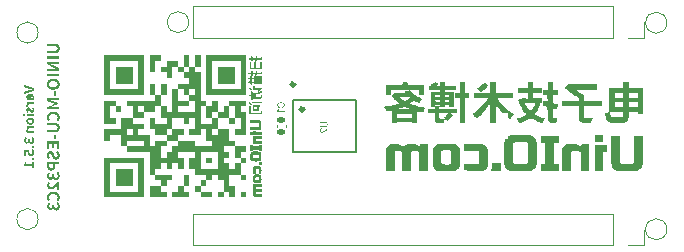
<source format=gbo>
%TF.GenerationSoftware,KiCad,Pcbnew,7.0.5*%
%TF.CreationDate,2023-07-05T18:58:35+08:00*%
%TF.ProjectId,UINIO-MCU-ESP32C3,55494e49-4f2d-44d4-9355-2d4553503332,Version 3.5.1*%
%TF.SameCoordinates,PX735b400PY5c274f0*%
%TF.FileFunction,Legend,Bot*%
%TF.FilePolarity,Positive*%
%FSLAX46Y46*%
G04 Gerber Fmt 4.6, Leading zero omitted, Abs format (unit mm)*
G04 Created by KiCad (PCBNEW 7.0.5) date 2023-07-05 18:58:35*
%MOMM*%
%LPD*%
G01*
G04 APERTURE LIST*
G04 Aperture macros list*
%AMRoundRect*
0 Rectangle with rounded corners*
0 $1 Rounding radius*
0 $2 $3 $4 $5 $6 $7 $8 $9 X,Y pos of 4 corners*
0 Add a 4 corners polygon primitive as box body*
4,1,4,$2,$3,$4,$5,$6,$7,$8,$9,$2,$3,0*
0 Add four circle primitives for the rounded corners*
1,1,$1+$1,$2,$3*
1,1,$1+$1,$4,$5*
1,1,$1+$1,$6,$7*
1,1,$1+$1,$8,$9*
0 Add four rect primitives between the rounded corners*
20,1,$1+$1,$2,$3,$4,$5,0*
20,1,$1+$1,$4,$5,$6,$7,0*
20,1,$1+$1,$6,$7,$8,$9,0*
20,1,$1+$1,$8,$9,$2,$3,0*%
G04 Aperture macros list end*
%ADD10C,0.160000*%
%ADD11C,0.180000*%
%ADD12C,0.300000*%
%ADD13C,0.100000*%
%ADD14C,0.120000*%
%ADD15C,0.152000*%
%ADD16C,1.200000*%
%ADD17C,0.610000*%
%ADD18R,1.700000X1.700000*%
%ADD19O,1.700000X1.700000*%
%ADD20C,0.650000*%
%ADD21O,2.100000X1.000000*%
%ADD22O,1.900000X1.000000*%
%ADD23O,0.630000X2.250000*%
%ADD24RoundRect,0.140000X0.170000X-0.140000X0.170000X0.140000X-0.170000X0.140000X-0.170000X-0.140000X0*%
G04 APERTURE END LIST*
D10*
G36*
X2452000Y-3121905D02*
G01*
X2452000Y-3320230D01*
X1626654Y-3573461D01*
X1626654Y-3405422D01*
X2028775Y-3297760D01*
X2037252Y-3295382D01*
X2045683Y-3293045D01*
X2054073Y-3290748D01*
X2062425Y-3288486D01*
X2070741Y-3286256D01*
X2079026Y-3284056D01*
X2087283Y-3281882D01*
X2095515Y-3279731D01*
X2103725Y-3277601D01*
X2111916Y-3275488D01*
X2120093Y-3273390D01*
X2128257Y-3271302D01*
X2136413Y-3269223D01*
X2144564Y-3267149D01*
X2152712Y-3265077D01*
X2160862Y-3263004D01*
X2169016Y-3260927D01*
X2177179Y-3258843D01*
X2185352Y-3256748D01*
X2193540Y-3254641D01*
X2201746Y-3252518D01*
X2209973Y-3250375D01*
X2218224Y-3248210D01*
X2226502Y-3246020D01*
X2234812Y-3243801D01*
X2243156Y-3241551D01*
X2251537Y-3239267D01*
X2259959Y-3236945D01*
X2268425Y-3234583D01*
X2276939Y-3232177D01*
X2285503Y-3229724D01*
X2294121Y-3227222D01*
X2294121Y-3221751D01*
X2285503Y-3219356D01*
X2276939Y-3217003D01*
X2268425Y-3214690D01*
X2259958Y-3212415D01*
X2251535Y-3210174D01*
X2243153Y-3207964D01*
X2234808Y-3205783D01*
X2226496Y-3203628D01*
X2218215Y-3201496D01*
X2209961Y-3199384D01*
X2201730Y-3197289D01*
X2193520Y-3195208D01*
X2185326Y-3193139D01*
X2177146Y-3191078D01*
X2168976Y-3189023D01*
X2160813Y-3186971D01*
X2152654Y-3184919D01*
X2144494Y-3182864D01*
X2136331Y-3180803D01*
X2128162Y-3178734D01*
X2119982Y-3176653D01*
X2111789Y-3174558D01*
X2103580Y-3172446D01*
X2095350Y-3170314D01*
X2087097Y-3168158D01*
X2078817Y-3165978D01*
X2070507Y-3163768D01*
X2062163Y-3161527D01*
X2053782Y-3159252D01*
X2045361Y-3156939D01*
X2036896Y-3154586D01*
X2028385Y-3152191D01*
X1626654Y-3042379D01*
X1626654Y-2868869D01*
X2452000Y-3121905D01*
G37*
G36*
X2159424Y-3593202D02*
G01*
X2177635Y-3594382D01*
X2195363Y-3596326D01*
X2212599Y-3599017D01*
X2229336Y-3602437D01*
X2245567Y-3606568D01*
X2261283Y-3611393D01*
X2276477Y-3616893D01*
X2291142Y-3623051D01*
X2305269Y-3629849D01*
X2318850Y-3637269D01*
X2331879Y-3645293D01*
X2344347Y-3653904D01*
X2356247Y-3663084D01*
X2367571Y-3672814D01*
X2378311Y-3683077D01*
X2388460Y-3693855D01*
X2398010Y-3705131D01*
X2406954Y-3716887D01*
X2415283Y-3729104D01*
X2422989Y-3741765D01*
X2430066Y-3754852D01*
X2436506Y-3768348D01*
X2442300Y-3782234D01*
X2447441Y-3796492D01*
X2451922Y-3811106D01*
X2455735Y-3826056D01*
X2458872Y-3841326D01*
X2461325Y-3856897D01*
X2463086Y-3872752D01*
X2464149Y-3888872D01*
X2464505Y-3905240D01*
X2464194Y-3919769D01*
X2463271Y-3934318D01*
X2461754Y-3948858D01*
X2459657Y-3963361D01*
X2456996Y-3977796D01*
X2453789Y-3992134D01*
X2450050Y-4006345D01*
X2445796Y-4020401D01*
X2441043Y-4034271D01*
X2435806Y-4047926D01*
X2430103Y-4061336D01*
X2423948Y-4074473D01*
X2417359Y-4087306D01*
X2410350Y-4099807D01*
X2402938Y-4111945D01*
X2395140Y-4123691D01*
X2295879Y-4067613D01*
X2300797Y-4059222D01*
X2305435Y-4050820D01*
X2309787Y-4042399D01*
X2313850Y-4033947D01*
X2317617Y-4025456D01*
X2321083Y-4016914D01*
X2324244Y-4008312D01*
X2327094Y-3999640D01*
X2329628Y-3990888D01*
X2331840Y-3982046D01*
X2333727Y-3973104D01*
X2335282Y-3964051D01*
X2336500Y-3954878D01*
X2337377Y-3945575D01*
X2337907Y-3936132D01*
X2338085Y-3926538D01*
X2337933Y-3917895D01*
X2337477Y-3909408D01*
X2336718Y-3901083D01*
X2335657Y-3892924D01*
X2334295Y-3884937D01*
X2332633Y-3877126D01*
X2330670Y-3869497D01*
X2325851Y-3854805D01*
X2319842Y-3840902D01*
X2312652Y-3827829D01*
X2304287Y-3815626D01*
X2294752Y-3804334D01*
X2284056Y-3793995D01*
X2272204Y-3784649D01*
X2259202Y-3776338D01*
X2252273Y-3772583D01*
X2245059Y-3769102D01*
X2237561Y-3765900D01*
X2229779Y-3762982D01*
X2221716Y-3760353D01*
X2213370Y-3758018D01*
X2204744Y-3755984D01*
X2195839Y-3754253D01*
X2186654Y-3752833D01*
X2186654Y-4139323D01*
X2178773Y-4141335D01*
X2171024Y-4142789D01*
X2162178Y-4144075D01*
X2152407Y-4145170D01*
X2144574Y-4145850D01*
X2136389Y-4146398D01*
X2127925Y-4146802D01*
X2119255Y-4147053D01*
X2110450Y-4147138D01*
X2094679Y-4146876D01*
X2079174Y-4146091D01*
X2063952Y-4144784D01*
X2049028Y-4142956D01*
X2034417Y-4140609D01*
X2020134Y-4137742D01*
X2006195Y-4134359D01*
X1992615Y-4130460D01*
X1979410Y-4126045D01*
X1966594Y-4121117D01*
X1954183Y-4115677D01*
X1942193Y-4109725D01*
X1930638Y-4103262D01*
X1919534Y-4096291D01*
X1908897Y-4088812D01*
X1898741Y-4080826D01*
X1889081Y-4072335D01*
X1879934Y-4063340D01*
X1871315Y-4053841D01*
X1863238Y-4043841D01*
X1855720Y-4033340D01*
X1848775Y-4022339D01*
X1842419Y-4010840D01*
X1836666Y-3998843D01*
X1831533Y-3986351D01*
X1827035Y-3973364D01*
X1823187Y-3959883D01*
X1820004Y-3945909D01*
X1817502Y-3931445D01*
X1815696Y-3916490D01*
X1814601Y-3901046D01*
X1814283Y-3887264D01*
X1942020Y-3887264D01*
X1942631Y-3901897D01*
X1944440Y-3915538D01*
X1947413Y-3928194D01*
X1951518Y-3939871D01*
X1956722Y-3950576D01*
X1962989Y-3960316D01*
X1970288Y-3969097D01*
X1978584Y-3976926D01*
X1987844Y-3983809D01*
X1998034Y-3989753D01*
X2009122Y-3994764D01*
X2021073Y-3998849D01*
X2033854Y-4002016D01*
X2047431Y-4004269D01*
X2061772Y-4005616D01*
X2076842Y-4006064D01*
X2076842Y-3750683D01*
X2068651Y-3751971D01*
X2060710Y-3753520D01*
X2053019Y-3755325D01*
X2038393Y-3759671D01*
X2024779Y-3764955D01*
X2012181Y-3771119D01*
X2000604Y-3778108D01*
X1990054Y-3785866D01*
X1980536Y-3794338D01*
X1972055Y-3803467D01*
X1964616Y-3813198D01*
X1958224Y-3823475D01*
X1952885Y-3834242D01*
X1948603Y-3845444D01*
X1945384Y-3857024D01*
X1943233Y-3868927D01*
X1942155Y-3881097D01*
X1942020Y-3887264D01*
X1814283Y-3887264D01*
X1814233Y-3885115D01*
X1814602Y-3871159D01*
X1815703Y-3857263D01*
X1817527Y-3843452D01*
X1820063Y-3829751D01*
X1823303Y-3816184D01*
X1827235Y-3802778D01*
X1831850Y-3789556D01*
X1837140Y-3776546D01*
X1843092Y-3763771D01*
X1849699Y-3751256D01*
X1856950Y-3739027D01*
X1864835Y-3727110D01*
X1873346Y-3715528D01*
X1882471Y-3704308D01*
X1892201Y-3693475D01*
X1902526Y-3683053D01*
X1913438Y-3673067D01*
X1924925Y-3663544D01*
X1936978Y-3654508D01*
X1949587Y-3645984D01*
X1962743Y-3637997D01*
X1976436Y-3630573D01*
X1990655Y-3623737D01*
X2005392Y-3617513D01*
X2020637Y-3611927D01*
X2036379Y-3607005D01*
X2052609Y-3602771D01*
X2069317Y-3599250D01*
X2086494Y-3596468D01*
X2104129Y-3594450D01*
X2122213Y-3593220D01*
X2140736Y-3592805D01*
X2159424Y-3593202D01*
G37*
G36*
X2452000Y-4282156D02*
G01*
X2452000Y-4446873D01*
X2080555Y-4446873D01*
X2072422Y-4450205D01*
X2064614Y-4453675D01*
X2057129Y-4457276D01*
X2049962Y-4461002D01*
X2043107Y-4464847D01*
X2030319Y-4472868D01*
X2018729Y-4481288D01*
X2008301Y-4490055D01*
X1999000Y-4499119D01*
X1990790Y-4508429D01*
X1983636Y-4517934D01*
X1977500Y-4527583D01*
X1972348Y-4537325D01*
X1968144Y-4547110D01*
X1964853Y-4556885D01*
X1962437Y-4566600D01*
X1960862Y-4576205D01*
X1960091Y-4585648D01*
X1959997Y-4590293D01*
X1960152Y-4599614D01*
X1960620Y-4608333D01*
X1961398Y-4616599D01*
X1962488Y-4624560D01*
X1963889Y-4632365D01*
X1965602Y-4640164D01*
X1967626Y-4648105D01*
X1969962Y-4656336D01*
X1826738Y-4684277D01*
X1823635Y-4675256D01*
X1821346Y-4667707D01*
X1819285Y-4659694D01*
X1817505Y-4651057D01*
X1816059Y-4641638D01*
X1814999Y-4631280D01*
X1814489Y-4622800D01*
X1814249Y-4613636D01*
X1814233Y-4610418D01*
X1814757Y-4598201D01*
X1816323Y-4585972D01*
X1818918Y-4573764D01*
X1822531Y-4561612D01*
X1827148Y-4549550D01*
X1832759Y-4537610D01*
X1839351Y-4525828D01*
X1846912Y-4514235D01*
X1855431Y-4502868D01*
X1864894Y-4491758D01*
X1875290Y-4480941D01*
X1886608Y-4470449D01*
X1892608Y-4465336D01*
X1898834Y-4460316D01*
X1905285Y-4455396D01*
X1911958Y-4450577D01*
X1918852Y-4445866D01*
X1925967Y-4441265D01*
X1933299Y-4436780D01*
X1940848Y-4432414D01*
X1940848Y-4428897D01*
X1826738Y-4416587D01*
X1826738Y-4282156D01*
X2452000Y-4282156D01*
G37*
G36*
X2464505Y-4940635D02*
G01*
X2464248Y-4955723D01*
X2463486Y-4970358D01*
X2462232Y-4984539D01*
X2460498Y-4998264D01*
X2458297Y-5011530D01*
X2455641Y-5024337D01*
X2452542Y-5036683D01*
X2449014Y-5048566D01*
X2445068Y-5059983D01*
X2440717Y-5070934D01*
X2435974Y-5081417D01*
X2430852Y-5091430D01*
X2425362Y-5100971D01*
X2419518Y-5110039D01*
X2413331Y-5118632D01*
X2406815Y-5126748D01*
X2399981Y-5134385D01*
X2392843Y-5141542D01*
X2385413Y-5148217D01*
X2377703Y-5154408D01*
X2369726Y-5160114D01*
X2361495Y-5165333D01*
X2353022Y-5170062D01*
X2344319Y-5174302D01*
X2335399Y-5178049D01*
X2326275Y-5181302D01*
X2316959Y-5184059D01*
X2307463Y-5186318D01*
X2297801Y-5188079D01*
X2287984Y-5189339D01*
X2278026Y-5190096D01*
X2267938Y-5190348D01*
X2257454Y-5190083D01*
X2247388Y-5189297D01*
X2237729Y-5188010D01*
X2228467Y-5186241D01*
X2219588Y-5184007D01*
X2211081Y-5181327D01*
X2202935Y-5178220D01*
X2195138Y-5174705D01*
X2187679Y-5170799D01*
X2180546Y-5166520D01*
X2173726Y-5161889D01*
X2167210Y-5156922D01*
X2160984Y-5151639D01*
X2155037Y-5146058D01*
X2149359Y-5140197D01*
X2143936Y-5134075D01*
X2138758Y-5127710D01*
X2133812Y-5121121D01*
X2129088Y-5114326D01*
X2124573Y-5107344D01*
X2120256Y-5100193D01*
X2116126Y-5092892D01*
X2112170Y-5085458D01*
X2108377Y-5077911D01*
X2104736Y-5070269D01*
X2101234Y-5062551D01*
X2097861Y-5054774D01*
X2094604Y-5046958D01*
X2091452Y-5039121D01*
X2088393Y-5031281D01*
X2085416Y-5023456D01*
X2082509Y-5015666D01*
X2078049Y-5003352D01*
X2073718Y-4991300D01*
X2069464Y-4979583D01*
X2065232Y-4968274D01*
X2060969Y-4957447D01*
X2056622Y-4947175D01*
X2052137Y-4937533D01*
X2047460Y-4928593D01*
X2042538Y-4920430D01*
X2037318Y-4913116D01*
X2031746Y-4906726D01*
X2025768Y-4901333D01*
X2015924Y-4895273D01*
X2004866Y-4891870D01*
X1996731Y-4891200D01*
X1987188Y-4891913D01*
X1978279Y-4894064D01*
X1970070Y-4897668D01*
X1962628Y-4902740D01*
X1956019Y-4909296D01*
X1950310Y-4917351D01*
X1945568Y-4926921D01*
X1941859Y-4938021D01*
X1939993Y-4946279D01*
X1938636Y-4955228D01*
X1937807Y-4964873D01*
X1937526Y-4975219D01*
X1937769Y-4983805D01*
X1938487Y-4992344D01*
X1939666Y-5000842D01*
X1941291Y-5009303D01*
X1943347Y-5017733D01*
X1945821Y-5026135D01*
X1948697Y-5034514D01*
X1951961Y-5042875D01*
X1955598Y-5051222D01*
X1959594Y-5059559D01*
X1963934Y-5067893D01*
X1968603Y-5076226D01*
X1973587Y-5084564D01*
X1978872Y-5092911D01*
X1984442Y-5101272D01*
X1990283Y-5109651D01*
X1891609Y-5183510D01*
X1884268Y-5173650D01*
X1877008Y-5163339D01*
X1869884Y-5152576D01*
X1862950Y-5141359D01*
X1856260Y-5129687D01*
X1849867Y-5117557D01*
X1843827Y-5104968D01*
X1838193Y-5091919D01*
X1833019Y-5078406D01*
X1828359Y-5064430D01*
X1824268Y-5049987D01*
X1820800Y-5035077D01*
X1818008Y-5019698D01*
X1816882Y-5011831D01*
X1815946Y-5003847D01*
X1815207Y-4995744D01*
X1814670Y-4987523D01*
X1814343Y-4979184D01*
X1814233Y-4970725D01*
X1814465Y-4957453D01*
X1815155Y-4944494D01*
X1816294Y-4931856D01*
X1817874Y-4919546D01*
X1819885Y-4907571D01*
X1822319Y-4895938D01*
X1825166Y-4884655D01*
X1828417Y-4873727D01*
X1832064Y-4863163D01*
X1836098Y-4852969D01*
X1840509Y-4843152D01*
X1845289Y-4833720D01*
X1850429Y-4824679D01*
X1855919Y-4816037D01*
X1861752Y-4807800D01*
X1867917Y-4799975D01*
X1874407Y-4792570D01*
X1881211Y-4785592D01*
X1888322Y-4779048D01*
X1895730Y-4772944D01*
X1903426Y-4767288D01*
X1911401Y-4762087D01*
X1919647Y-4757348D01*
X1928154Y-4753077D01*
X1936913Y-4749283D01*
X1945916Y-4745972D01*
X1955154Y-4743151D01*
X1964617Y-4740827D01*
X1974297Y-4739007D01*
X1984184Y-4737698D01*
X1994270Y-4736908D01*
X2004547Y-4736643D01*
X2014056Y-4736899D01*
X2023243Y-4737656D01*
X2032116Y-4738896D01*
X2040682Y-4740602D01*
X2048947Y-4742754D01*
X2056919Y-4745336D01*
X2064605Y-4748329D01*
X2072013Y-4751716D01*
X2079148Y-4755479D01*
X2086018Y-4759599D01*
X2092631Y-4764060D01*
X2098993Y-4768843D01*
X2105111Y-4773930D01*
X2110993Y-4779304D01*
X2116646Y-4784947D01*
X2122076Y-4790840D01*
X2127291Y-4796967D01*
X2132298Y-4803309D01*
X2137104Y-4809847D01*
X2141716Y-4816566D01*
X2146141Y-4823446D01*
X2150386Y-4830469D01*
X2154458Y-4837619D01*
X2158365Y-4844876D01*
X2162113Y-4852224D01*
X2165709Y-4859644D01*
X2169162Y-4867118D01*
X2172477Y-4874629D01*
X2175661Y-4882159D01*
X2178723Y-4889689D01*
X2181668Y-4897203D01*
X2184505Y-4904682D01*
X2189188Y-4917038D01*
X2193813Y-4929277D01*
X2198424Y-4941306D01*
X2203064Y-4953030D01*
X2207776Y-4964356D01*
X2212604Y-4975189D01*
X2217590Y-4985436D01*
X2222778Y-4995003D01*
X2228210Y-5003796D01*
X2233931Y-5011721D01*
X2239984Y-5018685D01*
X2246411Y-5024593D01*
X2253256Y-5029352D01*
X2260562Y-5032867D01*
X2268373Y-5035045D01*
X2276731Y-5035792D01*
X2287176Y-5035044D01*
X2296921Y-5032782D01*
X2305894Y-5028971D01*
X2314024Y-5023581D01*
X2321240Y-5016580D01*
X2327470Y-5007936D01*
X2332643Y-4997617D01*
X2335468Y-4989791D01*
X2337771Y-4981197D01*
X2339529Y-4971826D01*
X2340723Y-4961667D01*
X2341330Y-4950712D01*
X2341406Y-4944933D01*
X2341124Y-4934067D01*
X2340282Y-4923296D01*
X2338888Y-4912610D01*
X2336952Y-4902001D01*
X2334481Y-4891459D01*
X2331484Y-4880973D01*
X2327968Y-4870534D01*
X2323943Y-4860132D01*
X2319416Y-4849758D01*
X2314397Y-4839401D01*
X2308892Y-4829053D01*
X2302911Y-4818702D01*
X2296461Y-4808341D01*
X2289552Y-4797958D01*
X2282191Y-4787544D01*
X2274386Y-4777090D01*
X2376187Y-4702058D01*
X2385647Y-4714151D01*
X2394736Y-4726871D01*
X2399130Y-4733450D01*
X2403420Y-4740166D01*
X2407599Y-4747012D01*
X2411666Y-4753981D01*
X2415615Y-4761067D01*
X2419442Y-4768262D01*
X2423143Y-4775560D01*
X2426714Y-4782955D01*
X2430151Y-4790439D01*
X2433450Y-4798005D01*
X2436606Y-4805648D01*
X2439616Y-4813360D01*
X2442476Y-4821134D01*
X2445181Y-4828963D01*
X2447727Y-4836842D01*
X2450110Y-4844763D01*
X2452326Y-4852719D01*
X2454371Y-4860703D01*
X2456241Y-4868710D01*
X2457932Y-4876732D01*
X2459439Y-4884761D01*
X2460758Y-4892793D01*
X2461886Y-4900819D01*
X2462818Y-4908833D01*
X2463550Y-4916828D01*
X2464077Y-4924798D01*
X2464397Y-4932736D01*
X2464505Y-4940635D01*
G37*
G36*
X2452000Y-5315401D02*
G01*
X2452000Y-5480118D01*
X1826738Y-5480118D01*
X1826738Y-5315401D01*
X2452000Y-5315401D01*
G37*
G36*
X1726696Y-5398443D02*
G01*
X1726281Y-5408721D01*
X1725052Y-5418577D01*
X1723034Y-5427976D01*
X1720251Y-5436887D01*
X1716727Y-5445276D01*
X1712487Y-5453110D01*
X1707554Y-5460355D01*
X1701954Y-5466978D01*
X1695711Y-5472946D01*
X1688848Y-5478227D01*
X1681390Y-5482786D01*
X1673362Y-5486591D01*
X1664788Y-5489608D01*
X1655693Y-5491804D01*
X1646099Y-5493146D01*
X1636033Y-5493600D01*
X1626173Y-5493146D01*
X1616760Y-5491804D01*
X1607821Y-5489608D01*
X1599381Y-5486591D01*
X1591467Y-5482786D01*
X1584104Y-5478227D01*
X1577319Y-5472946D01*
X1571138Y-5466978D01*
X1565586Y-5460355D01*
X1560690Y-5453110D01*
X1556476Y-5445276D01*
X1552969Y-5436887D01*
X1550196Y-5427976D01*
X1548184Y-5418577D01*
X1546957Y-5408721D01*
X1546542Y-5398443D01*
X1546957Y-5387927D01*
X1548184Y-5377867D01*
X1550196Y-5368294D01*
X1552969Y-5359239D01*
X1556476Y-5350733D01*
X1560690Y-5342805D01*
X1565586Y-5335487D01*
X1571138Y-5328810D01*
X1577319Y-5322803D01*
X1584104Y-5317498D01*
X1591467Y-5312925D01*
X1599381Y-5309115D01*
X1607821Y-5306098D01*
X1616760Y-5303905D01*
X1626173Y-5302567D01*
X1636033Y-5302114D01*
X1646099Y-5302567D01*
X1655693Y-5303905D01*
X1664788Y-5306098D01*
X1673362Y-5309115D01*
X1681390Y-5312925D01*
X1688848Y-5317498D01*
X1695711Y-5322803D01*
X1701954Y-5328810D01*
X1707554Y-5335487D01*
X1712487Y-5342805D01*
X1716727Y-5350733D01*
X1720251Y-5359239D01*
X1723034Y-5368294D01*
X1725052Y-5377867D01*
X1726281Y-5387927D01*
X1726696Y-5398443D01*
G37*
G36*
X2158444Y-5616727D02*
G01*
X2176830Y-5617968D01*
X2194716Y-5620007D01*
X2212094Y-5622819D01*
X2228958Y-5626381D01*
X2245301Y-5630668D01*
X2261116Y-5635656D01*
X2276395Y-5641322D01*
X2291132Y-5647640D01*
X2305321Y-5654587D01*
X2318953Y-5662138D01*
X2332022Y-5670270D01*
X2344522Y-5678958D01*
X2356444Y-5688179D01*
X2367783Y-5697907D01*
X2378531Y-5708119D01*
X2388682Y-5718791D01*
X2398228Y-5729898D01*
X2407162Y-5741417D01*
X2415478Y-5753323D01*
X2423169Y-5765591D01*
X2430227Y-5778199D01*
X2436646Y-5791122D01*
X2442419Y-5804335D01*
X2447539Y-5817815D01*
X2451998Y-5831537D01*
X2455791Y-5845477D01*
X2458909Y-5859612D01*
X2461347Y-5873916D01*
X2463097Y-5888366D01*
X2464152Y-5902937D01*
X2464505Y-5917606D01*
X2464152Y-5932258D01*
X2463097Y-5946814D01*
X2461347Y-5961251D01*
X2458909Y-5975544D01*
X2455791Y-5989669D01*
X2451998Y-6003602D01*
X2447539Y-6017319D01*
X2442419Y-6030794D01*
X2436646Y-6044005D01*
X2430227Y-6056926D01*
X2423169Y-6069534D01*
X2415478Y-6081804D01*
X2407162Y-6093711D01*
X2398228Y-6105233D01*
X2388682Y-6116344D01*
X2378531Y-6127020D01*
X2367783Y-6137237D01*
X2356444Y-6146970D01*
X2344522Y-6156196D01*
X2332022Y-6164890D01*
X2318953Y-6173028D01*
X2305321Y-6180586D01*
X2291132Y-6187539D01*
X2276395Y-6193863D01*
X2261116Y-6199534D01*
X2245301Y-6204527D01*
X2228958Y-6208819D01*
X2212094Y-6212385D01*
X2194716Y-6215201D01*
X2176830Y-6217242D01*
X2158444Y-6218484D01*
X2139564Y-6218904D01*
X2120666Y-6218484D01*
X2102261Y-6217242D01*
X2084357Y-6215201D01*
X2066961Y-6212385D01*
X2050079Y-6208819D01*
X2033718Y-6204527D01*
X2017886Y-6199534D01*
X2002590Y-6193863D01*
X1987835Y-6187539D01*
X1973630Y-6180586D01*
X1959982Y-6173028D01*
X1946897Y-6164890D01*
X1934382Y-6156196D01*
X1922444Y-6146970D01*
X1911090Y-6137237D01*
X1900328Y-6127020D01*
X1890164Y-6116344D01*
X1880605Y-6105233D01*
X1871659Y-6093711D01*
X1863331Y-6081804D01*
X1855630Y-6069534D01*
X1848561Y-6056926D01*
X1842133Y-6044005D01*
X1836352Y-6030794D01*
X1831225Y-6017319D01*
X1826758Y-6003602D01*
X1822960Y-5989669D01*
X1819837Y-5975544D01*
X1817395Y-5961251D01*
X1815643Y-5946814D01*
X1814586Y-5932258D01*
X1814233Y-5917606D01*
X1948664Y-5917606D01*
X1948885Y-5925466D01*
X1950633Y-5940533D01*
X1954077Y-5954714D01*
X1959165Y-5967991D01*
X1965842Y-5980348D01*
X1974055Y-5991768D01*
X1983750Y-6002235D01*
X1994875Y-6011731D01*
X2007375Y-6020239D01*
X2021197Y-6027742D01*
X2028587Y-6031112D01*
X2036287Y-6034225D01*
X2044291Y-6037077D01*
X2052592Y-6039668D01*
X2061183Y-6041996D01*
X2070059Y-6044057D01*
X2079211Y-6045851D01*
X2088633Y-6047374D01*
X2098319Y-6048625D01*
X2108261Y-6049602D01*
X2118454Y-6050302D01*
X2128891Y-6050724D01*
X2139564Y-6050865D01*
X2150323Y-6050724D01*
X2160833Y-6050302D01*
X2171088Y-6049602D01*
X2181082Y-6048625D01*
X2190808Y-6047374D01*
X2200262Y-6045851D01*
X2209437Y-6044057D01*
X2218326Y-6041996D01*
X2226924Y-6039668D01*
X2235225Y-6037077D01*
X2243222Y-6034225D01*
X2250909Y-6031112D01*
X2258281Y-6027742D01*
X2265331Y-6024117D01*
X2278441Y-6016109D01*
X2290190Y-6007105D01*
X2300532Y-5997122D01*
X2309415Y-5986176D01*
X2316793Y-5974286D01*
X2322616Y-5961466D01*
X2326835Y-5947735D01*
X2329402Y-5933110D01*
X2330269Y-5917606D01*
X2330051Y-5909728D01*
X2328328Y-5894634D01*
X2324929Y-5880433D01*
X2319902Y-5867143D01*
X2313295Y-5854779D01*
X2305159Y-5843357D01*
X2295540Y-5832893D01*
X2284489Y-5823404D01*
X2272052Y-5814905D01*
X2258281Y-5807412D01*
X2250909Y-5804048D01*
X2243222Y-5800942D01*
X2235225Y-5798095D01*
X2226924Y-5795510D01*
X2218326Y-5793189D01*
X2209437Y-5791133D01*
X2200262Y-5789345D01*
X2190808Y-5787826D01*
X2181082Y-5786579D01*
X2171088Y-5785605D01*
X2160833Y-5784908D01*
X2150323Y-5784488D01*
X2139564Y-5784347D01*
X2128891Y-5784488D01*
X2118454Y-5784908D01*
X2108261Y-5785605D01*
X2098319Y-5786579D01*
X2088633Y-5787826D01*
X2079211Y-5789345D01*
X2070059Y-5791133D01*
X2061183Y-5793189D01*
X2052592Y-5795510D01*
X2044291Y-5798095D01*
X2036287Y-5800942D01*
X2028587Y-5804048D01*
X2021197Y-5807412D01*
X2014124Y-5811032D01*
X2000956Y-5819030D01*
X1989137Y-5828026D01*
X1978721Y-5838004D01*
X1969760Y-5848949D01*
X1962308Y-5860844D01*
X1956419Y-5873673D01*
X1952146Y-5887421D01*
X1949543Y-5902070D01*
X1948664Y-5917606D01*
X1814233Y-5917606D01*
X1814586Y-5902937D01*
X1815643Y-5888366D01*
X1817395Y-5873916D01*
X1819837Y-5859612D01*
X1822960Y-5845477D01*
X1826758Y-5831537D01*
X1831225Y-5817815D01*
X1836352Y-5804335D01*
X1842133Y-5791122D01*
X1848561Y-5778199D01*
X1855630Y-5765591D01*
X1863331Y-5753323D01*
X1871659Y-5741417D01*
X1880605Y-5729898D01*
X1890164Y-5718791D01*
X1900328Y-5708119D01*
X1911090Y-5697907D01*
X1922444Y-5688179D01*
X1934382Y-5678958D01*
X1946897Y-5670270D01*
X1959982Y-5662138D01*
X1973630Y-5654587D01*
X1987835Y-5647640D01*
X2002590Y-5641322D01*
X2017886Y-5635656D01*
X2033718Y-5630668D01*
X2050079Y-5626381D01*
X2066961Y-5622819D01*
X2084357Y-5620007D01*
X2102261Y-5617968D01*
X2120666Y-5616727D01*
X2139564Y-5616308D01*
X2158444Y-5616727D01*
G37*
G36*
X2452000Y-6356462D02*
G01*
X2452000Y-6521179D01*
X2025258Y-6521179D01*
X2016972Y-6529638D01*
X2009190Y-6537830D01*
X2001915Y-6545801D01*
X1995152Y-6553599D01*
X1988906Y-6561273D01*
X1983180Y-6568869D01*
X1977980Y-6576437D01*
X1973308Y-6584023D01*
X1969170Y-6591675D01*
X1965570Y-6599442D01*
X1962512Y-6607370D01*
X1960000Y-6615509D01*
X1958039Y-6623905D01*
X1956633Y-6632606D01*
X1955786Y-6641661D01*
X1955503Y-6651116D01*
X1955899Y-6662253D01*
X1957118Y-6672591D01*
X1959203Y-6682140D01*
X1962198Y-6690912D01*
X1966147Y-6698919D01*
X1971093Y-6706170D01*
X1977080Y-6712678D01*
X1984152Y-6718454D01*
X1992354Y-6723508D01*
X2001728Y-6727852D01*
X2012318Y-6731497D01*
X2024168Y-6734455D01*
X2037323Y-6736736D01*
X2051826Y-6738351D01*
X2067720Y-6739312D01*
X2076202Y-6739550D01*
X2085049Y-6739630D01*
X2452000Y-6739630D01*
X2452000Y-6904347D01*
X2065119Y-6904347D01*
X2050612Y-6904175D01*
X2036477Y-6903658D01*
X2022720Y-6902791D01*
X2009347Y-6901572D01*
X1996363Y-6899997D01*
X1983775Y-6898063D01*
X1971588Y-6895766D01*
X1959807Y-6893103D01*
X1948440Y-6890070D01*
X1937491Y-6886665D01*
X1926966Y-6882883D01*
X1916872Y-6878721D01*
X1907213Y-6874176D01*
X1897996Y-6869245D01*
X1889227Y-6863924D01*
X1880911Y-6858210D01*
X1873054Y-6852098D01*
X1865662Y-6845587D01*
X1858740Y-6838673D01*
X1852296Y-6831351D01*
X1846333Y-6823619D01*
X1840858Y-6815473D01*
X1835878Y-6806911D01*
X1831397Y-6797927D01*
X1827421Y-6788520D01*
X1823957Y-6778686D01*
X1821010Y-6768421D01*
X1818585Y-6757722D01*
X1816690Y-6746585D01*
X1815329Y-6735007D01*
X1814508Y-6722986D01*
X1814233Y-6710516D01*
X1814363Y-6702591D01*
X1815388Y-6687107D01*
X1817386Y-6672096D01*
X1820306Y-6657539D01*
X1824093Y-6643420D01*
X1828695Y-6629720D01*
X1834060Y-6616421D01*
X1840133Y-6603506D01*
X1846863Y-6590958D01*
X1854196Y-6578757D01*
X1862079Y-6566887D01*
X1870460Y-6555330D01*
X1879285Y-6544069D01*
X1888501Y-6533084D01*
X1898056Y-6522359D01*
X1907896Y-6511876D01*
X1912907Y-6506720D01*
X1912907Y-6503203D01*
X1826738Y-6490893D01*
X1826738Y-6356462D01*
X2452000Y-6356462D01*
G37*
G36*
X2464505Y-7546413D02*
G01*
X2464253Y-7561139D01*
X2463501Y-7575702D01*
X2462253Y-7590082D01*
X2460515Y-7604259D01*
X2458290Y-7618213D01*
X2455583Y-7631925D01*
X2452399Y-7645373D01*
X2448742Y-7658538D01*
X2444617Y-7671401D01*
X2440029Y-7683941D01*
X2434982Y-7696138D01*
X2429481Y-7707972D01*
X2423531Y-7719424D01*
X2417136Y-7730473D01*
X2410300Y-7741100D01*
X2403029Y-7751284D01*
X2395326Y-7761005D01*
X2387198Y-7770244D01*
X2378647Y-7778980D01*
X2369679Y-7787194D01*
X2360299Y-7794866D01*
X2350511Y-7801975D01*
X2340319Y-7808502D01*
X2329728Y-7814426D01*
X2318744Y-7819729D01*
X2307370Y-7824389D01*
X2295611Y-7828387D01*
X2283472Y-7831703D01*
X2270957Y-7834317D01*
X2258071Y-7836208D01*
X2244818Y-7837358D01*
X2231204Y-7837746D01*
X2221422Y-7837537D01*
X2211859Y-7836918D01*
X2202518Y-7835896D01*
X2193398Y-7834483D01*
X2184502Y-7832686D01*
X2175830Y-7830515D01*
X2167384Y-7827979D01*
X2159165Y-7825088D01*
X2151173Y-7821850D01*
X2143410Y-7818275D01*
X2135878Y-7814373D01*
X2128576Y-7810151D01*
X2121507Y-7805621D01*
X2114672Y-7800790D01*
X2108071Y-7795668D01*
X2101706Y-7790265D01*
X2095579Y-7784589D01*
X2089689Y-7778650D01*
X2084038Y-7772456D01*
X2078629Y-7766018D01*
X2073460Y-7759345D01*
X2068534Y-7752445D01*
X2063853Y-7745328D01*
X2059416Y-7738003D01*
X2055225Y-7730479D01*
X2051282Y-7722766D01*
X2047587Y-7714873D01*
X2044141Y-7706809D01*
X2040947Y-7698583D01*
X2038004Y-7690205D01*
X2035314Y-7681684D01*
X2032879Y-7673028D01*
X2027212Y-7673028D01*
X2023893Y-7681005D01*
X2020421Y-7688775D01*
X2016795Y-7696337D01*
X2013015Y-7703687D01*
X2009081Y-7710822D01*
X2004993Y-7717738D01*
X2000751Y-7724434D01*
X1996355Y-7730905D01*
X1987100Y-7743160D01*
X1977228Y-7754481D01*
X1966736Y-7764842D01*
X1955625Y-7774218D01*
X1943893Y-7782584D01*
X1931540Y-7789916D01*
X1918564Y-7796187D01*
X1904966Y-7801375D01*
X1890743Y-7805453D01*
X1875896Y-7808396D01*
X1860423Y-7810181D01*
X1852451Y-7810631D01*
X1844323Y-7810781D01*
X1831459Y-7810465D01*
X1818952Y-7809522D01*
X1806808Y-7807964D01*
X1795027Y-7805800D01*
X1783615Y-7803042D01*
X1772575Y-7799699D01*
X1761909Y-7795783D01*
X1751621Y-7791303D01*
X1741714Y-7786270D01*
X1732192Y-7780694D01*
X1723058Y-7774587D01*
X1714314Y-7767958D01*
X1705966Y-7760817D01*
X1698014Y-7753176D01*
X1690464Y-7745045D01*
X1683318Y-7736434D01*
X1676580Y-7727353D01*
X1670253Y-7717813D01*
X1664340Y-7707825D01*
X1658844Y-7697399D01*
X1653769Y-7686545D01*
X1649118Y-7675274D01*
X1644894Y-7663597D01*
X1641101Y-7651523D01*
X1637742Y-7639063D01*
X1634820Y-7626228D01*
X1632339Y-7613028D01*
X1630301Y-7599473D01*
X1628710Y-7585574D01*
X1627570Y-7571342D01*
X1626884Y-7556787D01*
X1626654Y-7541919D01*
X1626772Y-7532848D01*
X1627124Y-7523880D01*
X1627706Y-7515012D01*
X1628515Y-7506243D01*
X1629547Y-7497571D01*
X1630800Y-7488993D01*
X1632270Y-7480510D01*
X1633954Y-7472117D01*
X1635848Y-7463814D01*
X1637949Y-7455599D01*
X1640254Y-7447470D01*
X1642759Y-7439425D01*
X1645462Y-7431462D01*
X1648358Y-7423580D01*
X1651444Y-7415776D01*
X1654718Y-7408049D01*
X1658175Y-7400397D01*
X1661813Y-7392819D01*
X1665627Y-7385311D01*
X1669616Y-7377873D01*
X1673775Y-7370503D01*
X1678101Y-7363199D01*
X1682591Y-7355959D01*
X1687242Y-7348781D01*
X1692049Y-7341663D01*
X1697010Y-7334604D01*
X1702122Y-7327601D01*
X1707381Y-7320654D01*
X1712784Y-7313760D01*
X1718327Y-7306917D01*
X1724008Y-7300123D01*
X1729822Y-7293377D01*
X1830841Y-7377397D01*
X1822408Y-7386618D01*
X1814411Y-7395831D01*
X1806865Y-7405053D01*
X1799786Y-7414302D01*
X1793187Y-7423597D01*
X1787083Y-7432956D01*
X1781491Y-7442397D01*
X1776424Y-7451940D01*
X1771897Y-7461601D01*
X1767926Y-7471400D01*
X1764524Y-7481354D01*
X1761708Y-7491482D01*
X1759492Y-7501803D01*
X1757890Y-7512335D01*
X1756919Y-7523095D01*
X1756591Y-7534103D01*
X1757024Y-7546973D01*
X1758309Y-7559124D01*
X1760432Y-7570538D01*
X1763375Y-7581202D01*
X1767122Y-7591100D01*
X1771656Y-7600217D01*
X1776960Y-7608537D01*
X1783018Y-7616046D01*
X1789814Y-7622729D01*
X1797330Y-7628569D01*
X1805551Y-7633553D01*
X1814459Y-7637665D01*
X1824037Y-7640889D01*
X1834270Y-7643211D01*
X1845141Y-7644615D01*
X1856633Y-7645087D01*
X1869478Y-7644494D01*
X1881824Y-7642665D01*
X1893626Y-7639521D01*
X1904838Y-7634984D01*
X1915414Y-7628976D01*
X1925309Y-7621419D01*
X1934478Y-7612234D01*
X1942875Y-7601343D01*
X1950455Y-7588669D01*
X1953924Y-7581638D01*
X1957172Y-7574132D01*
X1960192Y-7566142D01*
X1962980Y-7557656D01*
X1965529Y-7548666D01*
X1967834Y-7539162D01*
X1969889Y-7529133D01*
X1971689Y-7518571D01*
X1973227Y-7507465D01*
X1974498Y-7495806D01*
X1975497Y-7483584D01*
X1976217Y-7470788D01*
X1976654Y-7457410D01*
X1976801Y-7443440D01*
X2095600Y-7443440D01*
X2095740Y-7459963D01*
X2096157Y-7475726D01*
X2096848Y-7490745D01*
X2097809Y-7505035D01*
X2099038Y-7518611D01*
X2100531Y-7531490D01*
X2102284Y-7543686D01*
X2104295Y-7555215D01*
X2106561Y-7566092D01*
X2109077Y-7576333D01*
X2111840Y-7585953D01*
X2114848Y-7594967D01*
X2118097Y-7603391D01*
X2121584Y-7611241D01*
X2125305Y-7618532D01*
X2129257Y-7625279D01*
X2137842Y-7637203D01*
X2147311Y-7647137D01*
X2157639Y-7655204D01*
X2168800Y-7661527D01*
X2180766Y-7666231D01*
X2193513Y-7669438D01*
X2207012Y-7671272D01*
X2221239Y-7671856D01*
X2233830Y-7671195D01*
X2245727Y-7669240D01*
X2256913Y-7666037D01*
X2267373Y-7661628D01*
X2277090Y-7656059D01*
X2286048Y-7649372D01*
X2294229Y-7641613D01*
X2301619Y-7632826D01*
X2308201Y-7623054D01*
X2313958Y-7612341D01*
X2318874Y-7600731D01*
X2322932Y-7588270D01*
X2326118Y-7575000D01*
X2328413Y-7560966D01*
X2329802Y-7546211D01*
X2330269Y-7530781D01*
X2329845Y-7516881D01*
X2328597Y-7503316D01*
X2326563Y-7490080D01*
X2323781Y-7477170D01*
X2320288Y-7464580D01*
X2316121Y-7452306D01*
X2311319Y-7440343D01*
X2305918Y-7428688D01*
X2299956Y-7417334D01*
X2293470Y-7406278D01*
X2286499Y-7395516D01*
X2279079Y-7385041D01*
X2271248Y-7374851D01*
X2263043Y-7364940D01*
X2254502Y-7355304D01*
X2245663Y-7345938D01*
X2349222Y-7268757D01*
X2355363Y-7274305D01*
X2361400Y-7280031D01*
X2367327Y-7285938D01*
X2373137Y-7292028D01*
X2378825Y-7298304D01*
X2384385Y-7304768D01*
X2389811Y-7311422D01*
X2395097Y-7318268D01*
X2400237Y-7325310D01*
X2405225Y-7332549D01*
X2410055Y-7339987D01*
X2414721Y-7347628D01*
X2419218Y-7355472D01*
X2423539Y-7363523D01*
X2427678Y-7371783D01*
X2431630Y-7380254D01*
X2435388Y-7388939D01*
X2438947Y-7397839D01*
X2442300Y-7406958D01*
X2445442Y-7416297D01*
X2448367Y-7425859D01*
X2451069Y-7435646D01*
X2453542Y-7445661D01*
X2455779Y-7455905D01*
X2457776Y-7466382D01*
X2459525Y-7477093D01*
X2461022Y-7488041D01*
X2462260Y-7499228D01*
X2463233Y-7510656D01*
X2463936Y-7522328D01*
X2464361Y-7534246D01*
X2464505Y-7546413D01*
G37*
G36*
X2464505Y-8080621D02*
G01*
X2463963Y-8091568D01*
X2462371Y-8102108D01*
X2459778Y-8112199D01*
X2456231Y-8121800D01*
X2451780Y-8130870D01*
X2446473Y-8139367D01*
X2440359Y-8147251D01*
X2433486Y-8154480D01*
X2425903Y-8161012D01*
X2417660Y-8166808D01*
X2408804Y-8171825D01*
X2399383Y-8176022D01*
X2389448Y-8179358D01*
X2379046Y-8181792D01*
X2368227Y-8183283D01*
X2357038Y-8183789D01*
X2345688Y-8183283D01*
X2334749Y-8181792D01*
X2324265Y-8179358D01*
X2314280Y-8176022D01*
X2304839Y-8171825D01*
X2295987Y-8166808D01*
X2287767Y-8161012D01*
X2280224Y-8154480D01*
X2273402Y-8147251D01*
X2267345Y-8139367D01*
X2262099Y-8130870D01*
X2257707Y-8121800D01*
X2254214Y-8112199D01*
X2251664Y-8102108D01*
X2250102Y-8091568D01*
X2249571Y-8080621D01*
X2250102Y-8069882D01*
X2251664Y-8059529D01*
X2254214Y-8049604D01*
X2257707Y-8040150D01*
X2262099Y-8031208D01*
X2267345Y-8022822D01*
X2273402Y-8015034D01*
X2280224Y-8007885D01*
X2287767Y-8001419D01*
X2295987Y-7995678D01*
X2304839Y-7990703D01*
X2314280Y-7986538D01*
X2324265Y-7983225D01*
X2334749Y-7980806D01*
X2345688Y-7979324D01*
X2357038Y-7978820D01*
X2368227Y-7979324D01*
X2379046Y-7980806D01*
X2389448Y-7983225D01*
X2399383Y-7986538D01*
X2408804Y-7990703D01*
X2417660Y-7995678D01*
X2425903Y-8001419D01*
X2433486Y-8007885D01*
X2440359Y-8015034D01*
X2446473Y-8022822D01*
X2451780Y-8031208D01*
X2456231Y-8040150D01*
X2459778Y-8049604D01*
X2462371Y-8059529D01*
X2463963Y-8069882D01*
X2464505Y-8080621D01*
G37*
G36*
X2464505Y-8571842D02*
G01*
X2464204Y-8586169D01*
X2463305Y-8600375D01*
X2461814Y-8614439D01*
X2459735Y-8628339D01*
X2457075Y-8642053D01*
X2453838Y-8655559D01*
X2450029Y-8668834D01*
X2445655Y-8681858D01*
X2440721Y-8694608D01*
X2435231Y-8707062D01*
X2429192Y-8719198D01*
X2422609Y-8730994D01*
X2415486Y-8742429D01*
X2407830Y-8753480D01*
X2399646Y-8764125D01*
X2390939Y-8774344D01*
X2381714Y-8784112D01*
X2371977Y-8793410D01*
X2361734Y-8802214D01*
X2350989Y-8810503D01*
X2339748Y-8818255D01*
X2328017Y-8825448D01*
X2315800Y-8832060D01*
X2303103Y-8838070D01*
X2289932Y-8843454D01*
X2276291Y-8848192D01*
X2262187Y-8852260D01*
X2247624Y-8855639D01*
X2232608Y-8858304D01*
X2217144Y-8860236D01*
X2201238Y-8861410D01*
X2184896Y-8861807D01*
X2169137Y-8861469D01*
X2153918Y-8860465D01*
X2139236Y-8858814D01*
X2125087Y-8856532D01*
X2111470Y-8853636D01*
X2098381Y-8850144D01*
X2085819Y-8846073D01*
X2073780Y-8841440D01*
X2062263Y-8836263D01*
X2051264Y-8830557D01*
X2040782Y-8824342D01*
X2030813Y-8817634D01*
X2021355Y-8810449D01*
X2012406Y-8802807D01*
X2003962Y-8794722D01*
X1996023Y-8786214D01*
X1988583Y-8777298D01*
X1981643Y-8767993D01*
X1975198Y-8758315D01*
X1969246Y-8748282D01*
X1963785Y-8737910D01*
X1958813Y-8727218D01*
X1954326Y-8716222D01*
X1950322Y-8704939D01*
X1946798Y-8693387D01*
X1943753Y-8681583D01*
X1941183Y-8669544D01*
X1939086Y-8657287D01*
X1937460Y-8644829D01*
X1936301Y-8632189D01*
X1935608Y-8619382D01*
X1935377Y-8606427D01*
X1935582Y-8595965D01*
X1936195Y-8585962D01*
X1937210Y-8576337D01*
X1938623Y-8567014D01*
X1940428Y-8557913D01*
X1942622Y-8548957D01*
X1945199Y-8540068D01*
X1948154Y-8531166D01*
X1951483Y-8522175D01*
X1955180Y-8513014D01*
X1957847Y-8506776D01*
X1777108Y-8522407D01*
X1777108Y-8823705D01*
X1639159Y-8823705D01*
X1639159Y-8380160D01*
X2047533Y-8357885D01*
X2095210Y-8432917D01*
X2089603Y-8441692D01*
X2084426Y-8450037D01*
X2079670Y-8458014D01*
X2075325Y-8465688D01*
X2071382Y-8473121D01*
X2067832Y-8480377D01*
X2063221Y-8491068D01*
X2059441Y-8501719D01*
X2056458Y-8512544D01*
X2054241Y-8523757D01*
X2053173Y-8531554D01*
X2052422Y-8539682D01*
X2051978Y-8548205D01*
X2051832Y-8557187D01*
X2052415Y-8572607D01*
X2054155Y-8587330D01*
X2057033Y-8601316D01*
X2061034Y-8614523D01*
X2066141Y-8626911D01*
X2072337Y-8638438D01*
X2079606Y-8649062D01*
X2087931Y-8658743D01*
X2097296Y-8667440D01*
X2107683Y-8675111D01*
X2119078Y-8681714D01*
X2131461Y-8687210D01*
X2144818Y-8691556D01*
X2159132Y-8694711D01*
X2174385Y-8696635D01*
X2182359Y-8697122D01*
X2190562Y-8697285D01*
X2198853Y-8697109D01*
X2206911Y-8696584D01*
X2214732Y-8695717D01*
X2229658Y-8692982D01*
X2243616Y-8688956D01*
X2256591Y-8683689D01*
X2268569Y-8677233D01*
X2279534Y-8669640D01*
X2289470Y-8660959D01*
X2298363Y-8651244D01*
X2306197Y-8640544D01*
X2312957Y-8628911D01*
X2318629Y-8616397D01*
X2323197Y-8603052D01*
X2326645Y-8588927D01*
X2328958Y-8574075D01*
X2330123Y-8558546D01*
X2330269Y-8550544D01*
X2329834Y-8536258D01*
X2328560Y-8522410D01*
X2326489Y-8508987D01*
X2323665Y-8495977D01*
X2320133Y-8483369D01*
X2315936Y-8471152D01*
X2311118Y-8459312D01*
X2305722Y-8447840D01*
X2299794Y-8436722D01*
X2293375Y-8425948D01*
X2286510Y-8415505D01*
X2279243Y-8405381D01*
X2271618Y-8395566D01*
X2263679Y-8386047D01*
X2255468Y-8376812D01*
X2247031Y-8367850D01*
X2351567Y-8291842D01*
X2357306Y-8297688D01*
X2362978Y-8303689D01*
X2368576Y-8309847D01*
X2374091Y-8316167D01*
X2379517Y-8322651D01*
X2384845Y-8329302D01*
X2390068Y-8336124D01*
X2395179Y-8343121D01*
X2400171Y-8350294D01*
X2405034Y-8357649D01*
X2409763Y-8365188D01*
X2414349Y-8372914D01*
X2418785Y-8380830D01*
X2423063Y-8388941D01*
X2427176Y-8397249D01*
X2431117Y-8405757D01*
X2434877Y-8414469D01*
X2438449Y-8423388D01*
X2441826Y-8432517D01*
X2444999Y-8441860D01*
X2447962Y-8451420D01*
X2450708Y-8461201D01*
X2453227Y-8471205D01*
X2455514Y-8481435D01*
X2457559Y-8491896D01*
X2459357Y-8502590D01*
X2460898Y-8513521D01*
X2462176Y-8524692D01*
X2463184Y-8536107D01*
X2463913Y-8547767D01*
X2464355Y-8559678D01*
X2464505Y-8571842D01*
G37*
G36*
X2464505Y-9103705D02*
G01*
X2463963Y-9114652D01*
X2462371Y-9125192D01*
X2459778Y-9135283D01*
X2456231Y-9144884D01*
X2451780Y-9153954D01*
X2446473Y-9162452D01*
X2440359Y-9170335D01*
X2433486Y-9177564D01*
X2425903Y-9184097D01*
X2417660Y-9189892D01*
X2408804Y-9194909D01*
X2399383Y-9199106D01*
X2389448Y-9202443D01*
X2379046Y-9204877D01*
X2368227Y-9206367D01*
X2357038Y-9206873D01*
X2345688Y-9206367D01*
X2334749Y-9204877D01*
X2324265Y-9202443D01*
X2314280Y-9199106D01*
X2304839Y-9194909D01*
X2295987Y-9189892D01*
X2287767Y-9184097D01*
X2280224Y-9177564D01*
X2273402Y-9170335D01*
X2267345Y-9162452D01*
X2262099Y-9153954D01*
X2257707Y-9144884D01*
X2254214Y-9135283D01*
X2251664Y-9125192D01*
X2250102Y-9114652D01*
X2249571Y-9103705D01*
X2250102Y-9092966D01*
X2251664Y-9082613D01*
X2254214Y-9072688D01*
X2257707Y-9063234D01*
X2262099Y-9054293D01*
X2267345Y-9045907D01*
X2273402Y-9038118D01*
X2280224Y-9030970D01*
X2287767Y-9024503D01*
X2295987Y-9018762D01*
X2304839Y-9013788D01*
X2314280Y-9009623D01*
X2324265Y-9006310D01*
X2334749Y-9003891D01*
X2345688Y-9002408D01*
X2357038Y-9001905D01*
X2368227Y-9002408D01*
X2379046Y-9003891D01*
X2389448Y-9006310D01*
X2399383Y-9009623D01*
X2408804Y-9013788D01*
X2417660Y-9018762D01*
X2425903Y-9024503D01*
X2433486Y-9030970D01*
X2440359Y-9038118D01*
X2446473Y-9045907D01*
X2451780Y-9054293D01*
X2456231Y-9063234D01*
X2459778Y-9072688D01*
X2462371Y-9082613D01*
X2463963Y-9092966D01*
X2464505Y-9103705D01*
G37*
G36*
X2452000Y-9377648D02*
G01*
X2452000Y-9875903D01*
X2318741Y-9875903D01*
X2318741Y-9720369D01*
X1639159Y-9720369D01*
X1639159Y-9598248D01*
X1645146Y-9588301D01*
X1650876Y-9578221D01*
X1656356Y-9567977D01*
X1661596Y-9557539D01*
X1666603Y-9546874D01*
X1671387Y-9535950D01*
X1675954Y-9524737D01*
X1680314Y-9513203D01*
X1684475Y-9501316D01*
X1688445Y-9489045D01*
X1692232Y-9476358D01*
X1695845Y-9463224D01*
X1699292Y-9449612D01*
X1702581Y-9435490D01*
X1705721Y-9420826D01*
X1708720Y-9405589D01*
X1810715Y-9405589D01*
X1810715Y-9555652D01*
X2318741Y-9555652D01*
X2318741Y-9377648D01*
X2452000Y-9377648D01*
G37*
D11*
G36*
X4630631Y249254D02*
G01*
X4630216Y225799D01*
X4628962Y202976D01*
X4626860Y180791D01*
X4623899Y159253D01*
X4620067Y138368D01*
X4615354Y118145D01*
X4609749Y98590D01*
X4603241Y79711D01*
X4595821Y61515D01*
X4587476Y44010D01*
X4578196Y27204D01*
X4567970Y11103D01*
X4556788Y-4285D01*
X4544638Y-18953D01*
X4531510Y-32893D01*
X4517394Y-46097D01*
X4502278Y-58559D01*
X4486151Y-70270D01*
X4469004Y-81224D01*
X4450824Y-91413D01*
X4431602Y-100829D01*
X4411326Y-109466D01*
X4389985Y-117315D01*
X4367570Y-124369D01*
X4344069Y-130622D01*
X4319471Y-136064D01*
X4293766Y-140690D01*
X4266942Y-144492D01*
X4238990Y-147461D01*
X4209898Y-149591D01*
X4179655Y-150875D01*
X4148251Y-151305D01*
X3583318Y-151305D01*
X3583318Y47509D01*
X4166325Y47509D01*
X4185904Y47738D01*
X4204667Y48420D01*
X4222629Y49549D01*
X4239802Y51119D01*
X4256198Y53124D01*
X4271830Y55557D01*
X4286711Y58414D01*
X4300854Y61687D01*
X4314270Y65370D01*
X4326973Y69457D01*
X4338976Y73943D01*
X4350290Y78820D01*
X4360930Y84084D01*
X4370906Y89727D01*
X4380233Y95744D01*
X4388922Y102128D01*
X4396987Y108873D01*
X4404439Y115974D01*
X4411293Y123424D01*
X4417559Y131217D01*
X4423252Y139347D01*
X4428383Y147807D01*
X4432965Y156592D01*
X4437011Y165696D01*
X4440534Y175112D01*
X4443546Y184834D01*
X4446060Y194856D01*
X4448089Y205172D01*
X4449644Y215776D01*
X4450740Y226662D01*
X4451388Y237823D01*
X4451601Y249254D01*
X4451388Y260410D01*
X4450740Y271297D01*
X4449644Y281909D01*
X4448089Y292242D01*
X4446060Y302289D01*
X4443546Y312044D01*
X4440534Y321503D01*
X4437011Y330659D01*
X4428383Y348042D01*
X4417559Y364147D01*
X4411293Y371708D01*
X4404439Y378932D01*
X4396987Y385814D01*
X4388922Y392349D01*
X4380233Y398532D01*
X4370906Y404356D01*
X4360930Y409816D01*
X4350290Y414907D01*
X4338976Y419623D01*
X4326973Y423957D01*
X4314270Y427906D01*
X4300854Y431463D01*
X4286711Y434622D01*
X4271830Y437378D01*
X4256198Y439725D01*
X4239802Y441658D01*
X4222629Y443172D01*
X4204667Y444259D01*
X4185904Y444916D01*
X4166325Y445136D01*
X3583318Y445136D01*
X3583318Y652499D01*
X4148251Y652499D01*
X4179655Y652057D01*
X4209898Y650739D01*
X4238990Y648554D01*
X4266942Y645510D01*
X4293766Y641617D01*
X4319471Y636885D01*
X4344069Y631322D01*
X4367570Y624937D01*
X4389985Y617741D01*
X4411326Y609741D01*
X4431602Y600948D01*
X4450824Y591370D01*
X4469004Y581017D01*
X4486151Y569898D01*
X4502278Y558022D01*
X4517394Y545398D01*
X4531510Y532036D01*
X4544638Y517944D01*
X4556788Y503133D01*
X4567970Y487611D01*
X4578196Y471387D01*
X4587476Y454471D01*
X4595821Y436871D01*
X4603241Y418598D01*
X4609749Y399660D01*
X4615354Y380066D01*
X4620067Y359826D01*
X4623899Y338949D01*
X4626860Y317444D01*
X4628962Y295320D01*
X4630216Y272587D01*
X4630631Y249254D01*
G37*
G36*
X4615000Y-400432D02*
G01*
X4615000Y-607795D01*
X3583318Y-607795D01*
X3583318Y-400432D01*
X4615000Y-400432D01*
G37*
G36*
X4615000Y-862540D02*
G01*
X4615000Y-1058667D01*
X4201741Y-1058667D01*
X4190693Y-1058622D01*
X4179583Y-1058492D01*
X4168415Y-1058278D01*
X4157194Y-1057987D01*
X4145926Y-1057620D01*
X4134618Y-1057182D01*
X4123273Y-1056678D01*
X4111897Y-1056110D01*
X4100497Y-1055483D01*
X4089077Y-1054800D01*
X4077643Y-1054065D01*
X4066200Y-1053283D01*
X4054754Y-1052457D01*
X4043310Y-1051590D01*
X4031874Y-1050687D01*
X4020451Y-1049752D01*
X4009047Y-1048788D01*
X3997667Y-1047799D01*
X3986316Y-1046790D01*
X3975000Y-1045763D01*
X3963725Y-1044723D01*
X3952495Y-1043674D01*
X3941317Y-1042619D01*
X3930196Y-1041562D01*
X3919137Y-1040508D01*
X3908146Y-1039459D01*
X3897227Y-1038421D01*
X3886388Y-1037396D01*
X3875632Y-1036388D01*
X3864966Y-1035402D01*
X3854395Y-1034442D01*
X3843925Y-1033510D01*
X3843925Y-1040349D01*
X4064720Y-1145373D01*
X4615000Y-1445059D01*
X4615000Y-1655108D01*
X3583318Y-1655108D01*
X3583318Y-1458981D01*
X3996821Y-1458981D01*
X4007644Y-1459029D01*
X4018581Y-1459173D01*
X4029626Y-1459405D01*
X4040766Y-1459724D01*
X4051995Y-1460124D01*
X4063302Y-1460601D01*
X4074678Y-1461150D01*
X4086115Y-1461767D01*
X4097602Y-1462448D01*
X4109130Y-1463188D01*
X4120691Y-1463983D01*
X4132275Y-1464828D01*
X4143874Y-1465720D01*
X4155476Y-1466654D01*
X4167075Y-1467625D01*
X4178660Y-1468628D01*
X4190221Y-1469661D01*
X4201751Y-1470718D01*
X4213240Y-1471794D01*
X4224677Y-1472886D01*
X4236056Y-1473990D01*
X4247365Y-1475100D01*
X4258596Y-1476212D01*
X4269739Y-1477322D01*
X4280786Y-1478426D01*
X4291728Y-1479519D01*
X4302554Y-1480596D01*
X4313256Y-1481654D01*
X4323824Y-1482689D01*
X4334250Y-1483694D01*
X4344524Y-1484667D01*
X4354637Y-1485603D01*
X4354637Y-1478520D01*
X4132376Y-1374961D01*
X3583318Y-1074054D01*
X3583318Y-862540D01*
X4615000Y-862540D01*
G37*
G36*
X4615000Y-1910830D02*
G01*
X4615000Y-2118192D01*
X3583318Y-2118192D01*
X3583318Y-1910830D01*
X4615000Y-1910830D01*
G37*
G36*
X4118447Y-2321709D02*
G01*
X4148919Y-2323348D01*
X4178593Y-2326057D01*
X4207454Y-2329817D01*
X4235489Y-2334608D01*
X4262685Y-2340412D01*
X4289028Y-2347210D01*
X4314504Y-2354982D01*
X4339101Y-2363710D01*
X4362803Y-2373374D01*
X4385599Y-2383956D01*
X4407473Y-2395437D01*
X4428413Y-2407797D01*
X4448405Y-2421018D01*
X4467435Y-2435081D01*
X4485490Y-2449966D01*
X4502556Y-2465654D01*
X4518619Y-2482127D01*
X4533666Y-2499366D01*
X4547684Y-2517351D01*
X4560658Y-2536064D01*
X4572576Y-2555486D01*
X4583423Y-2575596D01*
X4593186Y-2596378D01*
X4601851Y-2617811D01*
X4609405Y-2639876D01*
X4615834Y-2662555D01*
X4621125Y-2685828D01*
X4625263Y-2709677D01*
X4628236Y-2734083D01*
X4630030Y-2759025D01*
X4630631Y-2784487D01*
X4630030Y-2809970D01*
X4628236Y-2834934D01*
X4625263Y-2859359D01*
X4621125Y-2883226D01*
X4615834Y-2906516D01*
X4609405Y-2929211D01*
X4601851Y-2951291D01*
X4593186Y-2972737D01*
X4583423Y-2993531D01*
X4572576Y-3013653D01*
X4560658Y-3033085D01*
X4547684Y-3051807D01*
X4533666Y-3069801D01*
X4518619Y-3087047D01*
X4502556Y-3103527D01*
X4485490Y-3119222D01*
X4467435Y-3134112D01*
X4448405Y-3148179D01*
X4428413Y-3161404D01*
X4407473Y-3173768D01*
X4385599Y-3185252D01*
X4362803Y-3195836D01*
X4339101Y-3205503D01*
X4314504Y-3214232D01*
X4289028Y-3222006D01*
X4262685Y-3228804D01*
X4235489Y-3234609D01*
X4207454Y-3239401D01*
X4178593Y-3243160D01*
X4148919Y-3245870D01*
X4118447Y-3247509D01*
X4087191Y-3248060D01*
X4055958Y-3247509D01*
X4025555Y-3245870D01*
X3995994Y-3243160D01*
X3967285Y-3239401D01*
X3939437Y-3234609D01*
X3912463Y-3228804D01*
X3886372Y-3222006D01*
X3861174Y-3214232D01*
X3836882Y-3205503D01*
X3813504Y-3195836D01*
X3791052Y-3185252D01*
X3769536Y-3173768D01*
X3748966Y-3161404D01*
X3729354Y-3148179D01*
X3710710Y-3134112D01*
X3693044Y-3119222D01*
X3676367Y-3103527D01*
X3660689Y-3087047D01*
X3646021Y-3069801D01*
X3632374Y-3051807D01*
X3619758Y-3033085D01*
X3608184Y-3013653D01*
X3597662Y-2993531D01*
X3588203Y-2972737D01*
X3579817Y-2951291D01*
X3572514Y-2929211D01*
X3566307Y-2906516D01*
X3561204Y-2883226D01*
X3557217Y-2859359D01*
X3554356Y-2834934D01*
X3552632Y-2809970D01*
X3552055Y-2784487D01*
X3730108Y-2784487D01*
X3730498Y-2798769D01*
X3731663Y-2812715D01*
X3733594Y-2826317D01*
X3736285Y-2839566D01*
X3739726Y-2852455D01*
X3743910Y-2864978D01*
X3748829Y-2877125D01*
X3754475Y-2888889D01*
X3760839Y-2900263D01*
X3767914Y-2911239D01*
X3775692Y-2921810D01*
X3784165Y-2931967D01*
X3793324Y-2941703D01*
X3803163Y-2951011D01*
X3813672Y-2959882D01*
X3824843Y-2968310D01*
X3836670Y-2976286D01*
X3849143Y-2983803D01*
X3862255Y-2990853D01*
X3875997Y-2997429D01*
X3890363Y-3003522D01*
X3905343Y-3009126D01*
X3920930Y-3014233D01*
X3937115Y-3018834D01*
X3953891Y-3022923D01*
X3971250Y-3026491D01*
X3989183Y-3029531D01*
X4007683Y-3032036D01*
X4026742Y-3033997D01*
X4046352Y-3035408D01*
X4066504Y-3036260D01*
X4087191Y-3036545D01*
X4107791Y-3036260D01*
X4127911Y-3035408D01*
X4147538Y-3033997D01*
X4166662Y-3032036D01*
X4185271Y-3029531D01*
X4203354Y-3026491D01*
X4220900Y-3022923D01*
X4237896Y-3018834D01*
X4254332Y-3014233D01*
X4270197Y-3009126D01*
X4285478Y-3003522D01*
X4300166Y-2997429D01*
X4314247Y-2990853D01*
X4327712Y-2983803D01*
X4340548Y-2976286D01*
X4352744Y-2968310D01*
X4364289Y-2959882D01*
X4375171Y-2951011D01*
X4385380Y-2941703D01*
X4394903Y-2931967D01*
X4403730Y-2921810D01*
X4411849Y-2911239D01*
X4419249Y-2900263D01*
X4425917Y-2888889D01*
X4431844Y-2877125D01*
X4437018Y-2864978D01*
X4441426Y-2852455D01*
X4445059Y-2839566D01*
X4447904Y-2826317D01*
X4449950Y-2812715D01*
X4451186Y-2798769D01*
X4451601Y-2784487D01*
X4451186Y-2770226D01*
X4449950Y-2756301D01*
X4447904Y-2742719D01*
X4445059Y-2729488D01*
X4441426Y-2716616D01*
X4437018Y-2704109D01*
X4431844Y-2691977D01*
X4425917Y-2680226D01*
X4419249Y-2668864D01*
X4411849Y-2657899D01*
X4403730Y-2647339D01*
X4394903Y-2637191D01*
X4385380Y-2627463D01*
X4375171Y-2618163D01*
X4364289Y-2609299D01*
X4352744Y-2600877D01*
X4340548Y-2592907D01*
X4327712Y-2585394D01*
X4314247Y-2578348D01*
X4300166Y-2571776D01*
X4285478Y-2565685D01*
X4270197Y-2560084D01*
X4254332Y-2554980D01*
X4237896Y-2550380D01*
X4220900Y-2546293D01*
X4203354Y-2542725D01*
X4185271Y-2539686D01*
X4166662Y-2537181D01*
X4147538Y-2535220D01*
X4127911Y-2533810D01*
X4107791Y-2532958D01*
X4087191Y-2532672D01*
X4066504Y-2532958D01*
X4046352Y-2533810D01*
X4026742Y-2535220D01*
X4007683Y-2537181D01*
X3989183Y-2539686D01*
X3971250Y-2542725D01*
X3953891Y-2546293D01*
X3937115Y-2550380D01*
X3920930Y-2554980D01*
X3905343Y-2560084D01*
X3890363Y-2565685D01*
X3875997Y-2571776D01*
X3862255Y-2578348D01*
X3849143Y-2585394D01*
X3836670Y-2592907D01*
X3824843Y-2600877D01*
X3813672Y-2609299D01*
X3803163Y-2618163D01*
X3793324Y-2627463D01*
X3784165Y-2637191D01*
X3775692Y-2647339D01*
X3767914Y-2657899D01*
X3760839Y-2668864D01*
X3754475Y-2680226D01*
X3748829Y-2691977D01*
X3743910Y-2704109D01*
X3739726Y-2716616D01*
X3736285Y-2729488D01*
X3733594Y-2742719D01*
X3731663Y-2756301D01*
X3730498Y-2770226D01*
X3730108Y-2784487D01*
X3552055Y-2784487D01*
X3552628Y-2759025D01*
X3554340Y-2734083D01*
X3557182Y-2709677D01*
X3561144Y-2685828D01*
X3566216Y-2662555D01*
X3572389Y-2639876D01*
X3579652Y-2617811D01*
X3587996Y-2596378D01*
X3597412Y-2575596D01*
X3607889Y-2555486D01*
X3619417Y-2536064D01*
X3631988Y-2517351D01*
X3645591Y-2499366D01*
X3660216Y-2482127D01*
X3675854Y-2465654D01*
X3692494Y-2449966D01*
X3710128Y-2435081D01*
X3728746Y-2421018D01*
X3748337Y-2407797D01*
X3768892Y-2395437D01*
X3790401Y-2383956D01*
X3812855Y-2373374D01*
X3836243Y-2363710D01*
X3860556Y-2354982D01*
X3885785Y-2347210D01*
X3911919Y-2340412D01*
X3938948Y-2334608D01*
X3966864Y-2329817D01*
X3995656Y-2326057D01*
X4025314Y-2323348D01*
X4055829Y-2321709D01*
X4087191Y-2321158D01*
X4118447Y-2321709D01*
G37*
G36*
X4286737Y-3391675D02*
G01*
X4286737Y-3773915D01*
X4139947Y-3773915D01*
X4139947Y-3391675D01*
X4286737Y-3391675D01*
G37*
G36*
X4615000Y-3968332D02*
G01*
X4615000Y-4154689D01*
X4184888Y-4154689D01*
X4166028Y-4154498D01*
X4156250Y-4154265D01*
X4146263Y-4153946D01*
X4136082Y-4153546D01*
X4125724Y-4153069D01*
X4115206Y-4152520D01*
X4104543Y-4151903D01*
X4093753Y-4151222D01*
X4082852Y-4150482D01*
X4071855Y-4149687D01*
X4060781Y-4148842D01*
X4049644Y-4147950D01*
X4038461Y-4147016D01*
X4027249Y-4146045D01*
X4016024Y-4145042D01*
X4004803Y-4144009D01*
X3993602Y-4142952D01*
X3982438Y-4141876D01*
X3971326Y-4140784D01*
X3960283Y-4139680D01*
X3949326Y-4138570D01*
X3938471Y-4137458D01*
X3927734Y-4136348D01*
X3917133Y-4135244D01*
X3906683Y-4134151D01*
X3896400Y-4133074D01*
X3886301Y-4132016D01*
X3876403Y-4130981D01*
X3857275Y-4129003D01*
X3848077Y-4128067D01*
X3848077Y-4133684D01*
X4088412Y-4216238D01*
X4521210Y-4377194D01*
X4521210Y-4496141D01*
X4088412Y-4655875D01*
X3848077Y-4739895D01*
X3848077Y-4746734D01*
X3866722Y-4744624D01*
X3886299Y-4742434D01*
X3896395Y-4741319D01*
X3906674Y-4740196D01*
X3917120Y-4739067D01*
X3927715Y-4737937D01*
X3938444Y-4736810D01*
X3949289Y-4735689D01*
X3960233Y-4734578D01*
X3971261Y-4733480D01*
X3982356Y-4732400D01*
X3993500Y-4731341D01*
X4004678Y-4730307D01*
X4015872Y-4729301D01*
X4027066Y-4728327D01*
X4038244Y-4727390D01*
X4049388Y-4726492D01*
X4060482Y-4725637D01*
X4071510Y-4724829D01*
X4082455Y-4724072D01*
X4093300Y-4723370D01*
X4104028Y-4722726D01*
X4114624Y-4722143D01*
X4125069Y-4721626D01*
X4135348Y-4721179D01*
X4145445Y-4720804D01*
X4155341Y-4720507D01*
X4174469Y-4720157D01*
X4183667Y-4720111D01*
X4615000Y-4720111D01*
X4615000Y-4909155D01*
X3583318Y-4909155D01*
X3583318Y-4679567D01*
X4066186Y-4507376D01*
X4078140Y-4503212D01*
X4090181Y-4499138D01*
X4102299Y-4495142D01*
X4114485Y-4491210D01*
X4126728Y-4487330D01*
X4139018Y-4483488D01*
X4151345Y-4479672D01*
X4163700Y-4475869D01*
X4176071Y-4472065D01*
X4188450Y-4468249D01*
X4200826Y-4464407D01*
X4213189Y-4460527D01*
X4225530Y-4456595D01*
X4237837Y-4452599D01*
X4250101Y-4448525D01*
X4262313Y-4444361D01*
X4262313Y-4437522D01*
X4250101Y-4433597D01*
X4237837Y-4429696D01*
X4225530Y-4425812D01*
X4213189Y-4421940D01*
X4200826Y-4418076D01*
X4188450Y-4414214D01*
X4176071Y-4410348D01*
X4163700Y-4406473D01*
X4151345Y-4402584D01*
X4139018Y-4398675D01*
X4126728Y-4394741D01*
X4114485Y-4390777D01*
X4102299Y-4386776D01*
X4090181Y-4382735D01*
X4078140Y-4378647D01*
X4066186Y-4374508D01*
X3583318Y-4197920D01*
X3583318Y-3968332D01*
X4615000Y-3968332D01*
G37*
G36*
X4630631Y-5585952D02*
G01*
X4630476Y-5598499D01*
X4630012Y-5610905D01*
X4629239Y-5623170D01*
X4628160Y-5635294D01*
X4626774Y-5647277D01*
X4625085Y-5659118D01*
X4623092Y-5670817D01*
X4620796Y-5682375D01*
X4618200Y-5693790D01*
X4615305Y-5705062D01*
X4612111Y-5716191D01*
X4608619Y-5727177D01*
X4604832Y-5738020D01*
X4600749Y-5748719D01*
X4596373Y-5759273D01*
X4591705Y-5769684D01*
X4586745Y-5779950D01*
X4581495Y-5790071D01*
X4575957Y-5800047D01*
X4570131Y-5809878D01*
X4564018Y-5819563D01*
X4557621Y-5829103D01*
X4550939Y-5838496D01*
X4543974Y-5847742D01*
X4536728Y-5856842D01*
X4529202Y-5865796D01*
X4521396Y-5874601D01*
X4513313Y-5883260D01*
X4504953Y-5891770D01*
X4496317Y-5900133D01*
X4487407Y-5908347D01*
X4478224Y-5916413D01*
X4348775Y-5807236D01*
X4359912Y-5796598D01*
X4370584Y-5785650D01*
X4380757Y-5774380D01*
X4390395Y-5762776D01*
X4399464Y-5750826D01*
X4407928Y-5738517D01*
X4415753Y-5725838D01*
X4422903Y-5712775D01*
X4429342Y-5699318D01*
X4435037Y-5685454D01*
X4439952Y-5671170D01*
X4444052Y-5656454D01*
X4447302Y-5641296D01*
X4449667Y-5625681D01*
X4451112Y-5609598D01*
X4451601Y-5593035D01*
X4451202Y-5577841D01*
X4450012Y-5562994D01*
X4448040Y-5548502D01*
X4445292Y-5534375D01*
X4441779Y-5520620D01*
X4437509Y-5507249D01*
X4432490Y-5494268D01*
X4426730Y-5481687D01*
X4420239Y-5469516D01*
X4413025Y-5457762D01*
X4405096Y-5446435D01*
X4396462Y-5435543D01*
X4387130Y-5425096D01*
X4377108Y-5415103D01*
X4366407Y-5405571D01*
X4355034Y-5396511D01*
X4342997Y-5387932D01*
X4330305Y-5379841D01*
X4316968Y-5372248D01*
X4302992Y-5365162D01*
X4288388Y-5358592D01*
X4273162Y-5352546D01*
X4257325Y-5347034D01*
X4240884Y-5342064D01*
X4223849Y-5337646D01*
X4206226Y-5333788D01*
X4188026Y-5330499D01*
X4169257Y-5327788D01*
X4149926Y-5325664D01*
X4130044Y-5324136D01*
X4109618Y-5323212D01*
X4088656Y-5322903D01*
X4067944Y-5323244D01*
X4047761Y-5324260D01*
X4028115Y-5325936D01*
X4009016Y-5328257D01*
X3990471Y-5331209D01*
X3972489Y-5334778D01*
X3955079Y-5338949D01*
X3938248Y-5343709D01*
X3922006Y-5349043D01*
X3906360Y-5354936D01*
X3891319Y-5361374D01*
X3876892Y-5368343D01*
X3863086Y-5375829D01*
X3849911Y-5383817D01*
X3837374Y-5392294D01*
X3825484Y-5401244D01*
X3814250Y-5410653D01*
X3803680Y-5420507D01*
X3793782Y-5430792D01*
X3784564Y-5441494D01*
X3776036Y-5452598D01*
X3768205Y-5464089D01*
X3761080Y-5475954D01*
X3754669Y-5488179D01*
X3748981Y-5500748D01*
X3744024Y-5513648D01*
X3739807Y-5526864D01*
X3736338Y-5540382D01*
X3733625Y-5554188D01*
X3731676Y-5568267D01*
X3730501Y-5582605D01*
X3730108Y-5597187D01*
X3730529Y-5611679D01*
X3731771Y-5625762D01*
X3733801Y-5639455D01*
X3736588Y-5652772D01*
X3740099Y-5665730D01*
X3744301Y-5678344D01*
X3749164Y-5690632D01*
X3754654Y-5702609D01*
X3760740Y-5714291D01*
X3767388Y-5725694D01*
X3774568Y-5736835D01*
X3782246Y-5747729D01*
X3790391Y-5758393D01*
X3798970Y-5768842D01*
X3807951Y-5779093D01*
X3817302Y-5789162D01*
X3685167Y-5896873D01*
X3672120Y-5883839D01*
X3659322Y-5869933D01*
X3646853Y-5855173D01*
X3640768Y-5847478D01*
X3634796Y-5839576D01*
X3628947Y-5831468D01*
X3623232Y-5823156D01*
X3617661Y-5814644D01*
X3612245Y-5805932D01*
X3606992Y-5797023D01*
X3601915Y-5787919D01*
X3597022Y-5778622D01*
X3592324Y-5769134D01*
X3587832Y-5759458D01*
X3583555Y-5749594D01*
X3579504Y-5739545D01*
X3575689Y-5729314D01*
X3572121Y-5718902D01*
X3568809Y-5708312D01*
X3565764Y-5697545D01*
X3562996Y-5686603D01*
X3560515Y-5675489D01*
X3558332Y-5664205D01*
X3556457Y-5652752D01*
X3554899Y-5641133D01*
X3553670Y-5629350D01*
X3552779Y-5617404D01*
X3552238Y-5605299D01*
X3552055Y-5593035D01*
X3552640Y-5568617D01*
X3554390Y-5544478D01*
X3557294Y-5520650D01*
X3561341Y-5497166D01*
X3566521Y-5474058D01*
X3572822Y-5451360D01*
X3580235Y-5429102D01*
X3588748Y-5407319D01*
X3598352Y-5386043D01*
X3609035Y-5365305D01*
X3620787Y-5345139D01*
X3633598Y-5325578D01*
X3647456Y-5306653D01*
X3662352Y-5288398D01*
X3678274Y-5270845D01*
X3695211Y-5254026D01*
X3713155Y-5237975D01*
X3732093Y-5222723D01*
X3752015Y-5208303D01*
X3772911Y-5194748D01*
X3794769Y-5182090D01*
X3817581Y-5170362D01*
X3841333Y-5159597D01*
X3866017Y-5149826D01*
X3891622Y-5141083D01*
X3918136Y-5133400D01*
X3945550Y-5126810D01*
X3973853Y-5121345D01*
X4003034Y-5117038D01*
X4033082Y-5113921D01*
X4063987Y-5112027D01*
X4095739Y-5111388D01*
X4127831Y-5112007D01*
X4158982Y-5113841D01*
X4189186Y-5116863D01*
X4218440Y-5121041D01*
X4246737Y-5126345D01*
X4274072Y-5132747D01*
X4300441Y-5140215D01*
X4325839Y-5148719D01*
X4350260Y-5158231D01*
X4373698Y-5168719D01*
X4396150Y-5180154D01*
X4417610Y-5192507D01*
X4438073Y-5205746D01*
X4457534Y-5219842D01*
X4475987Y-5234765D01*
X4493428Y-5250485D01*
X4509851Y-5266972D01*
X4525252Y-5284196D01*
X4539625Y-5302127D01*
X4552965Y-5320736D01*
X4565267Y-5339992D01*
X4576526Y-5359865D01*
X4586737Y-5380325D01*
X4595895Y-5401343D01*
X4603995Y-5422888D01*
X4611031Y-5444930D01*
X4616999Y-5467440D01*
X4621893Y-5490387D01*
X4625708Y-5513742D01*
X4628440Y-5537475D01*
X4630082Y-5561555D01*
X4630631Y-5585952D01*
G37*
G36*
X4630631Y-6453747D02*
G01*
X4630216Y-6477202D01*
X4628962Y-6500025D01*
X4626860Y-6522209D01*
X4623899Y-6543748D01*
X4620067Y-6564632D01*
X4615354Y-6584856D01*
X4609749Y-6604411D01*
X4603241Y-6623290D01*
X4595821Y-6641485D01*
X4587476Y-6658990D01*
X4578196Y-6675797D01*
X4567970Y-6691898D01*
X4556788Y-6707286D01*
X4544638Y-6721954D01*
X4531510Y-6735893D01*
X4517394Y-6749098D01*
X4502278Y-6761559D01*
X4486151Y-6773271D01*
X4469004Y-6784225D01*
X4450824Y-6794413D01*
X4431602Y-6803830D01*
X4411326Y-6812466D01*
X4389985Y-6820315D01*
X4367570Y-6827370D01*
X4344069Y-6833622D01*
X4319471Y-6839065D01*
X4293766Y-6843691D01*
X4266942Y-6847492D01*
X4238990Y-6850462D01*
X4209898Y-6852592D01*
X4179655Y-6853876D01*
X4148251Y-6854305D01*
X3583318Y-6854305D01*
X3583318Y-6655492D01*
X4166325Y-6655492D01*
X4185904Y-6655263D01*
X4204667Y-6654581D01*
X4222629Y-6653452D01*
X4239802Y-6651882D01*
X4256198Y-6649877D01*
X4271830Y-6647443D01*
X4286711Y-6644587D01*
X4300854Y-6641314D01*
X4314270Y-6637631D01*
X4326973Y-6633544D01*
X4338976Y-6629058D01*
X4350290Y-6624180D01*
X4360930Y-6618917D01*
X4370906Y-6613274D01*
X4380233Y-6607257D01*
X4388922Y-6600873D01*
X4396987Y-6594127D01*
X4404439Y-6587026D01*
X4411293Y-6579577D01*
X4417559Y-6571784D01*
X4423252Y-6563654D01*
X4428383Y-6555193D01*
X4432965Y-6546408D01*
X4437011Y-6537305D01*
X4440534Y-6527889D01*
X4443546Y-6518167D01*
X4446060Y-6508145D01*
X4448089Y-6497829D01*
X4449644Y-6487225D01*
X4450740Y-6476339D01*
X4451388Y-6465178D01*
X4451601Y-6453747D01*
X4451388Y-6442591D01*
X4450740Y-6431704D01*
X4449644Y-6421091D01*
X4448089Y-6410759D01*
X4446060Y-6400712D01*
X4443546Y-6390957D01*
X4440534Y-6381498D01*
X4437011Y-6372342D01*
X4428383Y-6354959D01*
X4417559Y-6338853D01*
X4411293Y-6331293D01*
X4404439Y-6324069D01*
X4396987Y-6317187D01*
X4388922Y-6310651D01*
X4380233Y-6304469D01*
X4370906Y-6298645D01*
X4360930Y-6293184D01*
X4350290Y-6288094D01*
X4338976Y-6283378D01*
X4326973Y-6279043D01*
X4314270Y-6275095D01*
X4300854Y-6271538D01*
X4286711Y-6268379D01*
X4271830Y-6265623D01*
X4256198Y-6263276D01*
X4239802Y-6261342D01*
X4222629Y-6259829D01*
X4204667Y-6258741D01*
X4185904Y-6258084D01*
X4166325Y-6257864D01*
X3583318Y-6257864D01*
X3583318Y-6050502D01*
X4148251Y-6050502D01*
X4179655Y-6050944D01*
X4209898Y-6052262D01*
X4238990Y-6054447D01*
X4266942Y-6057491D01*
X4293766Y-6061383D01*
X4319471Y-6066116D01*
X4344069Y-6071679D01*
X4367570Y-6078063D01*
X4389985Y-6085260D01*
X4411326Y-6093260D01*
X4431602Y-6102053D01*
X4450824Y-6111631D01*
X4469004Y-6121984D01*
X4486151Y-6133103D01*
X4502278Y-6144979D01*
X4517394Y-6157603D01*
X4531510Y-6170965D01*
X4544638Y-6185056D01*
X4556788Y-6199868D01*
X4567970Y-6215390D01*
X4578196Y-6231614D01*
X4587476Y-6248530D01*
X4595821Y-6266129D01*
X4603241Y-6284403D01*
X4609749Y-6303341D01*
X4615354Y-6322935D01*
X4620067Y-6343175D01*
X4623899Y-6364052D01*
X4626860Y-6385557D01*
X4628962Y-6407680D01*
X4630216Y-6430414D01*
X4630631Y-6453747D01*
G37*
G36*
X4286737Y-7044571D02*
G01*
X4286737Y-7426811D01*
X4139947Y-7426811D01*
X4139947Y-7044571D01*
X4286737Y-7044571D01*
G37*
G36*
X4615000Y-7621228D02*
G01*
X4615000Y-8272379D01*
X4441587Y-8272379D01*
X4441587Y-7828590D01*
X4163394Y-7828590D01*
X4163394Y-8192512D01*
X3989738Y-8192512D01*
X3989738Y-7828590D01*
X3756974Y-7828590D01*
X3756974Y-8256992D01*
X3583318Y-8256992D01*
X3583318Y-7621228D01*
X4615000Y-7621228D01*
G37*
G36*
X4630631Y-8791395D02*
G01*
X4630212Y-8813547D01*
X4628971Y-8835117D01*
X4626929Y-8856097D01*
X4624107Y-8876479D01*
X4620528Y-8896255D01*
X4616212Y-8915418D01*
X4611182Y-8933959D01*
X4605459Y-8951871D01*
X4599065Y-8969145D01*
X4592021Y-8985773D01*
X4584349Y-9001748D01*
X4576071Y-9017061D01*
X4567209Y-9031706D01*
X4557783Y-9045672D01*
X4547817Y-9058954D01*
X4537330Y-9071542D01*
X4526346Y-9083429D01*
X4514885Y-9094607D01*
X4502969Y-9105067D01*
X4490621Y-9114802D01*
X4477861Y-9123805D01*
X4464711Y-9132066D01*
X4451193Y-9139578D01*
X4437328Y-9146334D01*
X4423139Y-9152324D01*
X4408646Y-9157542D01*
X4393872Y-9161978D01*
X4378838Y-9165626D01*
X4363565Y-9168477D01*
X4348076Y-9170523D01*
X4332392Y-9171757D01*
X4316535Y-9172170D01*
X4302634Y-9171929D01*
X4289136Y-9171212D01*
X4276034Y-9170025D01*
X4263319Y-9168377D01*
X4250984Y-9166273D01*
X4239022Y-9163721D01*
X4227425Y-9160728D01*
X4216185Y-9157302D01*
X4205295Y-9153449D01*
X4194746Y-9149177D01*
X4184532Y-9144493D01*
X4174644Y-9139403D01*
X4165076Y-9133916D01*
X4155818Y-9128038D01*
X4146865Y-9121777D01*
X4138207Y-9115139D01*
X4129838Y-9108132D01*
X4121749Y-9100763D01*
X4113933Y-9093039D01*
X4106383Y-9084968D01*
X4099091Y-9076555D01*
X4092049Y-9067810D01*
X4085249Y-9058738D01*
X4078684Y-9049346D01*
X4072346Y-9039643D01*
X4066228Y-9029635D01*
X4060322Y-9019330D01*
X4054620Y-9008733D01*
X4049115Y-8997854D01*
X4043798Y-8986698D01*
X4038663Y-8975273D01*
X4033702Y-8963587D01*
X3976060Y-8827788D01*
X3969552Y-8811450D01*
X3963162Y-8795557D01*
X3956806Y-8780192D01*
X3950403Y-8765441D01*
X3943870Y-8751386D01*
X3937124Y-8738113D01*
X3930082Y-8725704D01*
X3922663Y-8714245D01*
X3914782Y-8703819D01*
X3906358Y-8694511D01*
X3897308Y-8686403D01*
X3887549Y-8679582D01*
X3876999Y-8674130D01*
X3865574Y-8670131D01*
X3853193Y-8667670D01*
X3839773Y-8666832D01*
X3827150Y-8667498D01*
X3815215Y-8669475D01*
X3803985Y-8672727D01*
X3793477Y-8677219D01*
X3783709Y-8682917D01*
X3774699Y-8689784D01*
X3766463Y-8697786D01*
X3759020Y-8706887D01*
X3752387Y-8717054D01*
X3746581Y-8728250D01*
X3741621Y-8740441D01*
X3737523Y-8753591D01*
X3734305Y-8767666D01*
X3731985Y-8782630D01*
X3730580Y-8798449D01*
X3730108Y-8815087D01*
X3730467Y-8830921D01*
X3731537Y-8846381D01*
X3733310Y-8861487D01*
X3735775Y-8876258D01*
X3738922Y-8890717D01*
X3742743Y-8904882D01*
X3747227Y-8918775D01*
X3752364Y-8932415D01*
X3758146Y-8945824D01*
X3764562Y-8959021D01*
X3771602Y-8972027D01*
X3779258Y-8984862D01*
X3787519Y-8997548D01*
X3796375Y-9010103D01*
X3805818Y-9022549D01*
X3815837Y-9034905D01*
X3685167Y-9139930D01*
X3677264Y-9131948D01*
X3669585Y-9123759D01*
X3662131Y-9115370D01*
X3654904Y-9106788D01*
X3647906Y-9098019D01*
X3641139Y-9089071D01*
X3634604Y-9079949D01*
X3628304Y-9070660D01*
X3622240Y-9061212D01*
X3616414Y-9051610D01*
X3610828Y-9041862D01*
X3605483Y-9031974D01*
X3600381Y-9021953D01*
X3595525Y-9011805D01*
X3590915Y-9001537D01*
X3586554Y-8991155D01*
X3582443Y-8980668D01*
X3578585Y-8970080D01*
X3574981Y-8959399D01*
X3571632Y-8948631D01*
X3568541Y-8937783D01*
X3565710Y-8926862D01*
X3563139Y-8915875D01*
X3560832Y-8904827D01*
X3558789Y-8893726D01*
X3557013Y-8882579D01*
X3555506Y-8871391D01*
X3554268Y-8860170D01*
X3553302Y-8848923D01*
X3552610Y-8837655D01*
X3552194Y-8826374D01*
X3552055Y-8815087D01*
X3552434Y-8795600D01*
X3553561Y-8776488D01*
X3555419Y-8757768D01*
X3557991Y-8739454D01*
X3561261Y-8721564D01*
X3565212Y-8704112D01*
X3569827Y-8687116D01*
X3575090Y-8670591D01*
X3580984Y-8654552D01*
X3587493Y-8639017D01*
X3594599Y-8624000D01*
X3602287Y-8609518D01*
X3610539Y-8595587D01*
X3619339Y-8582223D01*
X3628670Y-8569441D01*
X3638517Y-8557258D01*
X3648861Y-8545690D01*
X3659686Y-8534752D01*
X3670977Y-8524461D01*
X3682715Y-8514833D01*
X3694885Y-8505883D01*
X3707470Y-8497627D01*
X3720453Y-8490082D01*
X3733817Y-8483264D01*
X3747547Y-8477188D01*
X3761624Y-8471870D01*
X3776034Y-8467326D01*
X3790758Y-8463573D01*
X3805781Y-8460626D01*
X3821086Y-8458502D01*
X3836655Y-8457215D01*
X3852473Y-8456783D01*
X3866497Y-8457087D01*
X3880132Y-8457988D01*
X3893383Y-8459465D01*
X3906254Y-8461501D01*
X3918752Y-8464074D01*
X3930880Y-8467167D01*
X3942644Y-8470760D01*
X3954048Y-8474834D01*
X3965097Y-8479369D01*
X3975796Y-8484346D01*
X3986149Y-8489747D01*
X3996163Y-8495551D01*
X4005840Y-8501740D01*
X4015187Y-8508295D01*
X4024208Y-8515195D01*
X4032908Y-8522423D01*
X4041291Y-8529958D01*
X4049363Y-8537782D01*
X4057129Y-8545875D01*
X4064593Y-8554217D01*
X4071759Y-8562791D01*
X4078634Y-8571576D01*
X4085221Y-8580554D01*
X4091526Y-8589704D01*
X4097553Y-8599009D01*
X4103308Y-8608448D01*
X4108794Y-8618002D01*
X4114017Y-8627652D01*
X4118982Y-8637380D01*
X4123694Y-8647165D01*
X4128157Y-8656989D01*
X4132376Y-8666832D01*
X4191238Y-8805317D01*
X4198491Y-8822319D01*
X4205478Y-8838580D01*
X4212300Y-8854049D01*
X4219059Y-8868679D01*
X4225855Y-8882420D01*
X4232789Y-8895224D01*
X4239962Y-8907041D01*
X4247475Y-8917822D01*
X4255429Y-8927518D01*
X4263924Y-8936080D01*
X4273062Y-8943460D01*
X4282944Y-8949607D01*
X4293670Y-8954474D01*
X4305341Y-8958011D01*
X4318058Y-8960170D01*
X4331922Y-8960900D01*
X4345341Y-8960229D01*
X4358102Y-8958223D01*
X4370176Y-8954891D01*
X4381534Y-8950245D01*
X4392148Y-8944293D01*
X4401989Y-8937046D01*
X4411029Y-8928514D01*
X4419239Y-8918707D01*
X4426590Y-8907635D01*
X4433054Y-8895307D01*
X4438602Y-8881735D01*
X4443205Y-8866927D01*
X4446835Y-8850895D01*
X4449464Y-8833647D01*
X4451062Y-8815195D01*
X4451601Y-8795547D01*
X4451063Y-8778433D01*
X4449472Y-8761194D01*
X4446864Y-8743875D01*
X4443274Y-8726522D01*
X4438736Y-8709183D01*
X4433286Y-8691902D01*
X4426958Y-8674727D01*
X4419788Y-8657703D01*
X4411812Y-8640876D01*
X4403063Y-8624294D01*
X4393577Y-8608001D01*
X4383389Y-8592044D01*
X4372534Y-8576469D01*
X4361047Y-8561322D01*
X4348964Y-8546650D01*
X4336318Y-8532498D01*
X4479445Y-8413307D01*
X4488388Y-8422874D01*
X4497082Y-8432655D01*
X4505523Y-8442645D01*
X4513710Y-8452835D01*
X4521641Y-8463219D01*
X4529313Y-8473790D01*
X4536724Y-8484541D01*
X4543871Y-8495465D01*
X4550754Y-8506555D01*
X4557368Y-8517804D01*
X4563713Y-8529205D01*
X4569785Y-8540751D01*
X4575583Y-8552435D01*
X4581104Y-8564250D01*
X4586347Y-8576190D01*
X4591308Y-8588246D01*
X4595986Y-8600413D01*
X4600378Y-8612683D01*
X4604483Y-8625050D01*
X4608297Y-8637505D01*
X4611819Y-8650043D01*
X4615047Y-8662656D01*
X4617978Y-8675338D01*
X4620609Y-8688081D01*
X4622940Y-8700878D01*
X4624967Y-8713723D01*
X4626688Y-8726608D01*
X4628102Y-8739526D01*
X4629205Y-8752471D01*
X4629996Y-8765436D01*
X4630472Y-8778413D01*
X4630631Y-8791395D01*
G37*
G36*
X4615000Y-9562714D02*
G01*
X4247414Y-9562714D01*
X4247414Y-9701200D01*
X4247102Y-9721947D01*
X4246164Y-9742406D01*
X4244595Y-9762554D01*
X4242392Y-9782365D01*
X4239550Y-9801815D01*
X4236067Y-9820881D01*
X4231937Y-9839537D01*
X4227157Y-9857760D01*
X4221723Y-9875524D01*
X4215631Y-9892807D01*
X4208878Y-9909582D01*
X4201458Y-9925827D01*
X4193369Y-9941517D01*
X4184606Y-9956626D01*
X4175165Y-9971132D01*
X4165043Y-9985010D01*
X4154235Y-9998235D01*
X4142738Y-10010784D01*
X4130548Y-10022630D01*
X4117660Y-10033752D01*
X4104071Y-10044123D01*
X4089777Y-10053721D01*
X4074773Y-10062519D01*
X4059057Y-10070495D01*
X4042624Y-10077624D01*
X4025469Y-10083881D01*
X4007590Y-10089242D01*
X3988982Y-10093683D01*
X3969642Y-10097179D01*
X3949564Y-10099707D01*
X3928746Y-10101241D01*
X3907184Y-10101758D01*
X3884916Y-10101245D01*
X3863578Y-10099719D01*
X3843156Y-10097204D01*
X3823634Y-10093722D01*
X3804998Y-10089296D01*
X3787234Y-10083948D01*
X3770326Y-10077702D01*
X3754261Y-10070579D01*
X3739023Y-10062603D01*
X3724598Y-10053795D01*
X3710972Y-10044179D01*
X3698129Y-10033778D01*
X3686055Y-10022613D01*
X3674735Y-10010708D01*
X3664155Y-9998084D01*
X3654301Y-9984766D01*
X3645157Y-9970775D01*
X3636709Y-9956134D01*
X3628942Y-9940865D01*
X3621842Y-9924992D01*
X3615394Y-9908537D01*
X3609583Y-9891522D01*
X3604395Y-9873971D01*
X3599816Y-9855905D01*
X3595829Y-9837348D01*
X3592422Y-9818321D01*
X3589579Y-9798849D01*
X3587286Y-9778952D01*
X3585528Y-9758655D01*
X3584290Y-9737979D01*
X3583558Y-9716947D01*
X3583318Y-9695582D01*
X3583318Y-9562714D01*
X3748670Y-9562714D01*
X3748670Y-9680195D01*
X3748789Y-9693393D01*
X3749149Y-9706194D01*
X3749758Y-9718597D01*
X3750623Y-9730600D01*
X3751750Y-9742203D01*
X3753148Y-9753403D01*
X3754822Y-9764200D01*
X3756780Y-9774591D01*
X3759029Y-9784576D01*
X3761575Y-9794152D01*
X3767591Y-9812073D01*
X3774882Y-9828344D01*
X3783505Y-9842952D01*
X3793517Y-9855886D01*
X3804972Y-9867134D01*
X3817929Y-9876684D01*
X3832442Y-9884523D01*
X3848567Y-9890641D01*
X3866362Y-9895026D01*
X3885882Y-9897666D01*
X3896307Y-9898327D01*
X3907184Y-9898548D01*
X3918004Y-9898347D01*
X3928484Y-9897743D01*
X3938623Y-9896734D01*
X3948421Y-9895321D01*
X3966992Y-9891274D01*
X3984197Y-9885596D01*
X4000033Y-9878277D01*
X4014500Y-9869311D01*
X4027596Y-9858688D01*
X4039319Y-9846402D01*
X4049669Y-9832445D01*
X4058643Y-9816808D01*
X4066240Y-9799484D01*
X4069522Y-9790186D01*
X4072460Y-9780464D01*
X4075052Y-9770317D01*
X4077300Y-9759742D01*
X4079202Y-9748740D01*
X4080758Y-9737309D01*
X4081969Y-9725448D01*
X4082835Y-9713157D01*
X4083354Y-9700434D01*
X4083527Y-9687278D01*
X4083527Y-9562714D01*
X3748670Y-9562714D01*
X3583318Y-9562714D01*
X3583318Y-9355352D01*
X4615000Y-9355352D01*
X4615000Y-9562714D01*
G37*
G36*
X4630631Y-10544571D02*
G01*
X4630316Y-10562978D01*
X4629376Y-10581182D01*
X4627817Y-10599157D01*
X4625644Y-10616879D01*
X4622862Y-10634321D01*
X4619479Y-10651461D01*
X4615498Y-10668271D01*
X4610928Y-10684728D01*
X4605772Y-10700806D01*
X4600037Y-10716481D01*
X4593728Y-10731727D01*
X4586852Y-10746520D01*
X4579414Y-10760835D01*
X4571420Y-10774646D01*
X4562875Y-10787929D01*
X4553786Y-10800659D01*
X4544158Y-10812811D01*
X4533997Y-10824359D01*
X4523309Y-10835280D01*
X4512099Y-10845547D01*
X4500374Y-10855137D01*
X4488138Y-10864023D01*
X4475399Y-10872182D01*
X4462161Y-10879588D01*
X4448430Y-10886216D01*
X4434212Y-10892041D01*
X4419514Y-10897038D01*
X4404340Y-10901183D01*
X4388696Y-10904450D01*
X4372588Y-10906815D01*
X4356023Y-10908252D01*
X4339005Y-10908737D01*
X4326777Y-10908476D01*
X4314824Y-10907702D01*
X4303147Y-10906425D01*
X4291748Y-10904658D01*
X4280628Y-10902412D01*
X4269788Y-10899698D01*
X4259230Y-10896528D01*
X4248956Y-10892914D01*
X4238966Y-10888867D01*
X4229263Y-10884399D01*
X4219847Y-10879521D01*
X4210720Y-10874244D01*
X4201884Y-10868581D01*
X4193340Y-10862542D01*
X4185089Y-10856140D01*
X4177133Y-10849386D01*
X4169473Y-10842291D01*
X4162111Y-10834867D01*
X4155048Y-10827125D01*
X4148286Y-10819078D01*
X4141825Y-10810736D01*
X4135668Y-10802111D01*
X4129816Y-10793214D01*
X4124270Y-10784058D01*
X4119031Y-10774654D01*
X4114102Y-10765013D01*
X4109484Y-10755146D01*
X4105177Y-10745066D01*
X4101184Y-10734784D01*
X4097505Y-10724311D01*
X4094143Y-10713659D01*
X4091099Y-10702840D01*
X4084016Y-10702840D01*
X4079867Y-10712811D01*
X4075526Y-10722524D01*
X4070993Y-10731976D01*
X4066268Y-10741164D01*
X4061351Y-10750082D01*
X4056241Y-10758728D01*
X4050939Y-10767097D01*
X4045444Y-10775185D01*
X4033876Y-10790505D01*
X4021535Y-10804656D01*
X4008420Y-10817607D01*
X3994531Y-10829327D01*
X3979866Y-10839785D01*
X3964425Y-10848949D01*
X3948205Y-10856789D01*
X3931207Y-10863273D01*
X3913429Y-10868371D01*
X3894870Y-10872050D01*
X3875529Y-10874281D01*
X3865564Y-10874843D01*
X3855404Y-10875031D01*
X3839324Y-10874635D01*
X3823691Y-10873457D01*
X3808510Y-10871509D01*
X3793784Y-10868805D01*
X3779519Y-10865357D01*
X3765719Y-10861179D01*
X3752386Y-10856283D01*
X3739526Y-10850683D01*
X3727143Y-10844392D01*
X3715240Y-10837423D01*
X3703822Y-10829788D01*
X3692893Y-10821502D01*
X3682457Y-10812576D01*
X3672518Y-10803025D01*
X3663080Y-10792861D01*
X3654148Y-10782097D01*
X3645725Y-10770746D01*
X3637816Y-10758821D01*
X3630425Y-10746336D01*
X3623555Y-10733303D01*
X3617211Y-10719736D01*
X3611397Y-10705647D01*
X3606118Y-10691050D01*
X3601376Y-10675958D01*
X3597178Y-10660383D01*
X3593525Y-10644339D01*
X3590423Y-10627839D01*
X3587876Y-10610896D01*
X3585888Y-10593523D01*
X3584463Y-10575732D01*
X3583605Y-10557538D01*
X3583318Y-10538953D01*
X3583465Y-10527615D01*
X3583905Y-10516404D01*
X3584632Y-10505319D01*
X3585643Y-10494358D01*
X3586934Y-10483518D01*
X3588500Y-10472796D01*
X3590338Y-10462192D01*
X3592442Y-10451701D01*
X3594810Y-10441322D01*
X3597437Y-10431053D01*
X3600318Y-10420892D01*
X3603449Y-10410836D01*
X3606827Y-10400882D01*
X3610447Y-10391029D01*
X3614305Y-10381275D01*
X3618397Y-10371616D01*
X3622719Y-10362051D01*
X3627266Y-10352578D01*
X3632034Y-10343194D01*
X3637020Y-10333896D01*
X3642219Y-10324684D01*
X3647627Y-10315553D01*
X3653239Y-10306503D01*
X3659052Y-10297530D01*
X3665062Y-10288633D01*
X3671263Y-10279809D01*
X3677653Y-10271057D01*
X3684227Y-10262372D01*
X3690980Y-10253754D01*
X3697909Y-10245201D01*
X3705010Y-10236709D01*
X3712278Y-10228276D01*
X3838551Y-10333300D01*
X3828010Y-10344828D01*
X3818014Y-10356343D01*
X3808582Y-10367870D01*
X3799732Y-10379432D01*
X3791483Y-10391051D01*
X3783854Y-10402749D01*
X3776864Y-10414551D01*
X3770530Y-10426479D01*
X3764871Y-10438556D01*
X3759907Y-10450804D01*
X3755656Y-10463247D01*
X3752135Y-10475908D01*
X3749365Y-10488809D01*
X3747363Y-10501973D01*
X3746148Y-10515424D01*
X3745739Y-10529183D01*
X3746280Y-10545271D01*
X3747887Y-10560459D01*
X3750540Y-10574727D01*
X3754219Y-10588057D01*
X3758902Y-10600430D01*
X3764570Y-10611826D01*
X3771200Y-10622226D01*
X3778773Y-10631613D01*
X3787268Y-10639966D01*
X3796663Y-10647267D01*
X3806938Y-10653496D01*
X3818073Y-10658636D01*
X3830047Y-10662666D01*
X3842838Y-10665569D01*
X3856427Y-10667324D01*
X3870792Y-10667913D01*
X3886848Y-10667173D01*
X3902280Y-10664886D01*
X3917032Y-10660956D01*
X3931047Y-10655285D01*
X3944267Y-10647775D01*
X3956637Y-10638328D01*
X3968098Y-10626847D01*
X3978594Y-10613233D01*
X3988069Y-10597390D01*
X3992405Y-10588602D01*
X3996465Y-10579220D01*
X4000240Y-10569232D01*
X4003725Y-10558625D01*
X4006911Y-10547387D01*
X4009792Y-10535507D01*
X4012361Y-10522971D01*
X4014611Y-10509768D01*
X4016534Y-10495886D01*
X4018123Y-10481312D01*
X4019371Y-10466034D01*
X4020272Y-10450040D01*
X4020817Y-10433318D01*
X4021001Y-10415855D01*
X4169501Y-10415855D01*
X4169675Y-10436508D01*
X4170196Y-10456212D01*
X4171060Y-10474985D01*
X4172262Y-10492848D01*
X4173798Y-10509819D01*
X4175664Y-10525917D01*
X4177856Y-10541162D01*
X4180369Y-10555573D01*
X4183201Y-10569169D01*
X4186346Y-10581970D01*
X4189800Y-10593995D01*
X4193560Y-10605263D01*
X4197622Y-10615794D01*
X4201980Y-10625606D01*
X4206631Y-10634720D01*
X4211571Y-10643153D01*
X4222302Y-10658058D01*
X4234139Y-10670475D01*
X4247049Y-10680559D01*
X4261000Y-10688464D01*
X4275958Y-10694344D01*
X4291891Y-10698352D01*
X4308765Y-10700645D01*
X4326549Y-10701374D01*
X4342288Y-10700548D01*
X4357159Y-10698105D01*
X4371142Y-10694100D01*
X4384217Y-10688590D01*
X4396363Y-10681628D01*
X4407560Y-10673270D01*
X4417787Y-10663572D01*
X4427024Y-10652587D01*
X4435251Y-10640372D01*
X4442447Y-10626981D01*
X4448592Y-10612469D01*
X4453666Y-10596892D01*
X4457647Y-10580305D01*
X4460516Y-10562762D01*
X4462253Y-10544319D01*
X4462836Y-10525031D01*
X4462306Y-10507656D01*
X4460746Y-10490700D01*
X4458204Y-10474155D01*
X4454727Y-10458017D01*
X4450360Y-10442280D01*
X4445152Y-10426937D01*
X4439149Y-10411984D01*
X4432397Y-10397414D01*
X4424945Y-10383222D01*
X4416838Y-10369403D01*
X4408123Y-10355949D01*
X4398848Y-10342856D01*
X4389060Y-10330119D01*
X4378804Y-10317730D01*
X4368128Y-10305685D01*
X4357079Y-10293977D01*
X4486528Y-10197501D01*
X4494204Y-10204436D01*
X4501751Y-10211593D01*
X4509159Y-10218977D01*
X4516422Y-10226590D01*
X4523532Y-10234435D01*
X4530482Y-10242514D01*
X4537264Y-10250832D01*
X4543871Y-10259390D01*
X4550296Y-10268192D01*
X4556531Y-10277241D01*
X4562569Y-10286539D01*
X4568402Y-10296089D01*
X4574022Y-10305895D01*
X4579423Y-10315959D01*
X4584598Y-10326284D01*
X4589537Y-10336873D01*
X4594235Y-10347728D01*
X4598684Y-10358854D01*
X4602875Y-10370252D01*
X4606803Y-10381926D01*
X4610459Y-10393879D01*
X4613836Y-10406113D01*
X4616927Y-10418631D01*
X4619724Y-10431436D01*
X4622220Y-10444532D01*
X4624407Y-10457921D01*
X4626278Y-10471606D01*
X4627825Y-10485589D01*
X4629042Y-10499875D01*
X4629920Y-10514465D01*
X4630452Y-10529362D01*
X4630631Y-10544571D01*
G37*
G36*
X4615000Y-11045757D02*
G01*
X4615000Y-11740139D01*
X4441587Y-11740139D01*
X4441587Y-11513482D01*
X4441731Y-11499189D01*
X4441977Y-11489177D01*
X4442335Y-11478841D01*
X4442795Y-11468233D01*
X4443350Y-11457407D01*
X4443992Y-11446416D01*
X4444711Y-11435313D01*
X4445501Y-11424153D01*
X4446352Y-11412988D01*
X4447257Y-11401871D01*
X4448207Y-11390856D01*
X4449195Y-11379996D01*
X4450210Y-11369345D01*
X4451247Y-11358955D01*
X4452296Y-11348880D01*
X4452822Y-11343977D01*
X4434674Y-11361241D01*
X4416591Y-11378347D01*
X4398571Y-11395270D01*
X4380615Y-11411985D01*
X4362720Y-11428466D01*
X4344885Y-11444687D01*
X4327111Y-11460622D01*
X4309394Y-11476246D01*
X4291736Y-11491534D01*
X4274134Y-11506459D01*
X4256588Y-11520997D01*
X4239096Y-11535121D01*
X4221658Y-11548806D01*
X4204272Y-11562025D01*
X4186937Y-11574755D01*
X4169653Y-11586968D01*
X4152419Y-11598640D01*
X4135232Y-11609745D01*
X4118093Y-11620256D01*
X4101000Y-11630149D01*
X4083953Y-11639398D01*
X4066950Y-11647977D01*
X4049990Y-11655861D01*
X4033072Y-11663023D01*
X4016195Y-11669439D01*
X3999359Y-11675083D01*
X3982561Y-11679928D01*
X3965802Y-11683951D01*
X3949079Y-11687123D01*
X3932393Y-11689421D01*
X3915741Y-11690819D01*
X3899124Y-11691291D01*
X3881413Y-11690911D01*
X3864102Y-11689781D01*
X3847199Y-11687911D01*
X3830717Y-11685314D01*
X3814665Y-11682001D01*
X3799055Y-11677984D01*
X3783897Y-11673275D01*
X3769202Y-11667885D01*
X3754980Y-11661827D01*
X3741244Y-11655112D01*
X3728002Y-11647752D01*
X3715266Y-11639758D01*
X3703047Y-11631142D01*
X3691355Y-11621917D01*
X3680201Y-11612094D01*
X3669596Y-11601684D01*
X3659551Y-11590700D01*
X3650076Y-11579153D01*
X3641182Y-11567054D01*
X3632880Y-11554417D01*
X3625180Y-11541252D01*
X3618094Y-11527571D01*
X3611631Y-11513386D01*
X3605803Y-11498709D01*
X3600621Y-11483551D01*
X3596095Y-11467925D01*
X3592235Y-11451842D01*
X3589054Y-11435313D01*
X3586560Y-11418351D01*
X3584766Y-11400968D01*
X3583682Y-11383174D01*
X3583318Y-11364982D01*
X3583482Y-11351867D01*
X3583974Y-11339029D01*
X3584790Y-11326460D01*
X3585931Y-11314151D01*
X3587393Y-11302090D01*
X3589175Y-11290270D01*
X3591275Y-11278681D01*
X3593690Y-11267312D01*
X3596420Y-11256155D01*
X3599462Y-11245199D01*
X3602815Y-11234436D01*
X3606476Y-11223856D01*
X3610444Y-11213449D01*
X3614716Y-11203206D01*
X3619291Y-11193118D01*
X3624167Y-11183174D01*
X3629343Y-11173365D01*
X3634815Y-11163682D01*
X3640583Y-11154116D01*
X3646644Y-11144656D01*
X3652997Y-11135293D01*
X3659640Y-11126017D01*
X3666570Y-11116820D01*
X3673787Y-11107691D01*
X3681287Y-11098622D01*
X3689070Y-11089602D01*
X3697133Y-11080622D01*
X3705474Y-11071672D01*
X3714092Y-11062743D01*
X3722985Y-11053826D01*
X3732151Y-11044910D01*
X3741587Y-11035987D01*
X3854183Y-11147850D01*
X3843466Y-11157935D01*
X3832974Y-11168228D01*
X3822771Y-11178736D01*
X3812921Y-11189467D01*
X3803490Y-11200428D01*
X3794540Y-11211628D01*
X3786137Y-11223073D01*
X3778346Y-11234770D01*
X3771229Y-11246728D01*
X3764853Y-11258955D01*
X3759281Y-11271456D01*
X3754578Y-11284241D01*
X3750807Y-11297316D01*
X3748035Y-11310689D01*
X3746324Y-11324368D01*
X3745739Y-11338360D01*
X3746461Y-11356486D01*
X3748605Y-11373575D01*
X3752141Y-11389609D01*
X3757035Y-11404569D01*
X3763258Y-11418437D01*
X3770778Y-11431194D01*
X3779563Y-11442824D01*
X3789581Y-11453307D01*
X3800801Y-11462624D01*
X3813192Y-11470759D01*
X3826722Y-11477692D01*
X3841360Y-11483406D01*
X3857074Y-11487881D01*
X3873833Y-11491101D01*
X3891605Y-11493046D01*
X3910359Y-11493698D01*
X3924521Y-11493180D01*
X3938851Y-11491635D01*
X3953359Y-11489080D01*
X3968053Y-11485530D01*
X3982945Y-11481001D01*
X3998044Y-11475508D01*
X4013361Y-11469068D01*
X4028904Y-11461695D01*
X4044685Y-11453405D01*
X4060713Y-11444215D01*
X4076999Y-11434139D01*
X4093551Y-11423193D01*
X4110381Y-11411394D01*
X4127497Y-11398756D01*
X4144911Y-11385295D01*
X4162631Y-11371027D01*
X4180669Y-11355968D01*
X4199033Y-11340133D01*
X4217735Y-11323538D01*
X4236783Y-11306199D01*
X4256189Y-11288131D01*
X4275961Y-11269349D01*
X4296110Y-11249871D01*
X4316645Y-11229710D01*
X4337578Y-11208883D01*
X4358917Y-11187406D01*
X4380673Y-11165293D01*
X4402856Y-11142562D01*
X4425475Y-11119227D01*
X4448541Y-11095304D01*
X4472064Y-11070809D01*
X4496053Y-11045757D01*
X4615000Y-11045757D01*
G37*
G36*
X4630631Y-12360272D02*
G01*
X4630476Y-12372818D01*
X4630012Y-12385224D01*
X4629239Y-12397490D01*
X4628160Y-12409614D01*
X4626774Y-12421596D01*
X4625085Y-12433438D01*
X4623092Y-12445137D01*
X4620796Y-12456694D01*
X4618200Y-12468109D01*
X4615305Y-12479381D01*
X4612111Y-12490511D01*
X4608619Y-12501497D01*
X4604832Y-12512339D01*
X4600749Y-12523038D01*
X4596373Y-12533593D01*
X4591705Y-12544004D01*
X4586745Y-12554270D01*
X4581495Y-12564391D01*
X4575957Y-12574367D01*
X4570131Y-12584198D01*
X4564018Y-12593883D01*
X4557621Y-12603422D01*
X4550939Y-12612815D01*
X4543974Y-12622062D01*
X4536728Y-12631162D01*
X4529202Y-12640115D01*
X4521396Y-12648921D01*
X4513313Y-12657579D01*
X4504953Y-12666090D01*
X4496317Y-12674452D01*
X4487407Y-12682667D01*
X4478224Y-12690732D01*
X4348775Y-12581556D01*
X4359912Y-12570918D01*
X4370584Y-12559970D01*
X4380757Y-12548700D01*
X4390395Y-12537096D01*
X4399464Y-12525146D01*
X4407928Y-12512837D01*
X4415753Y-12500157D01*
X4422903Y-12487095D01*
X4429342Y-12473638D01*
X4435037Y-12459773D01*
X4439952Y-12445489D01*
X4444052Y-12430774D01*
X4447302Y-12415615D01*
X4449667Y-12400000D01*
X4451112Y-12383918D01*
X4451601Y-12367355D01*
X4451202Y-12352161D01*
X4450012Y-12337313D01*
X4448040Y-12322822D01*
X4445292Y-12308694D01*
X4441779Y-12294940D01*
X4437509Y-12281568D01*
X4432490Y-12268588D01*
X4426730Y-12256007D01*
X4420239Y-12243835D01*
X4413025Y-12232081D01*
X4405096Y-12220754D01*
X4396462Y-12209863D01*
X4387130Y-12199416D01*
X4377108Y-12189422D01*
X4366407Y-12179891D01*
X4355034Y-12170831D01*
X4342997Y-12162251D01*
X4330305Y-12154160D01*
X4316968Y-12146568D01*
X4302992Y-12139482D01*
X4288388Y-12132911D01*
X4273162Y-12126866D01*
X4257325Y-12121354D01*
X4240884Y-12116384D01*
X4223849Y-12111966D01*
X4206226Y-12108108D01*
X4188026Y-12104819D01*
X4169257Y-12102108D01*
X4149926Y-12099984D01*
X4130044Y-12098456D01*
X4109618Y-12097532D01*
X4088656Y-12097222D01*
X4067944Y-12097564D01*
X4047761Y-12098580D01*
X4028115Y-12100256D01*
X4009016Y-12102577D01*
X3990471Y-12105529D01*
X3972489Y-12109098D01*
X3955079Y-12113269D01*
X3938248Y-12118029D01*
X3922006Y-12123362D01*
X3906360Y-12129255D01*
X3891319Y-12135694D01*
X3876892Y-12142663D01*
X3863086Y-12150149D01*
X3849911Y-12158137D01*
X3837374Y-12166613D01*
X3825484Y-12175563D01*
X3814250Y-12184973D01*
X3803680Y-12194827D01*
X3793782Y-12205112D01*
X3784564Y-12215814D01*
X3776036Y-12226917D01*
X3768205Y-12238409D01*
X3761080Y-12250274D01*
X3754669Y-12262498D01*
X3748981Y-12275068D01*
X3744024Y-12287967D01*
X3739807Y-12301183D01*
X3736338Y-12314701D01*
X3733625Y-12328507D01*
X3731676Y-12342586D01*
X3730501Y-12356924D01*
X3730108Y-12371507D01*
X3730529Y-12385998D01*
X3731771Y-12400082D01*
X3733801Y-12413774D01*
X3736588Y-12427091D01*
X3740099Y-12440049D01*
X3744301Y-12452664D01*
X3749164Y-12464952D01*
X3754654Y-12476928D01*
X3760740Y-12488610D01*
X3767388Y-12500014D01*
X3774568Y-12511154D01*
X3782246Y-12522048D01*
X3790391Y-12532712D01*
X3798970Y-12543162D01*
X3807951Y-12553413D01*
X3817302Y-12563482D01*
X3685167Y-12671193D01*
X3672120Y-12658158D01*
X3659322Y-12644253D01*
X3646853Y-12629493D01*
X3640768Y-12621798D01*
X3634796Y-12613895D01*
X3628947Y-12605787D01*
X3623232Y-12597476D01*
X3617661Y-12588963D01*
X3612245Y-12580252D01*
X3606992Y-12571343D01*
X3601915Y-12562239D01*
X3597022Y-12552942D01*
X3592324Y-12543454D01*
X3587832Y-12533777D01*
X3583555Y-12523913D01*
X3579504Y-12513865D01*
X3575689Y-12503634D01*
X3572121Y-12493222D01*
X3568809Y-12482631D01*
X3565764Y-12471864D01*
X3562996Y-12460923D01*
X3560515Y-12449809D01*
X3558332Y-12438524D01*
X3556457Y-12427072D01*
X3554899Y-12415453D01*
X3553670Y-12403669D01*
X3552779Y-12391724D01*
X3552238Y-12379618D01*
X3552055Y-12367355D01*
X3552640Y-12342937D01*
X3554390Y-12318798D01*
X3557294Y-12294970D01*
X3561341Y-12271486D01*
X3566521Y-12248378D01*
X3572822Y-12225679D01*
X3580235Y-12203422D01*
X3588748Y-12181639D01*
X3598352Y-12160362D01*
X3609035Y-12139625D01*
X3620787Y-12119459D01*
X3633598Y-12099898D01*
X3647456Y-12080973D01*
X3662352Y-12062718D01*
X3678274Y-12045165D01*
X3695211Y-12028346D01*
X3713155Y-12012294D01*
X3732093Y-11997042D01*
X3752015Y-11982622D01*
X3772911Y-11969067D01*
X3794769Y-11956410D01*
X3817581Y-11944682D01*
X3841333Y-11933916D01*
X3866017Y-11924146D01*
X3891622Y-11915403D01*
X3918136Y-11907720D01*
X3945550Y-11901130D01*
X3973853Y-11895665D01*
X4003034Y-11891357D01*
X4033082Y-11888241D01*
X4063987Y-11886347D01*
X4095739Y-11885708D01*
X4127831Y-11886326D01*
X4158982Y-11888161D01*
X4189186Y-11891182D01*
X4218440Y-11895360D01*
X4246737Y-11900665D01*
X4274072Y-11907066D01*
X4300441Y-11914534D01*
X4325839Y-11923039D01*
X4350260Y-11932551D01*
X4373698Y-11943039D01*
X4396150Y-11954474D01*
X4417610Y-11966826D01*
X4438073Y-11980065D01*
X4457534Y-11994161D01*
X4475987Y-12009084D01*
X4493428Y-12024804D01*
X4509851Y-12041291D01*
X4525252Y-12058516D01*
X4539625Y-12076447D01*
X4552965Y-12095056D01*
X4565267Y-12114311D01*
X4576526Y-12134184D01*
X4586737Y-12154645D01*
X4595895Y-12175662D01*
X4603995Y-12197207D01*
X4611031Y-12219250D01*
X4616999Y-12241760D01*
X4621893Y-12264707D01*
X4625708Y-12288062D01*
X4628440Y-12311794D01*
X4630082Y-12335874D01*
X4630631Y-12360272D01*
G37*
G36*
X4630631Y-13113028D02*
G01*
X4630316Y-13131436D01*
X4629376Y-13149640D01*
X4627817Y-13167615D01*
X4625644Y-13185337D01*
X4622862Y-13202779D01*
X4619479Y-13219918D01*
X4615498Y-13236729D01*
X4610928Y-13253186D01*
X4605772Y-13269264D01*
X4600037Y-13284939D01*
X4593728Y-13300185D01*
X4586852Y-13314978D01*
X4579414Y-13329293D01*
X4571420Y-13343104D01*
X4562875Y-13356387D01*
X4553786Y-13369117D01*
X4544158Y-13381269D01*
X4533997Y-13392817D01*
X4523309Y-13403738D01*
X4512099Y-13414005D01*
X4500374Y-13423595D01*
X4488138Y-13432481D01*
X4475399Y-13440640D01*
X4462161Y-13448046D01*
X4448430Y-13454673D01*
X4434212Y-13460499D01*
X4419514Y-13465496D01*
X4404340Y-13469641D01*
X4388696Y-13472908D01*
X4372588Y-13475273D01*
X4356023Y-13476710D01*
X4339005Y-13477194D01*
X4326777Y-13476934D01*
X4314824Y-13476159D01*
X4303147Y-13474883D01*
X4291748Y-13473116D01*
X4280628Y-13470870D01*
X4269788Y-13468156D01*
X4259230Y-13464986D01*
X4248956Y-13461372D01*
X4238966Y-13457325D01*
X4229263Y-13452857D01*
X4219847Y-13447978D01*
X4210720Y-13442702D01*
X4201884Y-13437038D01*
X4193340Y-13431000D01*
X4185089Y-13424598D01*
X4177133Y-13417843D01*
X4169473Y-13410748D01*
X4162111Y-13403324D01*
X4155048Y-13395583D01*
X4148286Y-13387535D01*
X4141825Y-13379193D01*
X4135668Y-13370568D01*
X4129816Y-13361672D01*
X4124270Y-13352516D01*
X4119031Y-13343112D01*
X4114102Y-13333470D01*
X4109484Y-13323604D01*
X4105177Y-13313524D01*
X4101184Y-13303242D01*
X4097505Y-13292769D01*
X4094143Y-13282117D01*
X4091099Y-13271298D01*
X4084016Y-13271298D01*
X4079867Y-13281268D01*
X4075526Y-13290982D01*
X4070993Y-13300434D01*
X4066268Y-13309621D01*
X4061351Y-13318540D01*
X4056241Y-13327186D01*
X4050939Y-13335555D01*
X4045444Y-13343643D01*
X4033876Y-13358963D01*
X4021535Y-13373114D01*
X4008420Y-13386065D01*
X3994531Y-13397785D01*
X3979866Y-13408243D01*
X3964425Y-13417407D01*
X3948205Y-13425247D01*
X3931207Y-13431731D01*
X3913429Y-13436828D01*
X3894870Y-13440508D01*
X3875529Y-13442738D01*
X3865564Y-13443301D01*
X3855404Y-13443489D01*
X3839324Y-13443093D01*
X3823691Y-13441915D01*
X3808510Y-13439967D01*
X3793784Y-13437263D01*
X3779519Y-13433815D01*
X3765719Y-13429636D01*
X3752386Y-13424741D01*
X3739526Y-13419141D01*
X3727143Y-13412850D01*
X3715240Y-13405880D01*
X3703822Y-13398246D01*
X3692893Y-13389960D01*
X3682457Y-13381034D01*
X3672518Y-13371483D01*
X3663080Y-13361319D01*
X3654148Y-13350554D01*
X3645725Y-13339204D01*
X3637816Y-13327279D01*
X3630425Y-13314794D01*
X3623555Y-13301761D01*
X3617211Y-13288194D01*
X3611397Y-13274105D01*
X3606118Y-13259508D01*
X3601376Y-13244416D01*
X3597178Y-13228841D01*
X3593525Y-13212797D01*
X3590423Y-13196297D01*
X3587876Y-13179354D01*
X3585888Y-13161980D01*
X3584463Y-13144190D01*
X3583605Y-13125996D01*
X3583318Y-13107411D01*
X3583465Y-13096072D01*
X3583905Y-13084862D01*
X3584632Y-13073777D01*
X3585643Y-13062816D01*
X3586934Y-13051976D01*
X3588500Y-13041254D01*
X3590338Y-13030649D01*
X3592442Y-13020159D01*
X3594810Y-13009780D01*
X3597437Y-12999511D01*
X3600318Y-12989350D01*
X3603449Y-12979293D01*
X3606827Y-12969340D01*
X3610447Y-12959487D01*
X3614305Y-12949732D01*
X3618397Y-12940074D01*
X3622719Y-12930509D01*
X3627266Y-12921036D01*
X3632034Y-12911651D01*
X3637020Y-12902354D01*
X3642219Y-12893141D01*
X3647627Y-12884011D01*
X3653239Y-12874961D01*
X3659052Y-12865988D01*
X3665062Y-12857091D01*
X3671263Y-12848267D01*
X3677653Y-12839514D01*
X3684227Y-12830830D01*
X3690980Y-12822212D01*
X3697909Y-12813658D01*
X3705010Y-12805166D01*
X3712278Y-12796734D01*
X3838551Y-12901758D01*
X3828010Y-12913285D01*
X3818014Y-12924801D01*
X3808582Y-12936328D01*
X3799732Y-12947890D01*
X3791483Y-12959508D01*
X3783854Y-12971207D01*
X3776864Y-12983009D01*
X3770530Y-12994937D01*
X3764871Y-13007014D01*
X3759907Y-13019262D01*
X3755656Y-13031705D01*
X3752135Y-13044366D01*
X3749365Y-13057267D01*
X3747363Y-13070431D01*
X3746148Y-13083881D01*
X3745739Y-13097641D01*
X3746280Y-13113729D01*
X3747887Y-13128917D01*
X3750540Y-13143185D01*
X3754219Y-13156515D01*
X3758902Y-13168887D01*
X3764570Y-13180283D01*
X3771200Y-13190684D01*
X3778773Y-13200070D01*
X3787268Y-13208423D01*
X3796663Y-13215724D01*
X3806938Y-13221954D01*
X3818073Y-13227094D01*
X3830047Y-13231124D01*
X3842838Y-13234026D01*
X3856427Y-13235782D01*
X3870792Y-13236371D01*
X3886848Y-13235631D01*
X3902280Y-13233344D01*
X3917032Y-13229414D01*
X3931047Y-13223743D01*
X3944267Y-13216233D01*
X3956637Y-13206786D01*
X3968098Y-13195304D01*
X3978594Y-13181691D01*
X3988069Y-13165848D01*
X3992405Y-13157060D01*
X3996465Y-13147678D01*
X4000240Y-13137689D01*
X4003725Y-13127083D01*
X4006911Y-13115845D01*
X4009792Y-13103965D01*
X4012361Y-13091429D01*
X4014611Y-13078226D01*
X4016534Y-13064344D01*
X4018123Y-13049770D01*
X4019371Y-13034492D01*
X4020272Y-13018498D01*
X4020817Y-13001775D01*
X4021001Y-12984312D01*
X4169501Y-12984312D01*
X4169675Y-13004966D01*
X4170196Y-13024670D01*
X4171060Y-13043443D01*
X4172262Y-13061306D01*
X4173798Y-13078276D01*
X4175664Y-13094375D01*
X4177856Y-13109620D01*
X4180369Y-13124031D01*
X4183201Y-13137627D01*
X4186346Y-13150428D01*
X4189800Y-13162453D01*
X4193560Y-13173721D01*
X4197622Y-13184252D01*
X4201980Y-13194064D01*
X4206631Y-13203177D01*
X4211571Y-13211611D01*
X4222302Y-13226516D01*
X4234139Y-13238933D01*
X4247049Y-13249017D01*
X4261000Y-13256922D01*
X4275958Y-13262801D01*
X4291891Y-13266810D01*
X4308765Y-13269102D01*
X4326549Y-13269832D01*
X4342288Y-13269006D01*
X4357159Y-13266563D01*
X4371142Y-13262558D01*
X4384217Y-13257048D01*
X4396363Y-13250086D01*
X4407560Y-13241728D01*
X4417787Y-13232029D01*
X4427024Y-13221045D01*
X4435251Y-13208829D01*
X4442447Y-13195438D01*
X4448592Y-13180927D01*
X4453666Y-13165350D01*
X4457647Y-13148762D01*
X4460516Y-13131220D01*
X4462253Y-13112777D01*
X4462836Y-13093489D01*
X4462306Y-13076114D01*
X4460746Y-13059157D01*
X4458204Y-13042613D01*
X4454727Y-13026475D01*
X4450360Y-13010737D01*
X4445152Y-12995395D01*
X4439149Y-12980442D01*
X4432397Y-12965872D01*
X4424945Y-12951680D01*
X4416838Y-12937860D01*
X4408123Y-12924407D01*
X4398848Y-12911314D01*
X4389060Y-12898576D01*
X4378804Y-12886188D01*
X4368128Y-12874143D01*
X4357079Y-12862435D01*
X4486528Y-12765959D01*
X4494204Y-12772893D01*
X4501751Y-12780051D01*
X4509159Y-12787435D01*
X4516422Y-12795047D01*
X4523532Y-12802892D01*
X4530482Y-12810972D01*
X4537264Y-12819290D01*
X4543871Y-12827848D01*
X4550296Y-12836650D01*
X4556531Y-12845699D01*
X4562569Y-12854997D01*
X4568402Y-12864547D01*
X4574022Y-12874353D01*
X4579423Y-12884416D01*
X4584598Y-12894741D01*
X4589537Y-12905330D01*
X4594235Y-12916186D01*
X4598684Y-12927312D01*
X4602875Y-12938710D01*
X4606803Y-12950384D01*
X4610459Y-12962337D01*
X4613836Y-12974570D01*
X4616927Y-12987089D01*
X4619724Y-12999894D01*
X4622220Y-13012990D01*
X4624407Y-13026379D01*
X4626278Y-13040063D01*
X4627825Y-13054047D01*
X4629042Y-13068332D01*
X4629920Y-13082922D01*
X4630452Y-13097820D01*
X4630631Y-13113028D01*
G37*
D12*
%TO.C,*%
D13*
%TO.C,U2*%
G36*
X26707748Y-6416246D02*
G01*
X27116611Y-6416246D01*
X27127132Y-6415986D01*
X27137411Y-6415316D01*
X27147447Y-6414237D01*
X27157241Y-6412747D01*
X27166791Y-6410848D01*
X27176099Y-6408539D01*
X27185164Y-6405819D01*
X27193987Y-6402691D01*
X27202567Y-6399152D01*
X27210904Y-6395203D01*
X27218998Y-6390844D01*
X27226850Y-6386076D01*
X27234459Y-6380898D01*
X27241825Y-6375309D01*
X27248948Y-6369311D01*
X27255829Y-6362903D01*
X27262403Y-6356143D01*
X27268606Y-6349087D01*
X27274438Y-6341736D01*
X27279899Y-6334089D01*
X27284990Y-6326147D01*
X27289709Y-6317909D01*
X27294057Y-6309376D01*
X27298034Y-6300548D01*
X27301641Y-6291425D01*
X27304876Y-6282006D01*
X27307741Y-6272291D01*
X27310234Y-6262281D01*
X27312357Y-6251976D01*
X27314109Y-6241376D01*
X27315489Y-6230480D01*
X27316499Y-6219289D01*
X27317378Y-6198186D01*
X27317326Y-6192070D01*
X27317171Y-6186032D01*
X27316911Y-6180072D01*
X27316547Y-6174189D01*
X27315508Y-6162658D01*
X27314054Y-6151438D01*
X27312183Y-6140529D01*
X27309898Y-6129932D01*
X27307196Y-6119647D01*
X27304079Y-6109672D01*
X27300547Y-6100010D01*
X27296599Y-6090658D01*
X27292235Y-6081618D01*
X27287456Y-6072889D01*
X27282261Y-6064472D01*
X27276650Y-6056366D01*
X27270624Y-6048572D01*
X27264182Y-6041089D01*
X27257358Y-6034006D01*
X27250222Y-6027373D01*
X27242772Y-6021192D01*
X27235011Y-6015462D01*
X27226936Y-6010183D01*
X27218549Y-6005355D01*
X27209850Y-6000978D01*
X27200838Y-5997052D01*
X27191513Y-5993577D01*
X27181876Y-5990554D01*
X27171927Y-5987981D01*
X27161664Y-5985860D01*
X27151090Y-5984189D01*
X27140202Y-5982970D01*
X27129003Y-5982202D01*
X27117490Y-5981885D01*
X26707748Y-5981885D01*
X26707748Y-6060140D01*
X27114999Y-6060140D01*
X27123055Y-6060280D01*
X27130883Y-6060701D01*
X27138483Y-6061402D01*
X27145856Y-6062384D01*
X27153001Y-6063646D01*
X27159917Y-6065189D01*
X27166606Y-6067012D01*
X27173068Y-6069116D01*
X27179301Y-6071500D01*
X27185306Y-6074165D01*
X27191084Y-6077110D01*
X27196634Y-6080336D01*
X27201956Y-6083842D01*
X27207050Y-6087629D01*
X27211916Y-6091696D01*
X27216555Y-6096044D01*
X27220920Y-6100650D01*
X27225004Y-6105494D01*
X27228806Y-6110574D01*
X27232327Y-6115891D01*
X27235566Y-6121446D01*
X27238523Y-6127237D01*
X27241199Y-6133266D01*
X27243593Y-6139531D01*
X27245705Y-6146033D01*
X27247536Y-6152773D01*
X27249085Y-6159749D01*
X27250352Y-6166963D01*
X27251338Y-6174413D01*
X27252042Y-6182100D01*
X27252464Y-6190025D01*
X27252605Y-6198186D01*
X27252465Y-6206470D01*
X27252044Y-6214508D01*
X27251343Y-6222297D01*
X27250361Y-6229840D01*
X27249099Y-6237135D01*
X27247556Y-6244183D01*
X27245733Y-6250984D01*
X27243629Y-6257537D01*
X27241245Y-6263843D01*
X27238580Y-6269902D01*
X27235635Y-6275713D01*
X27232409Y-6281277D01*
X27228903Y-6286594D01*
X27225116Y-6291664D01*
X27221049Y-6296486D01*
X27216702Y-6301061D01*
X27212099Y-6305373D01*
X27207265Y-6309407D01*
X27202202Y-6313163D01*
X27196909Y-6316641D01*
X27191385Y-6319840D01*
X27185632Y-6322761D01*
X27179648Y-6325404D01*
X27173434Y-6327769D01*
X27166990Y-6329856D01*
X27160316Y-6331664D01*
X27153412Y-6333194D01*
X27146277Y-6334446D01*
X27138913Y-6335420D01*
X27131318Y-6336115D01*
X27123493Y-6336533D01*
X27115438Y-6336672D01*
X26707748Y-6336672D01*
X26707748Y-6416246D01*
G37*
G36*
X27308000Y-6911717D02*
G01*
X27308000Y-6518535D01*
X27253191Y-6518535D01*
X27021796Y-6726337D01*
X27015315Y-6731995D01*
X27008987Y-6737428D01*
X27002812Y-6742638D01*
X26996791Y-6747622D01*
X26990924Y-6752383D01*
X26985210Y-6756919D01*
X26979649Y-6761231D01*
X26974242Y-6765318D01*
X26968988Y-6769181D01*
X26963887Y-6772819D01*
X26958940Y-6776233D01*
X26951807Y-6780934D01*
X26945020Y-6785129D01*
X26938577Y-6788820D01*
X26936506Y-6789938D01*
X26930331Y-6793080D01*
X26924114Y-6795914D01*
X26917856Y-6798438D01*
X26911557Y-6800654D01*
X26905216Y-6802560D01*
X26898835Y-6804157D01*
X26892412Y-6805445D01*
X26885948Y-6806424D01*
X26879443Y-6807094D01*
X26872896Y-6807454D01*
X26868509Y-6807523D01*
X26859837Y-6807273D01*
X26851461Y-6806524D01*
X26843381Y-6805274D01*
X26835598Y-6803525D01*
X26828111Y-6801276D01*
X26820920Y-6798528D01*
X26814025Y-6795279D01*
X26807427Y-6791531D01*
X26801125Y-6787283D01*
X26795119Y-6782536D01*
X26791279Y-6779093D01*
X26785884Y-6773595D01*
X26781020Y-6767762D01*
X26776686Y-6761594D01*
X26772883Y-6755092D01*
X26769611Y-6748254D01*
X26766869Y-6741082D01*
X26764658Y-6733574D01*
X26762978Y-6725732D01*
X26761828Y-6717555D01*
X26761209Y-6709043D01*
X26761091Y-6703182D01*
X26761217Y-6696174D01*
X26761597Y-6689364D01*
X26762230Y-6682751D01*
X26763115Y-6676337D01*
X26764254Y-6670121D01*
X26765645Y-6664103D01*
X26767290Y-6658283D01*
X26769188Y-6652661D01*
X26772508Y-6644599D01*
X26776399Y-6636983D01*
X26780858Y-6629813D01*
X26785887Y-6623088D01*
X26791485Y-6616809D01*
X26793478Y-6614815D01*
X26799747Y-6609185D01*
X26806464Y-6604108D01*
X26813630Y-6599585D01*
X26821243Y-6595616D01*
X26829305Y-6592200D01*
X26834929Y-6590231D01*
X26840752Y-6588508D01*
X26846774Y-6587031D01*
X26852995Y-6585800D01*
X26859416Y-6584816D01*
X26866036Y-6584077D01*
X26872855Y-6583585D01*
X26879873Y-6583339D01*
X26883457Y-6583308D01*
X26883457Y-6507104D01*
X26873230Y-6507313D01*
X26863252Y-6507938D01*
X26853520Y-6508980D01*
X26844036Y-6510438D01*
X26834799Y-6512314D01*
X26825809Y-6514606D01*
X26817067Y-6517314D01*
X26808572Y-6520440D01*
X26800324Y-6523982D01*
X26792323Y-6527941D01*
X26784570Y-6532317D01*
X26777064Y-6537110D01*
X26769806Y-6542319D01*
X26762795Y-6547945D01*
X26756031Y-6553988D01*
X26749514Y-6560447D01*
X26743321Y-6567256D01*
X26737527Y-6574346D01*
X26732133Y-6581718D01*
X26727138Y-6589371D01*
X26722543Y-6597307D01*
X26718348Y-6605524D01*
X26714552Y-6614022D01*
X26711155Y-6622802D01*
X26708159Y-6631864D01*
X26705562Y-6641207D01*
X26703364Y-6650832D01*
X26701566Y-6660739D01*
X26700167Y-6670928D01*
X26699168Y-6681398D01*
X26698569Y-6692149D01*
X26698369Y-6703182D01*
X26698542Y-6713505D01*
X26699059Y-6723555D01*
X26699920Y-6733330D01*
X26701126Y-6742832D01*
X26702677Y-6752061D01*
X26704572Y-6761015D01*
X26706812Y-6769696D01*
X26709397Y-6778104D01*
X26712326Y-6786238D01*
X26715600Y-6794098D01*
X26719218Y-6801685D01*
X26723181Y-6808998D01*
X26727489Y-6816037D01*
X26732141Y-6822803D01*
X26737138Y-6829295D01*
X26742480Y-6835513D01*
X26748089Y-6841405D01*
X26753926Y-6846916D01*
X26759991Y-6852048D01*
X26766284Y-6856799D01*
X26772805Y-6861170D01*
X26779553Y-6865161D01*
X26786530Y-6868772D01*
X26793734Y-6872003D01*
X26801166Y-6874854D01*
X26808826Y-6877325D01*
X26816714Y-6879415D01*
X26824829Y-6881126D01*
X26833173Y-6882456D01*
X26841744Y-6883406D01*
X26850543Y-6883976D01*
X26859570Y-6884166D01*
X26870803Y-6883725D01*
X26882300Y-6882401D01*
X26888148Y-6881408D01*
X26894062Y-6880194D01*
X26900042Y-6878760D01*
X26906089Y-6877105D01*
X26912201Y-6875229D01*
X26918380Y-6873133D01*
X26924624Y-6870815D01*
X26930935Y-6868278D01*
X26937312Y-6865519D01*
X26943755Y-6862540D01*
X26950264Y-6859340D01*
X26956839Y-6855920D01*
X26963481Y-6852279D01*
X26970188Y-6848417D01*
X26976962Y-6844334D01*
X26983801Y-6840031D01*
X26990707Y-6835507D01*
X26997679Y-6830763D01*
X27004717Y-6825797D01*
X27011821Y-6820611D01*
X27018992Y-6815205D01*
X27026228Y-6809578D01*
X27033531Y-6803730D01*
X27040899Y-6797661D01*
X27048334Y-6791372D01*
X27055835Y-6784862D01*
X27063402Y-6778131D01*
X27071035Y-6771180D01*
X27245718Y-6610566D01*
X27245718Y-6911717D01*
X27308000Y-6911717D01*
G37*
%TO.C,C1*%
G36*
X23479662Y-4782345D02*
G01*
X23485573Y-4781602D01*
X23491399Y-4780765D01*
X23502796Y-4778810D01*
X23513853Y-4776479D01*
X23524570Y-4773772D01*
X23534946Y-4770690D01*
X23544983Y-4767232D01*
X23554680Y-4763399D01*
X23564036Y-4759191D01*
X23573053Y-4754607D01*
X23581729Y-4749647D01*
X23590066Y-4744312D01*
X23598062Y-4738601D01*
X23605719Y-4732515D01*
X23613035Y-4726053D01*
X23620011Y-4719216D01*
X23626648Y-4712003D01*
X23632912Y-4704451D01*
X23638772Y-4696595D01*
X23644228Y-4688436D01*
X23649280Y-4679974D01*
X23653928Y-4671208D01*
X23658171Y-4662139D01*
X23662011Y-4652766D01*
X23665446Y-4643090D01*
X23668477Y-4633110D01*
X23671104Y-4622828D01*
X23673327Y-4612241D01*
X23675145Y-4601352D01*
X23676560Y-4590159D01*
X23677570Y-4578662D01*
X23677924Y-4572800D01*
X23678176Y-4566863D01*
X23678328Y-4560849D01*
X23678378Y-4554759D01*
X23678304Y-4548151D01*
X23678080Y-4541626D01*
X23677706Y-4535183D01*
X23677183Y-4528823D01*
X23676511Y-4522546D01*
X23675689Y-4516351D01*
X23674718Y-4510239D01*
X23673597Y-4504210D01*
X23672327Y-4498264D01*
X23670908Y-4492400D01*
X23669339Y-4486619D01*
X23667621Y-4480921D01*
X23665753Y-4475305D01*
X23663736Y-4469773D01*
X23661570Y-4464323D01*
X23656789Y-4453671D01*
X23651410Y-4443349D01*
X23645434Y-4433359D01*
X23638860Y-4423700D01*
X23635349Y-4418994D01*
X23631688Y-4414371D01*
X23627879Y-4409831D01*
X23623919Y-4405373D01*
X23619811Y-4400999D01*
X23615552Y-4396707D01*
X23611145Y-4392497D01*
X23606588Y-4388371D01*
X23601882Y-4384327D01*
X23597041Y-4380387D01*
X23592100Y-4376572D01*
X23587058Y-4372882D01*
X23581915Y-4369317D01*
X23576671Y-4365878D01*
X23571327Y-4362563D01*
X23565882Y-4359374D01*
X23560336Y-4356309D01*
X23554689Y-4353370D01*
X23548942Y-4350555D01*
X23543094Y-4347866D01*
X23537145Y-4345302D01*
X23531095Y-4342863D01*
X23524945Y-4340549D01*
X23518694Y-4338360D01*
X23512342Y-4336296D01*
X23505890Y-4334358D01*
X23499336Y-4332544D01*
X23492682Y-4330855D01*
X23485927Y-4329292D01*
X23479072Y-4327854D01*
X23472115Y-4326540D01*
X23465058Y-4325352D01*
X23457900Y-4324289D01*
X23450642Y-4323351D01*
X23443282Y-4322538D01*
X23435822Y-4321850D01*
X23428262Y-4321287D01*
X23420600Y-4320849D01*
X23412838Y-4320536D01*
X23404975Y-4320349D01*
X23397011Y-4320286D01*
X23339125Y-4320286D01*
X23328708Y-4320403D01*
X23318448Y-4320753D01*
X23308347Y-4321337D01*
X23298404Y-4322155D01*
X23288618Y-4323206D01*
X23278991Y-4324490D01*
X23269522Y-4326008D01*
X23260210Y-4327760D01*
X23251057Y-4329745D01*
X23242061Y-4331964D01*
X23233224Y-4334417D01*
X23224545Y-4337102D01*
X23216023Y-4340022D01*
X23207660Y-4343175D01*
X23199454Y-4346561D01*
X23191407Y-4350182D01*
X23183554Y-4354016D01*
X23175933Y-4358045D01*
X23168542Y-4362268D01*
X23161383Y-4366686D01*
X23154456Y-4371299D01*
X23147759Y-4376106D01*
X23141294Y-4381109D01*
X23135060Y-4386305D01*
X23129058Y-4391696D01*
X23123286Y-4397282D01*
X23117746Y-4403063D01*
X23112437Y-4409038D01*
X23107360Y-4415208D01*
X23102513Y-4421572D01*
X23097898Y-4428131D01*
X23093515Y-4434885D01*
X23089380Y-4441804D01*
X23085512Y-4448857D01*
X23081910Y-4456046D01*
X23078576Y-4463370D01*
X23075508Y-4470829D01*
X23072707Y-4478423D01*
X23070173Y-4486152D01*
X23067906Y-4494016D01*
X23065905Y-4502016D01*
X23064171Y-4510150D01*
X23062704Y-4518420D01*
X23061503Y-4526824D01*
X23060570Y-4535364D01*
X23059903Y-4544039D01*
X23059503Y-4552849D01*
X23059369Y-4561794D01*
X23059422Y-4567728D01*
X23059578Y-4573589D01*
X23060205Y-4585090D01*
X23061250Y-4596295D01*
X23062712Y-4607204D01*
X23064593Y-4617819D01*
X23066891Y-4628138D01*
X23069608Y-4638161D01*
X23072742Y-4647889D01*
X23076294Y-4657322D01*
X23080264Y-4666459D01*
X23084651Y-4675301D01*
X23089457Y-4683848D01*
X23094681Y-4692099D01*
X23100322Y-4700055D01*
X23106381Y-4707715D01*
X23112859Y-4715080D01*
X23119687Y-4722109D01*
X23126835Y-4728762D01*
X23134305Y-4735038D01*
X23142094Y-4740937D01*
X23150205Y-4746459D01*
X23158636Y-4751605D01*
X23167387Y-4756374D01*
X23176459Y-4760766D01*
X23185852Y-4764782D01*
X23195565Y-4768421D01*
X23205599Y-4771683D01*
X23215953Y-4774569D01*
X23226628Y-4777078D01*
X23237624Y-4779210D01*
X23248940Y-4780966D01*
X23260577Y-4782345D01*
X23260577Y-4702771D01*
X23251756Y-4701376D01*
X23243245Y-4699794D01*
X23235045Y-4698024D01*
X23227155Y-4696066D01*
X23219575Y-4693921D01*
X23212306Y-4691587D01*
X23205347Y-4689066D01*
X23198698Y-4686357D01*
X23192359Y-4683461D01*
X23186331Y-4680377D01*
X23180612Y-4677105D01*
X23175205Y-4673645D01*
X23170107Y-4669997D01*
X23165320Y-4666162D01*
X23160843Y-4662139D01*
X23156676Y-4657928D01*
X23152772Y-4653534D01*
X23149119Y-4648924D01*
X23145719Y-4644100D01*
X23142571Y-4639060D01*
X23139674Y-4633805D01*
X23137029Y-4628335D01*
X23134637Y-4622649D01*
X23132496Y-4616748D01*
X23130607Y-4610632D01*
X23128969Y-4604301D01*
X23127584Y-4597755D01*
X23126451Y-4590993D01*
X23125569Y-4584016D01*
X23124939Y-4576824D01*
X23124562Y-4569416D01*
X23124436Y-4561794D01*
X23124656Y-4552433D01*
X23125317Y-4543329D01*
X23126419Y-4534481D01*
X23127962Y-4525890D01*
X23129945Y-4517555D01*
X23132370Y-4509477D01*
X23135235Y-4501655D01*
X23138541Y-4494090D01*
X23142287Y-4486781D01*
X23146475Y-4479728D01*
X23151103Y-4472932D01*
X23156172Y-4466392D01*
X23161682Y-4460109D01*
X23167632Y-4454083D01*
X23174024Y-4448312D01*
X23180856Y-4442799D01*
X23188076Y-4437599D01*
X23195668Y-4432735D01*
X23203633Y-4428206D01*
X23211969Y-4424013D01*
X23220678Y-4420155D01*
X23229759Y-4416633D01*
X23239211Y-4413446D01*
X23249036Y-4410595D01*
X23259233Y-4408079D01*
X23269802Y-4405899D01*
X23280743Y-4404054D01*
X23292056Y-4402544D01*
X23303742Y-4401370D01*
X23309724Y-4400909D01*
X23315799Y-4400532D01*
X23321967Y-4400238D01*
X23328229Y-4400028D01*
X23334583Y-4399903D01*
X23341030Y-4399861D01*
X23399502Y-4399861D01*
X23405599Y-4399900D01*
X23411618Y-4400020D01*
X23417559Y-4400219D01*
X23423421Y-4400497D01*
X23434910Y-4401293D01*
X23446085Y-4402407D01*
X23456947Y-4403839D01*
X23467495Y-4405590D01*
X23477729Y-4407658D01*
X23487649Y-4410046D01*
X23497256Y-4412751D01*
X23506549Y-4415775D01*
X23515528Y-4419117D01*
X23524194Y-4422777D01*
X23532546Y-4426755D01*
X23540584Y-4431052D01*
X23548309Y-4435667D01*
X23555720Y-4440600D01*
X23562729Y-4445820D01*
X23569287Y-4451296D01*
X23575392Y-4457027D01*
X23581045Y-4463013D01*
X23586245Y-4469254D01*
X23590994Y-4475751D01*
X23595290Y-4482503D01*
X23599134Y-4489510D01*
X23602526Y-4496773D01*
X23605465Y-4504290D01*
X23607952Y-4512064D01*
X23609987Y-4520092D01*
X23611570Y-4528376D01*
X23612701Y-4536915D01*
X23613379Y-4545710D01*
X23613605Y-4554759D01*
X23613488Y-4562882D01*
X23613138Y-4570765D01*
X23612554Y-4578407D01*
X23611737Y-4585809D01*
X23610686Y-4592970D01*
X23609401Y-4599891D01*
X23607883Y-4606571D01*
X23606131Y-4613011D01*
X23604146Y-4619211D01*
X23601927Y-4625170D01*
X23599475Y-4630889D01*
X23596789Y-4636367D01*
X23593870Y-4641605D01*
X23590717Y-4646602D01*
X23585549Y-4653648D01*
X23583710Y-4655876D01*
X23577716Y-4662289D01*
X23573287Y-4666333D01*
X23568513Y-4670191D01*
X23563393Y-4673864D01*
X23557927Y-4677352D01*
X23552116Y-4680653D01*
X23545959Y-4683770D01*
X23539456Y-4686701D01*
X23532607Y-4689446D01*
X23525412Y-4692006D01*
X23517872Y-4694381D01*
X23509986Y-4696570D01*
X23501754Y-4698573D01*
X23493177Y-4700391D01*
X23484254Y-4702024D01*
X23479662Y-4702771D01*
X23479662Y-4782345D01*
G37*
G36*
X23669000Y-5117935D02*
G01*
X23669000Y-5041291D01*
X23165029Y-5041291D01*
X23222475Y-4887565D01*
X23153159Y-4887565D01*
X23068748Y-5106064D01*
X23068748Y-5117935D01*
X23669000Y-5117935D01*
G37*
%TO.C,*%
G36*
X40769575Y-2749933D02*
G01*
X40828939Y-2799880D01*
X40878482Y-2843271D01*
X40911978Y-2874579D01*
X40924286Y-2889179D01*
X40920336Y-2894833D01*
X40895570Y-2919790D01*
X40851854Y-2960364D01*
X40793592Y-3012509D01*
X40725186Y-3072177D01*
X40700959Y-3093165D01*
X40621944Y-3162858D01*
X40545938Y-3231564D01*
X40480570Y-3292327D01*
X40433470Y-3338188D01*
X40423160Y-3348604D01*
X40378842Y-3391279D01*
X40344339Y-3421244D01*
X40326398Y-3432554D01*
X40321389Y-3430433D01*
X40295023Y-3411330D01*
X40252797Y-3376725D01*
X40200682Y-3331946D01*
X40144651Y-3282323D01*
X40090676Y-3233186D01*
X40044728Y-3189864D01*
X40012780Y-3157687D01*
X40000803Y-3141985D01*
X40001089Y-3140718D01*
X40017249Y-3120871D01*
X40055340Y-3083911D01*
X40111368Y-3033315D01*
X40181335Y-2972561D01*
X40261247Y-2905128D01*
X40347107Y-2834494D01*
X40434919Y-2764135D01*
X40614865Y-2622039D01*
X40769575Y-2749933D01*
G37*
G36*
X54022485Y-4228952D02*
G01*
X54022485Y-4330619D01*
X54022485Y-5330353D01*
X53793732Y-5330353D01*
X53564980Y-5330353D01*
X53564980Y-5220212D01*
X53564980Y-5110072D01*
X53203308Y-5110072D01*
X52841636Y-5110072D01*
X52830963Y-5351533D01*
X52826311Y-5436317D01*
X52811570Y-5586615D01*
X52788303Y-5708650D01*
X52754695Y-5805860D01*
X52708929Y-5881686D01*
X52649190Y-5939568D01*
X52573660Y-5982945D01*
X52480523Y-6015259D01*
X52458651Y-6020432D01*
X52420335Y-6026555D01*
X52370604Y-6031225D01*
X52305716Y-6034564D01*
X52221924Y-6036698D01*
X52115484Y-6037748D01*
X51982652Y-6037841D01*
X51819683Y-6037098D01*
X51689577Y-6036248D01*
X51560909Y-6035166D01*
X51458940Y-6033773D01*
X51379744Y-6031806D01*
X51319396Y-6029003D01*
X51273969Y-6025103D01*
X51239537Y-6019843D01*
X51212175Y-6012962D01*
X51187956Y-6004199D01*
X51162955Y-5993290D01*
X51143413Y-5983836D01*
X51048062Y-5916036D01*
X50969105Y-5819451D01*
X50906383Y-5693775D01*
X50859737Y-5538705D01*
X50829008Y-5353937D01*
X50817180Y-5250436D01*
X50899052Y-5223609D01*
X50937229Y-5210264D01*
X51009227Y-5182604D01*
X51078355Y-5153641D01*
X51175787Y-5110500D01*
X51175787Y-5110072D01*
X51260510Y-5110072D01*
X51260510Y-5174739D01*
X51260681Y-5186781D01*
X51267424Y-5265757D01*
X51281988Y-5353049D01*
X51301615Y-5434588D01*
X51323548Y-5496309D01*
X51324622Y-5498534D01*
X51357075Y-5544026D01*
X51397510Y-5576796D01*
X51404720Y-5580069D01*
X51431423Y-5587518D01*
X51471883Y-5593122D01*
X51530124Y-5597101D01*
X51610172Y-5599672D01*
X51716051Y-5601054D01*
X51851786Y-5601467D01*
X51913733Y-5601459D01*
X52027390Y-5601249D01*
X52113651Y-5600443D01*
X52176981Y-5598640D01*
X52221843Y-5595438D01*
X52252701Y-5590436D01*
X52274020Y-5583232D01*
X52290264Y-5573424D01*
X52305896Y-5560611D01*
X52323849Y-5544272D01*
X52338197Y-5525432D01*
X52347426Y-5499864D01*
X52353005Y-5460781D01*
X52356405Y-5401394D01*
X52359094Y-5314914D01*
X52364749Y-5110072D01*
X51812630Y-5110072D01*
X51260510Y-5110072D01*
X51175787Y-5110072D01*
X51175787Y-4686457D01*
X51633292Y-4686457D01*
X51997601Y-4686457D01*
X52361911Y-4686457D01*
X52361911Y-4508538D01*
X52361911Y-4330619D01*
X52836361Y-4330619D01*
X52836361Y-4508538D01*
X52836361Y-4686457D01*
X53200670Y-4686457D01*
X53564980Y-4686457D01*
X53564980Y-4508538D01*
X53564980Y-4330619D01*
X53200670Y-4330619D01*
X52836361Y-4330619D01*
X52361911Y-4330619D01*
X51997601Y-4330619D01*
X51633292Y-4330619D01*
X51633292Y-4508538D01*
X51633292Y-4686457D01*
X51175787Y-4686457D01*
X51175787Y-4119025D01*
X51175787Y-3923948D01*
X51633292Y-3923948D01*
X51997601Y-3923948D01*
X52361911Y-3923948D01*
X52361911Y-3737557D01*
X52361911Y-3551166D01*
X52836361Y-3551166D01*
X52836361Y-3737557D01*
X52836361Y-3923948D01*
X53200670Y-3923948D01*
X53564980Y-3923948D01*
X53564980Y-3737557D01*
X53564980Y-3551166D01*
X53200670Y-3551166D01*
X52836361Y-3551166D01*
X52361911Y-3551166D01*
X51997601Y-3551166D01*
X51633292Y-3551166D01*
X51633292Y-3737557D01*
X51633292Y-3923948D01*
X51175787Y-3923948D01*
X51175787Y-3127551D01*
X51768849Y-3127551D01*
X52361911Y-3127551D01*
X52361911Y-2864909D01*
X52361911Y-2602267D01*
X52599136Y-2602267D01*
X52836361Y-2602267D01*
X52836361Y-2864909D01*
X52836361Y-3127551D01*
X53429423Y-3127551D01*
X54022485Y-3127551D01*
X54022485Y-3551166D01*
X54022485Y-4228952D01*
G37*
G36*
X46363512Y-2941160D02*
G01*
X46363512Y-3296997D01*
X46575320Y-3296997D01*
X46787128Y-3296997D01*
X46787128Y-3500333D01*
X46787128Y-3703668D01*
X46575320Y-3703668D01*
X46363512Y-3703668D01*
X46363512Y-4041149D01*
X46363512Y-4378630D01*
X46511777Y-4413319D01*
X46530548Y-4417697D01*
X46612012Y-4436440D01*
X46689696Y-4453964D01*
X46749002Y-4466969D01*
X46784223Y-4475258D01*
X46822920Y-4486960D01*
X46837962Y-4495443D01*
X46837340Y-4498961D01*
X46830368Y-4527554D01*
X46817324Y-4577958D01*
X46800304Y-4642373D01*
X46781402Y-4713000D01*
X46762713Y-4782041D01*
X46746330Y-4841696D01*
X46734350Y-4884168D01*
X46728865Y-4901655D01*
X46722047Y-4900992D01*
X46688889Y-4893955D01*
X46634586Y-4881028D01*
X46566281Y-4863869D01*
X46524073Y-4853209D01*
X46458676Y-4837436D01*
X46409450Y-4826518D01*
X46384693Y-4822353D01*
X46378485Y-4834939D01*
X46372663Y-4876201D01*
X46368085Y-4940779D01*
X46364758Y-5023082D01*
X46362687Y-5117522D01*
X46361878Y-5218510D01*
X46362336Y-5320454D01*
X46364068Y-5417767D01*
X46367080Y-5504859D01*
X46371376Y-5576140D01*
X46376962Y-5626020D01*
X46383846Y-5648912D01*
X46386755Y-5651176D01*
X46422001Y-5661121D01*
X46489275Y-5667191D01*
X46587181Y-5669245D01*
X46648749Y-5669652D01*
X46711610Y-5671109D01*
X46754389Y-5673375D01*
X46770183Y-5676189D01*
X46768386Y-5683518D01*
X46758231Y-5717225D01*
X46741119Y-5771399D01*
X46719349Y-5838691D01*
X46707171Y-5876970D01*
X46687314Y-5944519D01*
X46673620Y-5998190D01*
X46668515Y-6028898D01*
X46667471Y-6041691D01*
X46660438Y-6051702D01*
X46641839Y-6057274D01*
X46606103Y-6059084D01*
X46547661Y-6057808D01*
X46460944Y-6054124D01*
X46354990Y-6047334D01*
X46239603Y-6032490D01*
X46149451Y-6009383D01*
X46079811Y-5976216D01*
X46025959Y-5931194D01*
X45983174Y-5872523D01*
X45980234Y-5867410D01*
X45971226Y-5849092D01*
X45963968Y-5827156D01*
X45958195Y-5797818D01*
X45953642Y-5757296D01*
X45950043Y-5701804D01*
X45947134Y-5627561D01*
X45944650Y-5530781D01*
X45942326Y-5407681D01*
X45939896Y-5254478D01*
X45931424Y-4695681D01*
X45739844Y-4642106D01*
X45666985Y-4621312D01*
X45603348Y-4602307D01*
X45558911Y-4588074D01*
X45540421Y-4580688D01*
X45539486Y-4563576D01*
X45542780Y-4520844D01*
X45549354Y-4461004D01*
X45558080Y-4392436D01*
X45567829Y-4323522D01*
X45577470Y-4262641D01*
X45585876Y-4218174D01*
X45591916Y-4198501D01*
X45596384Y-4197653D01*
X45626745Y-4201217D01*
X45678540Y-4211399D01*
X45743825Y-4226722D01*
X45769912Y-4233158D01*
X45835273Y-4248331D01*
X45886508Y-4258884D01*
X45914286Y-4262841D01*
X45914603Y-4262839D01*
X45924386Y-4258935D01*
X45931196Y-4244446D01*
X45935402Y-4214714D01*
X45937372Y-4165082D01*
X45937475Y-4090893D01*
X45936080Y-3987491D01*
X45931424Y-3712140D01*
X45749269Y-3707331D01*
X45567114Y-3702522D01*
X45567114Y-3499759D01*
X45567114Y-3296997D01*
X45753505Y-3296997D01*
X45939896Y-3296997D01*
X45939896Y-2941160D01*
X45939896Y-2585323D01*
X46151704Y-2585323D01*
X46363512Y-2585323D01*
X46363512Y-2941160D01*
G37*
G36*
X35031680Y-3902812D02*
G01*
X35218623Y-3992415D01*
X35350386Y-4049073D01*
X35267188Y-4134776D01*
X35224987Y-4180057D01*
X35169821Y-4243402D01*
X35125254Y-4298941D01*
X35066518Y-4377402D01*
X34919695Y-4303048D01*
X34891355Y-4288540D01*
X34815403Y-4248374D01*
X34745427Y-4209761D01*
X34693653Y-4179387D01*
X34614434Y-4130080D01*
X34511755Y-4218937D01*
X34507874Y-4222290D01*
X34448522Y-4272515D01*
X34390446Y-4320037D01*
X34345698Y-4354981D01*
X34325987Y-4370671D01*
X34297931Y-4398556D01*
X34290560Y-4415499D01*
X34292430Y-4417206D01*
X34317808Y-4430197D01*
X34367415Y-4451426D01*
X34435150Y-4478364D01*
X34514911Y-4508481D01*
X34533153Y-4515133D01*
X34697508Y-4570100D01*
X34880924Y-4624062D01*
X35070936Y-4673734D01*
X35255078Y-4715836D01*
X35420886Y-4747083D01*
X35602410Y-4776517D01*
X35559363Y-4845863D01*
X35557607Y-4848714D01*
X35527787Y-4900690D01*
X35516445Y-4921915D01*
X35491587Y-4968434D01*
X35456446Y-5038058D01*
X35447941Y-5055211D01*
X35419097Y-5109068D01*
X35395566Y-5146731D01*
X35381780Y-5160906D01*
X35378786Y-5160684D01*
X35348479Y-5155642D01*
X35295031Y-5145229D01*
X35226394Y-5131144D01*
X35150525Y-5115087D01*
X35075377Y-5098760D01*
X35008905Y-5083862D01*
X34959064Y-5072093D01*
X34933807Y-5065154D01*
X34932207Y-5064679D01*
X34925439Y-5067458D01*
X34920096Y-5081047D01*
X34916017Y-5108745D01*
X34913041Y-5153848D01*
X34911006Y-5219651D01*
X34909752Y-5309453D01*
X34909118Y-5426549D01*
X34908942Y-5574237D01*
X34908942Y-5618411D01*
X34908942Y-6092861D01*
X34697134Y-6092861D01*
X34485327Y-6092861D01*
X34485327Y-6033555D01*
X34485327Y-5974248D01*
X33849903Y-5974248D01*
X33214479Y-5974248D01*
X33214479Y-6033555D01*
X33214479Y-6092861D01*
X32985727Y-6092861D01*
X32756974Y-6092861D01*
X32756974Y-5618411D01*
X33214479Y-5618411D01*
X33850516Y-5618411D01*
X34486554Y-5618411D01*
X34481704Y-5453201D01*
X34476854Y-5287991D01*
X33845667Y-5283549D01*
X33214479Y-5279106D01*
X33214479Y-5448759D01*
X33214479Y-5618411D01*
X32756974Y-5618411D01*
X32756974Y-5567577D01*
X32756964Y-5534535D01*
X32756552Y-5386927D01*
X32755460Y-5269807D01*
X32753573Y-5180341D01*
X32750778Y-5115693D01*
X32746959Y-5073026D01*
X32742002Y-5049506D01*
X32735793Y-5042297D01*
X32732520Y-5042462D01*
X32700501Y-5046764D01*
X32647050Y-5055711D01*
X32581801Y-5067714D01*
X32558823Y-5072105D01*
X32477495Y-5086637D01*
X32420846Y-5092268D01*
X32381874Y-5086915D01*
X32353579Y-5068492D01*
X32328960Y-5034915D01*
X32301018Y-4984098D01*
X32269090Y-4927926D01*
X32265893Y-4922837D01*
X33222952Y-4922837D01*
X33832958Y-4922376D01*
X34442965Y-4921915D01*
X34281991Y-4857905D01*
X34254042Y-4846674D01*
X34160332Y-4807815D01*
X34064449Y-4766614D01*
X33983306Y-4730297D01*
X33845594Y-4666699D01*
X33771498Y-4704722D01*
X33760488Y-4710128D01*
X33708973Y-4733092D01*
X33636382Y-4763398D01*
X33550766Y-4797736D01*
X33460176Y-4832792D01*
X33222952Y-4922837D01*
X32265893Y-4922837D01*
X32218415Y-4847271D01*
X32169265Y-4776669D01*
X32095268Y-4677984D01*
X32142298Y-4673632D01*
X32179499Y-4669847D01*
X32287946Y-4656398D01*
X32413174Y-4638339D01*
X32543620Y-4617479D01*
X32667723Y-4595634D01*
X32773919Y-4574614D01*
X32788572Y-4571432D01*
X32873240Y-4551777D01*
X32967146Y-4528266D01*
X33064265Y-4502600D01*
X33158577Y-4476478D01*
X33244058Y-4451602D01*
X33314687Y-4429672D01*
X33364440Y-4412387D01*
X33387295Y-4401448D01*
X33382383Y-4390150D01*
X33355906Y-4361579D01*
X33311699Y-4320945D01*
X33254630Y-4272965D01*
X33201350Y-4227329D01*
X33129572Y-4159997D01*
X33054464Y-4084393D01*
X32980013Y-4005033D01*
X32910207Y-3926431D01*
X32865730Y-3873114D01*
X33418572Y-3873114D01*
X33490208Y-3938842D01*
X33504857Y-3951865D01*
X33559458Y-3997031D01*
X33626577Y-4049301D01*
X33694946Y-4099816D01*
X33729566Y-4124127D01*
X33784400Y-4160600D01*
X33826035Y-4185689D01*
X33847447Y-4195011D01*
X33872678Y-4187217D01*
X33919061Y-4163039D01*
X33978945Y-4126641D01*
X34046262Y-4082282D01*
X34114945Y-4034218D01*
X34178927Y-3986709D01*
X34232140Y-3944010D01*
X34268517Y-3910380D01*
X34281991Y-3890077D01*
X34281034Y-3888623D01*
X34256465Y-3883184D01*
X34199728Y-3878860D01*
X34112200Y-3875704D01*
X33995259Y-3873771D01*
X33850281Y-3873114D01*
X33418572Y-3873114D01*
X32865730Y-3873114D01*
X32849033Y-3853099D01*
X32800479Y-3789552D01*
X32768533Y-3740305D01*
X32757182Y-3709870D01*
X32760024Y-3705223D01*
X32784784Y-3684959D01*
X32829506Y-3654947D01*
X32887480Y-3619826D01*
X33017570Y-3544456D01*
X33480334Y-3549305D01*
X33554984Y-3550002D01*
X33685011Y-3550609D01*
X33785242Y-3550022D01*
X33858421Y-3548151D01*
X33907294Y-3544904D01*
X33934605Y-3540190D01*
X33943098Y-3533918D01*
X33940573Y-3524428D01*
X33922429Y-3491526D01*
X33892542Y-3449849D01*
X33841986Y-3386016D01*
X34036571Y-3347776D01*
X34110657Y-3332742D01*
X34173255Y-3319097D01*
X34215595Y-3308775D01*
X34231157Y-3303267D01*
X34219604Y-3302185D01*
X34177427Y-3300973D01*
X34107542Y-3299872D01*
X34013309Y-3298910D01*
X33898093Y-3298114D01*
X33765257Y-3297512D01*
X33618164Y-3297130D01*
X33460176Y-3296997D01*
X32689196Y-3296997D01*
X32689196Y-3500333D01*
X32689196Y-3703668D01*
X32468916Y-3703668D01*
X32248635Y-3703668D01*
X32248635Y-3296997D01*
X32248635Y-2890326D01*
X32900307Y-2890326D01*
X33551979Y-2890326D01*
X33637115Y-2733588D01*
X33663640Y-2684461D01*
X33695282Y-2624969D01*
X33718021Y-2581122D01*
X33728165Y-2559958D01*
X33731563Y-2558178D01*
X33759788Y-2559166D01*
X33810131Y-2566593D01*
X33875008Y-2578794D01*
X33946836Y-2594102D01*
X34018030Y-2610850D01*
X34081006Y-2627372D01*
X34128180Y-2642002D01*
X34151969Y-2653074D01*
X34152133Y-2653235D01*
X34151772Y-2674146D01*
X34138041Y-2715726D01*
X34113844Y-2769140D01*
X34113485Y-2769852D01*
X34087391Y-2822790D01*
X34068798Y-2862836D01*
X34061711Y-2881370D01*
X34064938Y-2882234D01*
X34095074Y-2884107D01*
X34153998Y-2885817D01*
X34238167Y-2887318D01*
X34344039Y-2888566D01*
X34468071Y-2889513D01*
X34606719Y-2890115D01*
X34756441Y-2890326D01*
X35451170Y-2890326D01*
X35451170Y-3296997D01*
X35451170Y-3703668D01*
X35239363Y-3703668D01*
X35027555Y-3703668D01*
X35027555Y-3500333D01*
X35027555Y-3296997D01*
X34670665Y-3296997D01*
X34313774Y-3296997D01*
X34369897Y-3375174D01*
X34428084Y-3448348D01*
X34546737Y-3568648D01*
X34690427Y-3687067D01*
X34853845Y-3799742D01*
X35009707Y-3890077D01*
X35031680Y-3902812D01*
G37*
G36*
X38009809Y-4084922D02*
G01*
X38009809Y-4127284D01*
X38009809Y-4737290D01*
X37823419Y-4737290D01*
X37637028Y-4737290D01*
X37637028Y-4635623D01*
X37637028Y-4533955D01*
X37450637Y-4533955D01*
X37264246Y-4533955D01*
X37264246Y-4636160D01*
X37264246Y-4738366D01*
X37065146Y-4733592D01*
X36866047Y-4728818D01*
X36860965Y-4631387D01*
X36855883Y-4533955D01*
X36653394Y-4533955D01*
X36450904Y-4533955D01*
X36450904Y-4601733D01*
X36450904Y-4669512D01*
X36620350Y-4669512D01*
X36789796Y-4669512D01*
X36789796Y-4779652D01*
X36789796Y-4889792D01*
X37526888Y-4889792D01*
X38263979Y-4889792D01*
X38263979Y-5067280D01*
X38263979Y-5244769D01*
X37999223Y-5249435D01*
X37734468Y-5254102D01*
X37829874Y-5319774D01*
X37925279Y-5385446D01*
X37756004Y-5561194D01*
X37739819Y-5578093D01*
X37675102Y-5647468D01*
X37616617Y-5712827D01*
X37570241Y-5767486D01*
X37541848Y-5804761D01*
X37526609Y-5827070D01*
X37501926Y-5859736D01*
X37488458Y-5872581D01*
X37470669Y-5863295D01*
X37433468Y-5837875D01*
X37383681Y-5801458D01*
X37327980Y-5759189D01*
X37273041Y-5716211D01*
X37225535Y-5677668D01*
X37192138Y-5648704D01*
X37179523Y-5634463D01*
X37183148Y-5627949D01*
X37206103Y-5600111D01*
X37246689Y-5555332D01*
X37300809Y-5498082D01*
X37364365Y-5432831D01*
X37549207Y-5245629D01*
X37169501Y-5245629D01*
X36789796Y-5245629D01*
X36789796Y-5470993D01*
X36790366Y-5542452D01*
X36793777Y-5632305D01*
X36800337Y-5690045D01*
X36810130Y-5716690D01*
X36814762Y-5719930D01*
X36853084Y-5729409D01*
X36924740Y-5735116D01*
X37029457Y-5737024D01*
X37228451Y-5737024D01*
X37196684Y-5809038D01*
X37180505Y-5849470D01*
X37156349Y-5918825D01*
X37134918Y-5989240D01*
X37104919Y-6097426D01*
X36910157Y-6085782D01*
X36888630Y-6084448D01*
X36752781Y-6072956D01*
X36645850Y-6057023D01*
X36563575Y-6035202D01*
X36501694Y-6006044D01*
X36455947Y-5968102D01*
X36422073Y-5919928D01*
X36411445Y-5896246D01*
X36402773Y-5863739D01*
X36396422Y-5818682D01*
X36391863Y-5755742D01*
X36388570Y-5669582D01*
X36386015Y-5554869D01*
X36380434Y-5245629D01*
X36110665Y-5245629D01*
X35840897Y-5245629D01*
X35840897Y-5067711D01*
X35840897Y-4889792D01*
X36112011Y-4889792D01*
X36383125Y-4889792D01*
X36383125Y-4813541D01*
X36383125Y-4737290D01*
X36222151Y-4737290D01*
X36061177Y-4737290D01*
X36061177Y-4127284D01*
X36448955Y-4127284D01*
X36454165Y-4199298D01*
X36459376Y-4271313D01*
X36658475Y-4276087D01*
X36857575Y-4280861D01*
X36857575Y-4204072D01*
X36857575Y-4127284D01*
X37264246Y-4127284D01*
X37264246Y-4203535D01*
X37264246Y-4279785D01*
X37450637Y-4279785D01*
X37637028Y-4279785D01*
X37637028Y-4203535D01*
X37637028Y-4127284D01*
X37450637Y-4127284D01*
X37264246Y-4127284D01*
X36857575Y-4127284D01*
X36653265Y-4127284D01*
X36448955Y-4127284D01*
X36061177Y-4127284D01*
X36061177Y-4084922D01*
X36061177Y-3873114D01*
X36450904Y-3873114D01*
X36654239Y-3873114D01*
X36857575Y-3873114D01*
X36857575Y-3796864D01*
X36857575Y-3720613D01*
X37264246Y-3720613D01*
X37264246Y-3796864D01*
X37264246Y-3873114D01*
X37450637Y-3873114D01*
X37637028Y-3873114D01*
X37637028Y-3796864D01*
X37637028Y-3720613D01*
X37450637Y-3720613D01*
X37264246Y-3720613D01*
X36857575Y-3720613D01*
X36654239Y-3720613D01*
X36450904Y-3720613D01*
X36450904Y-3796864D01*
X36450904Y-3873114D01*
X36061177Y-3873114D01*
X36061177Y-3432554D01*
X36459376Y-3432554D01*
X36857575Y-3432554D01*
X36857575Y-3356303D01*
X36857575Y-3280052D01*
X36366180Y-3280052D01*
X35874786Y-3280052D01*
X35874786Y-3119078D01*
X35874786Y-2958104D01*
X35984926Y-2958104D01*
X36039162Y-2956787D01*
X36079608Y-2953152D01*
X36095066Y-2948012D01*
X36094827Y-2946493D01*
X36083422Y-2924147D01*
X36060199Y-2888952D01*
X36025332Y-2839986D01*
X36106797Y-2788218D01*
X36130534Y-2773717D01*
X36193313Y-2737833D01*
X36269026Y-2696700D01*
X36346155Y-2656650D01*
X36504048Y-2576850D01*
X36562867Y-2644629D01*
X36582475Y-2667549D01*
X36623768Y-2717560D01*
X36655229Y-2757836D01*
X36688771Y-2803265D01*
X36569951Y-2867976D01*
X36554199Y-2876666D01*
X36501690Y-2907461D01*
X36464908Y-2931926D01*
X36451017Y-2945396D01*
X36451027Y-2945528D01*
X36467607Y-2950416D01*
X36511365Y-2954415D01*
X36575756Y-2957114D01*
X36654239Y-2958104D01*
X36857575Y-2958104D01*
X36857575Y-2771713D01*
X36857575Y-2585323D01*
X37060910Y-2585323D01*
X37264246Y-2585323D01*
X37264246Y-2771713D01*
X37264246Y-2958104D01*
X37730223Y-2958104D01*
X38196200Y-2958104D01*
X38196200Y-3119078D01*
X38196200Y-3280052D01*
X37730223Y-3280052D01*
X37264246Y-3280052D01*
X37264246Y-3356303D01*
X37264246Y-3432554D01*
X37637028Y-3432554D01*
X38009809Y-3432554D01*
X38009809Y-3720613D01*
X38009809Y-4084922D01*
G37*
G36*
X38924820Y-3051300D02*
G01*
X38924820Y-3517277D01*
X39128155Y-3517277D01*
X39331491Y-3517277D01*
X39331491Y-3720613D01*
X39331491Y-3923948D01*
X39128155Y-3923948D01*
X38924820Y-3923948D01*
X38924820Y-5008405D01*
X38924820Y-6092861D01*
X38721484Y-6092861D01*
X38518148Y-6092861D01*
X38518148Y-5008405D01*
X38518148Y-3923948D01*
X38322747Y-3923948D01*
X38127346Y-3923948D01*
X38132120Y-3724849D01*
X38136894Y-3525749D01*
X38327521Y-3520958D01*
X38518148Y-3516167D01*
X38518148Y-3050745D01*
X38518148Y-2585323D01*
X38721484Y-2585323D01*
X38924820Y-2585323D01*
X38924820Y-3051300D01*
G37*
G36*
X41568182Y-3042828D02*
G01*
X41568182Y-3500333D01*
X42271384Y-3500333D01*
X42974586Y-3500333D01*
X42974586Y-3720613D01*
X42974586Y-3940893D01*
X42338727Y-3940893D01*
X41702868Y-3940893D01*
X41731214Y-3995963D01*
X41735213Y-4003462D01*
X41761774Y-4048709D01*
X41799220Y-4108380D01*
X41840785Y-4171627D01*
X42017243Y-4410443D01*
X42223724Y-4645587D01*
X42448438Y-4862315D01*
X42686047Y-5055494D01*
X42931210Y-5219990D01*
X43103356Y-5323381D01*
X42978698Y-5466660D01*
X42937289Y-5515011D01*
X42887639Y-5575049D01*
X42848520Y-5624713D01*
X42825937Y-5656537D01*
X42824947Y-5658159D01*
X42800092Y-5689979D01*
X42779246Y-5703134D01*
X42775508Y-5702450D01*
X42745940Y-5688009D01*
X42696458Y-5657692D01*
X42632571Y-5615311D01*
X42559787Y-5564678D01*
X42483616Y-5509606D01*
X42409566Y-5453904D01*
X42343146Y-5401386D01*
X42303774Y-5368083D01*
X42206395Y-5278768D01*
X42099223Y-5172869D01*
X41989238Y-5057797D01*
X41883421Y-4940959D01*
X41788752Y-4829768D01*
X41712211Y-4731631D01*
X41665689Y-4669262D01*
X41624995Y-4617152D01*
X41595275Y-4581792D01*
X41580890Y-4568594D01*
X41578796Y-4578897D01*
X41576318Y-4619656D01*
X41574067Y-4688240D01*
X41572098Y-4781273D01*
X41570469Y-4895379D01*
X41569236Y-5027179D01*
X41568455Y-5173296D01*
X41568182Y-5330353D01*
X41568182Y-6092861D01*
X41330957Y-6092861D01*
X41093732Y-6092861D01*
X41093732Y-5245629D01*
X41093720Y-5209028D01*
X41093371Y-5045242D01*
X41092571Y-4892899D01*
X41091370Y-4755204D01*
X41089815Y-4635366D01*
X41087955Y-4536590D01*
X41085838Y-4462083D01*
X41083511Y-4415051D01*
X41081024Y-4398702D01*
X41068343Y-4409175D01*
X41042507Y-4441368D01*
X41010433Y-4487662D01*
X40898003Y-4650532D01*
X40735353Y-4862472D01*
X40556729Y-5073194D01*
X40369003Y-5275036D01*
X40179048Y-5460332D01*
X39993737Y-5621420D01*
X39918891Y-5682071D01*
X39851696Y-5595171D01*
X39843367Y-5584587D01*
X39794796Y-5526683D01*
X39735485Y-5460197D01*
X39676408Y-5397504D01*
X39568316Y-5286738D01*
X39693327Y-5199829D01*
X39788869Y-5130396D01*
X39971452Y-4983146D01*
X40157900Y-4815851D01*
X40341371Y-4635380D01*
X40515023Y-4448600D01*
X40672012Y-4262378D01*
X40805498Y-4083582D01*
X40822530Y-4058742D01*
X40857283Y-4006596D01*
X40881380Y-3968319D01*
X40890397Y-3950832D01*
X40879235Y-3948900D01*
X40837895Y-3946727D01*
X40769712Y-3944802D01*
X40678550Y-3943190D01*
X40568270Y-3941958D01*
X40442735Y-3941170D01*
X40305807Y-3940893D01*
X39721217Y-3940893D01*
X39721217Y-3720613D01*
X39721217Y-3500333D01*
X40407475Y-3500333D01*
X41093732Y-3500333D01*
X41093732Y-3042828D01*
X41093732Y-2585323D01*
X41330957Y-2585323D01*
X41568182Y-2585323D01*
X41568182Y-3042828D01*
G37*
G36*
X45276864Y-4391359D02*
G01*
X45300236Y-4401148D01*
X45332739Y-4416966D01*
X45346834Y-4432012D01*
X45346514Y-4435086D01*
X45336041Y-4466522D01*
X45313072Y-4520046D01*
X45280729Y-4589279D01*
X45242132Y-4667839D01*
X45200402Y-4749346D01*
X45158660Y-4827420D01*
X45120028Y-4895681D01*
X45100691Y-4927814D01*
X45045181Y-5014924D01*
X44986193Y-5101866D01*
X44933621Y-5173871D01*
X44912139Y-5202034D01*
X44874351Y-5253648D01*
X44848241Y-5292222D01*
X44838495Y-5310998D01*
X44846653Y-5319925D01*
X44879184Y-5342699D01*
X44930778Y-5374350D01*
X44995233Y-5410924D01*
X45124406Y-5475643D01*
X45281639Y-5543194D01*
X45443293Y-5602875D01*
X45594218Y-5648674D01*
X45648214Y-5664377D01*
X45687623Y-5678861D01*
X45702671Y-5688648D01*
X45695675Y-5704700D01*
X45674339Y-5741506D01*
X45643666Y-5789771D01*
X45619588Y-5827833D01*
X45575298Y-5903345D01*
X45537762Y-5973405D01*
X45515626Y-6017693D01*
X45496106Y-6056522D01*
X45487196Y-6073936D01*
X45473064Y-6071903D01*
X45432949Y-6060612D01*
X45373366Y-6041781D01*
X45300805Y-6017381D01*
X45167158Y-5967491D01*
X45016215Y-5903689D01*
X44867827Y-5834069D01*
X44732081Y-5763381D01*
X44619069Y-5696377D01*
X44497149Y-5617507D01*
X44434833Y-5666321D01*
X44361265Y-5720112D01*
X44218223Y-5810037D01*
X44056353Y-5897122D01*
X43884820Y-5976575D01*
X43712790Y-6043608D01*
X43687914Y-6052058D01*
X43628895Y-6069847D01*
X43585645Y-6079613D01*
X43566141Y-6079407D01*
X43561839Y-6073786D01*
X43540894Y-6044618D01*
X43507981Y-5997811D01*
X43468036Y-5940359D01*
X43453188Y-5919006D01*
X43408015Y-5855189D01*
X43367212Y-5799056D01*
X43338132Y-5760771D01*
X43296150Y-5708268D01*
X43409973Y-5677458D01*
X43466403Y-5661151D01*
X43601960Y-5615537D01*
X43738534Y-5562034D01*
X43858873Y-5507186D01*
X43898494Y-5486831D01*
X43970060Y-5447802D01*
X44036644Y-5408963D01*
X44091973Y-5374170D01*
X44129772Y-5347278D01*
X44143765Y-5332142D01*
X44141044Y-5326123D01*
X44121162Y-5298334D01*
X44086211Y-5254852D01*
X44041216Y-5202048D01*
X43895741Y-5016981D01*
X43752386Y-4792682D01*
X43627945Y-4550909D01*
X43559806Y-4381453D01*
X44007782Y-4381453D01*
X44065752Y-4495830D01*
X44095590Y-4551443D01*
X44179539Y-4686848D01*
X44277625Y-4822600D01*
X44380455Y-4945287D01*
X44389991Y-4955634D01*
X44432573Y-4999673D01*
X44465761Y-5030612D01*
X44483044Y-5042294D01*
X44483117Y-5042293D01*
X44503109Y-5029290D01*
X44537943Y-4994452D01*
X44582798Y-4943487D01*
X44632852Y-4882099D01*
X44683285Y-4815996D01*
X44729274Y-4750883D01*
X44749080Y-4720283D01*
X44786063Y-4659041D01*
X44825055Y-4590653D01*
X44862160Y-4522356D01*
X44893485Y-4461389D01*
X44915136Y-4414989D01*
X44923218Y-4390395D01*
X44923193Y-4390301D01*
X44905748Y-4387953D01*
X44858949Y-4385840D01*
X44787160Y-4384049D01*
X44694746Y-4382664D01*
X44586071Y-4381770D01*
X44465500Y-4381453D01*
X44007782Y-4381453D01*
X43559806Y-4381453D01*
X43526783Y-4299326D01*
X43506695Y-4240204D01*
X43485629Y-4175021D01*
X43471281Y-4126699D01*
X43465980Y-4102769D01*
X43466230Y-4101258D01*
X43484149Y-4083526D01*
X43524811Y-4058984D01*
X43580357Y-4032465D01*
X43581282Y-4032068D01*
X43623989Y-4014193D01*
X43660148Y-4001457D01*
X43696496Y-3993128D01*
X43739773Y-3988476D01*
X43796717Y-3986769D01*
X43874065Y-3987275D01*
X43978555Y-3989266D01*
X44262378Y-3995135D01*
X44262378Y-3764678D01*
X44262378Y-3534222D01*
X43847234Y-3534222D01*
X43432091Y-3534222D01*
X43432091Y-3330886D01*
X43432091Y-3127551D01*
X43847234Y-3127551D01*
X44262378Y-3127551D01*
X44262378Y-2856437D01*
X44262378Y-2585323D01*
X44482658Y-2585323D01*
X44702938Y-2585323D01*
X44702938Y-2856437D01*
X44702938Y-3127551D01*
X45101137Y-3127551D01*
X45499336Y-3127551D01*
X45499336Y-3330886D01*
X45499336Y-3534222D01*
X45101137Y-3534222D01*
X44702938Y-3534222D01*
X44702938Y-3762974D01*
X44702938Y-3991727D01*
X45067248Y-3991727D01*
X45431557Y-3991727D01*
X45431557Y-4186590D01*
X45431557Y-4381453D01*
X45342598Y-4382791D01*
X45306631Y-4383579D01*
X45277793Y-4386024D01*
X45277032Y-4390395D01*
X45276864Y-4391359D01*
G37*
G36*
X48926387Y-2801802D02*
G01*
X50142164Y-2806473D01*
X50142164Y-3026171D01*
X50142164Y-3245869D01*
X49231391Y-3250252D01*
X48320617Y-3254635D01*
X48524762Y-3390192D01*
X48528904Y-3392939D01*
X48619880Y-3451771D01*
X48717089Y-3512281D01*
X48809149Y-3567503D01*
X48884677Y-3610473D01*
X49040448Y-3695196D01*
X49040606Y-3953601D01*
X49040763Y-4212007D01*
X49777855Y-4212007D01*
X50514946Y-4212007D01*
X50514946Y-4432287D01*
X50514946Y-4652567D01*
X49777855Y-4652567D01*
X49040763Y-4652567D01*
X49041023Y-5122781D01*
X49041577Y-5243694D01*
X49043186Y-5361753D01*
X49045712Y-5462364D01*
X49049019Y-5541417D01*
X49052971Y-5594803D01*
X49057431Y-5618411D01*
X49060601Y-5622251D01*
X49074925Y-5630065D01*
X49101922Y-5635772D01*
X49145834Y-5639664D01*
X49210904Y-5642030D01*
X49301372Y-5643161D01*
X49421481Y-5643348D01*
X49450073Y-5643326D01*
X49551674Y-5643544D01*
X49639412Y-5644188D01*
X49708280Y-5645192D01*
X49753273Y-5646487D01*
X49769383Y-5648007D01*
X49769160Y-5648910D01*
X49759913Y-5669834D01*
X49739804Y-5711842D01*
X49712571Y-5767100D01*
X49682184Y-5831030D01*
X49629545Y-5956890D01*
X49589136Y-6074265D01*
X49587345Y-6078079D01*
X49575131Y-6085993D01*
X49548361Y-6090568D01*
X49502224Y-6092037D01*
X49431907Y-6090629D01*
X49332598Y-6086576D01*
X49185905Y-6077522D01*
X49030739Y-6060379D01*
X48904062Y-6035574D01*
X48803116Y-6001847D01*
X48725143Y-5957938D01*
X48667384Y-5902587D01*
X48627081Y-5834533D01*
X48601474Y-5752515D01*
X48596934Y-5717881D01*
X48592354Y-5650030D01*
X48588568Y-5556135D01*
X48585704Y-5440385D01*
X48583891Y-5306968D01*
X48583258Y-5160072D01*
X48583258Y-4652567D01*
X47854639Y-4652567D01*
X47126020Y-4652567D01*
X47126020Y-4432287D01*
X47126020Y-4212007D01*
X47855299Y-4212007D01*
X48584578Y-4212007D01*
X48579682Y-4065771D01*
X48574786Y-3919535D01*
X48383797Y-3804678D01*
X48306038Y-3756538D01*
X48200997Y-3688675D01*
X48094882Y-3617622D01*
X48001772Y-3552666D01*
X47985379Y-3540796D01*
X47912452Y-3486130D01*
X47831361Y-3422950D01*
X47746472Y-3354919D01*
X47662153Y-3285696D01*
X47582771Y-3218944D01*
X47512693Y-3158323D01*
X47456287Y-3107495D01*
X47417921Y-3070119D01*
X47401962Y-3049859D01*
X47411121Y-3034601D01*
X47442782Y-3003598D01*
X47491940Y-2961945D01*
X47553392Y-2914302D01*
X47710610Y-2797130D01*
X48926387Y-2801802D01*
G37*
G36*
X50667448Y-7372180D02*
G01*
X50667448Y-7668711D01*
X50294666Y-7668711D01*
X49921884Y-7668711D01*
X49921884Y-7372180D01*
X49921884Y-7075649D01*
X50294666Y-7075649D01*
X50667448Y-7075649D01*
X50667448Y-7372180D01*
G37*
G36*
X33090982Y-7820156D02*
G01*
X33262432Y-7852638D01*
X33433841Y-7904003D01*
X33597297Y-7972798D01*
X33764361Y-8054844D01*
X33853786Y-7973114D01*
X33890919Y-7942125D01*
X33967239Y-7890400D01*
X34040587Y-7853508D01*
X34150306Y-7824262D01*
X34286028Y-7812666D01*
X34434996Y-7819945D01*
X34590361Y-7844974D01*
X34745277Y-7886631D01*
X34892895Y-7943790D01*
X35026369Y-8015328D01*
X35055932Y-8033099D01*
X35091152Y-8046941D01*
X35113169Y-8037859D01*
X35127126Y-8002222D01*
X35138166Y-7936400D01*
X35149347Y-7855102D01*
X35478177Y-7855102D01*
X35807008Y-7855102D01*
X35807008Y-8981920D01*
X35807008Y-10108738D01*
X35442698Y-10108738D01*
X35078389Y-10108738D01*
X35078389Y-9312937D01*
X35078389Y-9311327D01*
X35078319Y-9126198D01*
X35078041Y-8972045D01*
X35077449Y-8845975D01*
X35076438Y-8745098D01*
X35074901Y-8666523D01*
X35072733Y-8607358D01*
X35069830Y-8564712D01*
X35066083Y-8535695D01*
X35061389Y-8517414D01*
X35055642Y-8506980D01*
X35048735Y-8501501D01*
X35019129Y-8489357D01*
X34953582Y-8470928D01*
X34870635Y-8453415D01*
X34780075Y-8438571D01*
X34691689Y-8428147D01*
X34615261Y-8423895D01*
X34576839Y-8423729D01*
X34522855Y-8425523D01*
X34488563Y-8432212D01*
X34464594Y-8446301D01*
X34441578Y-8470290D01*
X34400603Y-8517833D01*
X34400603Y-9313285D01*
X34400603Y-10108738D01*
X34027822Y-10108738D01*
X33655040Y-10108738D01*
X33655040Y-9304521D01*
X33655040Y-8500305D01*
X33591497Y-8483367D01*
X33542190Y-8471562D01*
X33461768Y-8455363D01*
X33372991Y-8439876D01*
X33286217Y-8426759D01*
X33211808Y-8417673D01*
X33160122Y-8414275D01*
X33143744Y-8414730D01*
X33090969Y-8427533D01*
X33043730Y-8463806D01*
X32994199Y-8513336D01*
X32994199Y-9311037D01*
X32994199Y-10108738D01*
X32621417Y-10108738D01*
X32248635Y-10108738D01*
X32248635Y-9256146D01*
X32248638Y-9238992D01*
X32249094Y-9022720D01*
X32250325Y-8831565D01*
X32252301Y-8666989D01*
X32254994Y-8530452D01*
X32258377Y-8423417D01*
X32262420Y-8347343D01*
X32267096Y-8303692D01*
X32276206Y-8261440D01*
X32325223Y-8127810D01*
X32400136Y-8015403D01*
X32499456Y-7925667D01*
X32621691Y-7860045D01*
X32765355Y-7819986D01*
X32779599Y-7817656D01*
X32927401Y-7808012D01*
X33090982Y-7820156D01*
G37*
G36*
X41957908Y-9786466D02*
G01*
X41957908Y-10108738D01*
X41576280Y-10108738D01*
X41194652Y-10108738D01*
X41199262Y-9791026D01*
X41203872Y-9473314D01*
X41580890Y-9468754D01*
X41957908Y-9464194D01*
X41957908Y-9786466D01*
G37*
G36*
X46871851Y-7423014D02*
G01*
X46871851Y-7719545D01*
X46676838Y-7719545D01*
X46481825Y-7719545D01*
X46486211Y-8613375D01*
X46490597Y-9507204D01*
X46681224Y-9511995D01*
X46871851Y-9516786D01*
X46871851Y-9812762D01*
X46871851Y-10108738D01*
X46109343Y-10108738D01*
X45346834Y-10108738D01*
X45346834Y-9812207D01*
X45346834Y-9515676D01*
X45541697Y-9515676D01*
X45736561Y-9515676D01*
X45736561Y-8617611D01*
X45736561Y-7719545D01*
X45541697Y-7719545D01*
X45346834Y-7719545D01*
X45346834Y-7423014D01*
X45346834Y-7126483D01*
X46109343Y-7126483D01*
X46871851Y-7126483D01*
X46871851Y-7423014D01*
G37*
G36*
X48048964Y-7815354D02*
G01*
X48136385Y-7820724D01*
X48209885Y-7830419D01*
X48278255Y-7845183D01*
X48348065Y-7864641D01*
X48479885Y-7909687D01*
X48601326Y-7961487D01*
X48700685Y-8015328D01*
X48730248Y-8033099D01*
X48765468Y-8046941D01*
X48787485Y-8037859D01*
X48801442Y-8002222D01*
X48812482Y-7936400D01*
X48823663Y-7855102D01*
X49152494Y-7855102D01*
X49481324Y-7855102D01*
X49481324Y-8981920D01*
X49481324Y-10108738D01*
X49117014Y-10108738D01*
X48752705Y-10108738D01*
X48752705Y-9312937D01*
X48752705Y-9311327D01*
X48752635Y-9126198D01*
X48752357Y-8972045D01*
X48751765Y-8845975D01*
X48750754Y-8745098D01*
X48749217Y-8666523D01*
X48747050Y-8607358D01*
X48744146Y-8564712D01*
X48740400Y-8535695D01*
X48735706Y-8517414D01*
X48729958Y-8506980D01*
X48723052Y-8501501D01*
X48711852Y-8496092D01*
X48644604Y-8473644D01*
X48553325Y-8453944D01*
X48446012Y-8438220D01*
X48330667Y-8427698D01*
X48215288Y-8423606D01*
X48158903Y-8423499D01*
X48088291Y-8424431D01*
X48040786Y-8427647D01*
X48009654Y-8434180D01*
X47988166Y-8445064D01*
X47969591Y-8461332D01*
X47930890Y-8499916D01*
X47926175Y-9304327D01*
X47921461Y-10108738D01*
X47557082Y-10108738D01*
X47192704Y-10108738D01*
X47197487Y-9172547D01*
X47202271Y-8236357D01*
X47249718Y-8139732D01*
X47276212Y-8092838D01*
X47355190Y-7994514D01*
X47454040Y-7911513D01*
X47563164Y-7852626D01*
X47584341Y-7844578D01*
X47626612Y-7831425D01*
X47672227Y-7822620D01*
X47728820Y-7817293D01*
X47804024Y-7814573D01*
X47905473Y-7813590D01*
X47938828Y-7813562D01*
X48048964Y-7815354D01*
G37*
G36*
X50989396Y-8219412D02*
G01*
X50989396Y-8498998D01*
X50828422Y-8498998D01*
X50667448Y-8498998D01*
X50667448Y-9303868D01*
X50667448Y-10108738D01*
X50294666Y-10108738D01*
X49921884Y-10108738D01*
X49921884Y-9024282D01*
X49921884Y-7939826D01*
X50455640Y-7939826D01*
X50989396Y-7939826D01*
X50989396Y-8219412D01*
G37*
G36*
X38549794Y-9105695D02*
G01*
X38549594Y-9256142D01*
X38547452Y-9380804D01*
X38543078Y-9483408D01*
X38536180Y-9567682D01*
X38526470Y-9637354D01*
X38513655Y-9696151D01*
X38497445Y-9747803D01*
X38477551Y-9796036D01*
X38430568Y-9880612D01*
X38341251Y-9985117D01*
X38229707Y-10064777D01*
X38098329Y-10117563D01*
X38065506Y-10123769D01*
X38013161Y-10129011D01*
X37939407Y-10133204D01*
X37841749Y-10136429D01*
X37717694Y-10138767D01*
X37564744Y-10140301D01*
X37380407Y-10141112D01*
X37243511Y-10141374D01*
X37102786Y-10141359D01*
X36989084Y-10140818D01*
X36898619Y-10139585D01*
X36827601Y-10137495D01*
X36772245Y-10134382D01*
X36728764Y-10130081D01*
X36693369Y-10124426D01*
X36662274Y-10117251D01*
X36631691Y-10108392D01*
X36578350Y-10088895D01*
X36469145Y-10029511D01*
X36375393Y-9952057D01*
X36306167Y-9863363D01*
X36285988Y-9827691D01*
X36266953Y-9789066D01*
X36251532Y-9748701D01*
X36239382Y-9703024D01*
X36230161Y-9648464D01*
X36223526Y-9581448D01*
X36219136Y-9498405D01*
X36216649Y-9395763D01*
X36215722Y-9269951D01*
X36215910Y-9171250D01*
X36944211Y-9171250D01*
X36944942Y-9281240D01*
X36947715Y-9366448D01*
X36953079Y-9430498D01*
X36961579Y-9477010D01*
X36973761Y-9509606D01*
X36990172Y-9531909D01*
X37011359Y-9547540D01*
X37037868Y-9560122D01*
X37045772Y-9562696D01*
X37090912Y-9570048D01*
X37160319Y-9575835D01*
X37246732Y-9579988D01*
X37342889Y-9582435D01*
X37441530Y-9583108D01*
X37535393Y-9581936D01*
X37617216Y-9578849D01*
X37679740Y-9573778D01*
X37715702Y-9566653D01*
X37727983Y-9561505D01*
X37750604Y-9549419D01*
X37768406Y-9532965D01*
X37781964Y-9508452D01*
X37791854Y-9472191D01*
X37798654Y-9420492D01*
X37802940Y-9349664D01*
X37805288Y-9256017D01*
X37806273Y-9135862D01*
X37806474Y-8985508D01*
X37806474Y-8983915D01*
X37806233Y-8834983D01*
X37805228Y-8716067D01*
X37803022Y-8623336D01*
X37799179Y-8552953D01*
X37793263Y-8501087D01*
X37784840Y-8463903D01*
X37773473Y-8437567D01*
X37758726Y-8418246D01*
X37740164Y-8402106D01*
X37723442Y-8395557D01*
X37680146Y-8389130D01*
X37609946Y-8384639D01*
X37510525Y-8381950D01*
X37379567Y-8380925D01*
X37311642Y-8380841D01*
X37214126Y-8381081D01*
X37142615Y-8382274D01*
X37092057Y-8384956D01*
X37057400Y-8389661D01*
X37033591Y-8396923D01*
X37015580Y-8407278D01*
X36998313Y-8421258D01*
X36950770Y-8462130D01*
X36945775Y-8949672D01*
X36944978Y-9032858D01*
X36944211Y-9171250D01*
X36215910Y-9171250D01*
X36216013Y-9117398D01*
X36217180Y-8934531D01*
X36222151Y-8270246D01*
X36270944Y-8164608D01*
X36307427Y-8098867D01*
X36380249Y-8005568D01*
X36466661Y-7926782D01*
X36557363Y-7872012D01*
X36572775Y-7865421D01*
X36618386Y-7848667D01*
X36668454Y-7835116D01*
X36726657Y-7824504D01*
X36796671Y-7816568D01*
X36882172Y-7811043D01*
X36986839Y-7807667D01*
X37114347Y-7806174D01*
X37268373Y-7806302D01*
X37452594Y-7807786D01*
X37576527Y-7809115D01*
X37712548Y-7810828D01*
X37821435Y-7812725D01*
X37907024Y-7815048D01*
X37973152Y-7818036D01*
X38023657Y-7821933D01*
X38062375Y-7826979D01*
X38093143Y-7833415D01*
X38119798Y-7841484D01*
X38146177Y-7851426D01*
X38233713Y-7892612D01*
X38347021Y-7972357D01*
X38432579Y-8070948D01*
X38438702Y-8080236D01*
X38465008Y-8122125D01*
X38486410Y-8162169D01*
X38503464Y-8204339D01*
X38516729Y-8252604D01*
X38526761Y-8310935D01*
X38534120Y-8383304D01*
X38539361Y-8473679D01*
X38543043Y-8586032D01*
X38545723Y-8724333D01*
X38547960Y-8892553D01*
X38548342Y-8925734D01*
X38548824Y-8985508D01*
X38549794Y-9105695D01*
G37*
G36*
X39606841Y-7855303D02*
G01*
X39627916Y-7855312D01*
X39819375Y-7855675D01*
X39979871Y-7856603D01*
X40112060Y-7858168D01*
X40218599Y-7860442D01*
X40302142Y-7863498D01*
X40365347Y-7867408D01*
X40410869Y-7872245D01*
X40441364Y-7878081D01*
X40504554Y-7897758D01*
X40630583Y-7959170D01*
X40732620Y-8044364D01*
X40811526Y-8154170D01*
X40868157Y-8289413D01*
X40869814Y-8294871D01*
X40877603Y-8324397D01*
X40883881Y-8357821D01*
X40888809Y-8398890D01*
X40892543Y-8451354D01*
X40895243Y-8518962D01*
X40897067Y-8605463D01*
X40898174Y-8714605D01*
X40898722Y-8850137D01*
X40898869Y-9015809D01*
X40898862Y-9057780D01*
X40898642Y-9215694D01*
X40897993Y-9344308D01*
X40896759Y-9447333D01*
X40894781Y-9528480D01*
X40891901Y-9591461D01*
X40887960Y-9639988D01*
X40882802Y-9677772D01*
X40876267Y-9708524D01*
X40868198Y-9735956D01*
X40816256Y-9853250D01*
X40734349Y-9962383D01*
X40627275Y-10048895D01*
X40495345Y-10112473D01*
X40473497Y-10119860D01*
X40442701Y-10127923D01*
X40406864Y-10133687D01*
X40361180Y-10137367D01*
X40300842Y-10139184D01*
X40221047Y-10139353D01*
X40116987Y-10138091D01*
X39983859Y-10135618D01*
X39956669Y-10135028D01*
X39811508Y-10130669D01*
X39658631Y-10124305D01*
X39503981Y-10116327D01*
X39353499Y-10107119D01*
X39213128Y-10097071D01*
X39088812Y-10086569D01*
X38986492Y-10076001D01*
X38912111Y-10065753D01*
X38857041Y-10056369D01*
X38857041Y-9784070D01*
X38857041Y-9511771D01*
X38946000Y-9521876D01*
X39035156Y-9530619D01*
X39154045Y-9539973D01*
X39289864Y-9548978D01*
X39433912Y-9557143D01*
X39577484Y-9563976D01*
X39711877Y-9568986D01*
X39828387Y-9571682D01*
X40079586Y-9574982D01*
X40120682Y-9527440D01*
X40161777Y-9479897D01*
X40161777Y-8998865D01*
X40161777Y-8517833D01*
X40120899Y-8470290D01*
X40080020Y-8422747D01*
X39468531Y-8417901D01*
X38857041Y-8413054D01*
X38857041Y-8134078D01*
X38857041Y-7855102D01*
X39606841Y-7855303D01*
G37*
G36*
X45033253Y-8418182D02*
G01*
X45033359Y-8626083D01*
X45033280Y-8807154D01*
X45032955Y-8977911D01*
X45032294Y-9120548D01*
X45031207Y-9238094D01*
X45029604Y-9333578D01*
X45027395Y-9410030D01*
X45024490Y-9470479D01*
X45020801Y-9517956D01*
X45016236Y-9555490D01*
X45010707Y-9586111D01*
X45004123Y-9612848D01*
X44984530Y-9677368D01*
X44928734Y-9810037D01*
X44857173Y-9915790D01*
X44766123Y-9998371D01*
X44651863Y-10061523D01*
X44510668Y-10108988D01*
X44508272Y-10109613D01*
X44475872Y-10117303D01*
X44441164Y-10123638D01*
X44400639Y-10128752D01*
X44350787Y-10132780D01*
X44288099Y-10135857D01*
X44209067Y-10138118D01*
X44110182Y-10139697D01*
X43987935Y-10140730D01*
X43838816Y-10141351D01*
X43659318Y-10141694D01*
X43580349Y-10141781D01*
X43415099Y-10141800D01*
X43278670Y-10141443D01*
X43167493Y-10140575D01*
X43078000Y-10139059D01*
X43006623Y-10136759D01*
X42949794Y-10133538D01*
X42903946Y-10129260D01*
X42865510Y-10123789D01*
X42830918Y-10116988D01*
X42796602Y-10108721D01*
X42739002Y-10092405D01*
X42606290Y-10038280D01*
X42499244Y-9965631D01*
X42414741Y-9871282D01*
X42349658Y-9752059D01*
X42300871Y-9604787D01*
X42295394Y-9581532D01*
X42289610Y-9549841D01*
X42284823Y-9511988D01*
X42280942Y-9464890D01*
X42277875Y-9405468D01*
X42275531Y-9330642D01*
X42273817Y-9237329D01*
X42272641Y-9122451D01*
X42271912Y-8982925D01*
X42271538Y-8815672D01*
X42271503Y-8752973D01*
X43033877Y-8752973D01*
X43033983Y-8922283D01*
X43034572Y-9062721D01*
X43036013Y-9177235D01*
X43038677Y-9268774D01*
X43042934Y-9340286D01*
X43049155Y-9394720D01*
X43057708Y-9435024D01*
X43068965Y-9464147D01*
X43083295Y-9485036D01*
X43101069Y-9500640D01*
X43122657Y-9513907D01*
X43148428Y-9527787D01*
X43151543Y-9529432D01*
X43173752Y-9538671D01*
X43202905Y-9545790D01*
X43243493Y-9551110D01*
X43300007Y-9554953D01*
X43376937Y-9557640D01*
X43478774Y-9559493D01*
X43610010Y-9560834D01*
X43752741Y-9561566D01*
X43871248Y-9560911D01*
X43964141Y-9558414D01*
X44035622Y-9553661D01*
X44089893Y-9546242D01*
X44131155Y-9535745D01*
X44163611Y-9521758D01*
X44191461Y-9503869D01*
X44204654Y-9493668D01*
X44222087Y-9477195D01*
X44236495Y-9456978D01*
X44248171Y-9430002D01*
X44257408Y-9393253D01*
X44264497Y-9343715D01*
X44269732Y-9278376D01*
X44273406Y-9194220D01*
X44275811Y-9088233D01*
X44277240Y-8957399D01*
X44277985Y-8798706D01*
X44278340Y-8609138D01*
X44278363Y-8590794D01*
X44278525Y-8406243D01*
X44278265Y-8252217D01*
X44277220Y-8125632D01*
X44275023Y-8023403D01*
X44271311Y-7942446D01*
X44265717Y-7879677D01*
X44257877Y-7832011D01*
X44247427Y-7796365D01*
X44234000Y-7769652D01*
X44217232Y-7748790D01*
X44196759Y-7730693D01*
X44172214Y-7712278D01*
X44165853Y-7707761D01*
X44149162Y-7698145D01*
X44128027Y-7690687D01*
X44098243Y-7685054D01*
X44055603Y-7680911D01*
X43995899Y-7677924D01*
X43914927Y-7675759D01*
X43808478Y-7674081D01*
X43672348Y-7672555D01*
X43652898Y-7672359D01*
X43508947Y-7671293D01*
X43394300Y-7671736D01*
X43304870Y-7674388D01*
X43236570Y-7679947D01*
X43185314Y-7689115D01*
X43147014Y-7702590D01*
X43117584Y-7721072D01*
X43092937Y-7745262D01*
X43068986Y-7775858D01*
X43064201Y-7782593D01*
X43056823Y-7795235D01*
X43050751Y-7811371D01*
X43045857Y-7834041D01*
X43042015Y-7866285D01*
X43039098Y-7911141D01*
X43036978Y-7971650D01*
X43035528Y-8050851D01*
X43034622Y-8151783D01*
X43034132Y-8277486D01*
X43033931Y-8430999D01*
X43033892Y-8615362D01*
X43033877Y-8752973D01*
X42271503Y-8752973D01*
X42271427Y-8617611D01*
X42271442Y-8514467D01*
X42271689Y-8322611D01*
X42272415Y-8160015D01*
X42273849Y-8023551D01*
X42276219Y-7910086D01*
X42279754Y-7816493D01*
X42284683Y-7739640D01*
X42291234Y-7676399D01*
X42299635Y-7623639D01*
X42310115Y-7578230D01*
X42322903Y-7537042D01*
X42338226Y-7496946D01*
X42356313Y-7454812D01*
X42417981Y-7348387D01*
X42510303Y-7251254D01*
X42625076Y-7178841D01*
X42642742Y-7170567D01*
X42688925Y-7150127D01*
X42733613Y-7133182D01*
X42780345Y-7119405D01*
X42832659Y-7108471D01*
X42894093Y-7100054D01*
X42968186Y-7093826D01*
X43058476Y-7089463D01*
X43168501Y-7086637D01*
X43301800Y-7085022D01*
X43461911Y-7084292D01*
X43652371Y-7084122D01*
X43724628Y-7084139D01*
X43903759Y-7084474D01*
X44053814Y-7085484D01*
X44178330Y-7087497D01*
X44280846Y-7090839D01*
X44364900Y-7095836D01*
X44434030Y-7102814D01*
X44491774Y-7112099D01*
X44541672Y-7124018D01*
X44587261Y-7138897D01*
X44632080Y-7157063D01*
X44679666Y-7178841D01*
X44784165Y-7243038D01*
X44878807Y-7337884D01*
X44948429Y-7454812D01*
X44958657Y-7478245D01*
X44975137Y-7518682D01*
X44989001Y-7558789D01*
X45000474Y-7601677D01*
X45009782Y-7650456D01*
X45017150Y-7708238D01*
X45022804Y-7778132D01*
X45026969Y-7863251D01*
X45029870Y-7966704D01*
X45031735Y-8091603D01*
X45032787Y-8241059D01*
X45033222Y-8406243D01*
X45033253Y-8418182D01*
G37*
G36*
X52094574Y-8266768D02*
G01*
X52094960Y-8363154D01*
X52095805Y-8580585D01*
X52096666Y-8767529D01*
X52097774Y-8926414D01*
X52099357Y-9059668D01*
X52101646Y-9169718D01*
X52104870Y-9258992D01*
X52109257Y-9329916D01*
X52115038Y-9384919D01*
X52122443Y-9426427D01*
X52131700Y-9456868D01*
X52143039Y-9478670D01*
X52156689Y-9494260D01*
X52172881Y-9506066D01*
X52191843Y-9516514D01*
X52213805Y-9528032D01*
X52219808Y-9531166D01*
X52241979Y-9540058D01*
X52270922Y-9546776D01*
X52311156Y-9551613D01*
X52367201Y-9554865D01*
X52443574Y-9556823D01*
X52544797Y-9557783D01*
X52675387Y-9558038D01*
X52717895Y-9558018D01*
X52839205Y-9557583D01*
X52932502Y-9556354D01*
X53002306Y-9554039D01*
X53053135Y-9550343D01*
X53089509Y-9544972D01*
X53115947Y-9537633D01*
X53136968Y-9528032D01*
X53146158Y-9523125D01*
X53166888Y-9512328D01*
X53184711Y-9501627D01*
X53199855Y-9488594D01*
X53212550Y-9470803D01*
X53223026Y-9445825D01*
X53231512Y-9411233D01*
X53238237Y-9364601D01*
X53243431Y-9303499D01*
X53247324Y-9225502D01*
X53250145Y-9128182D01*
X53252123Y-9009110D01*
X53253488Y-8865861D01*
X53254469Y-8696005D01*
X53255297Y-8497117D01*
X53256199Y-8266768D01*
X53260894Y-7126483D01*
X53642813Y-7126483D01*
X54024733Y-7126483D01*
X54018006Y-8316844D01*
X54017853Y-8343845D01*
X54016477Y-8580316D01*
X54015089Y-8785740D01*
X54013511Y-8962685D01*
X54011560Y-9113721D01*
X54009059Y-9241417D01*
X54005827Y-9348341D01*
X54001683Y-9437063D01*
X53996449Y-9510151D01*
X53989944Y-9570174D01*
X53981989Y-9619702D01*
X53972402Y-9661304D01*
X53961006Y-9697548D01*
X53947618Y-9731003D01*
X53932061Y-9764238D01*
X53914153Y-9799823D01*
X53904831Y-9817502D01*
X53834799Y-9918808D01*
X53745235Y-9999185D01*
X53632092Y-10061592D01*
X53491322Y-10108988D01*
X53467798Y-10114811D01*
X53433301Y-10121798D01*
X53394132Y-10127441D01*
X53346638Y-10131887D01*
X53287166Y-10135284D01*
X53212065Y-10137778D01*
X53117684Y-10139519D01*
X53000369Y-10140654D01*
X52856470Y-10141330D01*
X52682333Y-10141694D01*
X52673060Y-10141707D01*
X52501614Y-10141823D01*
X52360157Y-10141579D01*
X52244971Y-10140825D01*
X52152338Y-10139412D01*
X52078541Y-10137190D01*
X52019862Y-10134010D01*
X51972584Y-10129723D01*
X51932989Y-10124178D01*
X51897360Y-10117228D01*
X51861979Y-10108721D01*
X51817701Y-10096468D01*
X51681666Y-10043285D01*
X51571721Y-9971472D01*
X51484790Y-9877947D01*
X51417795Y-9759628D01*
X51367660Y-9613432D01*
X51364919Y-9602416D01*
X51359723Y-9576162D01*
X51355209Y-9543545D01*
X51351310Y-9502061D01*
X51347958Y-9449209D01*
X51345086Y-9382486D01*
X51342627Y-9299389D01*
X51340513Y-9197417D01*
X51338677Y-9074067D01*
X51337052Y-8926837D01*
X51335570Y-8753224D01*
X51334164Y-8550727D01*
X51332767Y-8316844D01*
X51326040Y-7126483D01*
X51707960Y-7126483D01*
X52089879Y-7126483D01*
X52094574Y-8266768D01*
G37*
G36*
X10822647Y-10671361D02*
G01*
X10822647Y-11391588D01*
X10102420Y-11391588D01*
X9382193Y-11391588D01*
X9382193Y-10671361D01*
X9382193Y-9951134D01*
X10102420Y-9951134D01*
X10822647Y-9951134D01*
X10822647Y-10671361D01*
G37*
G36*
X10822647Y-2028639D02*
G01*
X10822647Y-2748866D01*
X10102420Y-2748866D01*
X9382193Y-2748866D01*
X9382193Y-2028639D01*
X9382193Y-1308412D01*
X10102420Y-1308412D01*
X10822647Y-1308412D01*
X10822647Y-2028639D01*
G37*
G36*
X15144008Y-6830151D02*
G01*
X15144008Y-7070227D01*
X14903932Y-7070227D01*
X14663856Y-7070227D01*
X14663856Y-7310302D01*
X14663856Y-7550378D01*
X14183705Y-7550378D01*
X13703554Y-7550378D01*
X13703554Y-7310302D01*
X13703554Y-7070227D01*
X13943630Y-7070227D01*
X14183705Y-7070227D01*
X14183705Y-6830151D01*
X14183705Y-6590075D01*
X14663856Y-6590075D01*
X15144008Y-6590075D01*
X15144008Y-6830151D01*
G37*
G36*
X17544764Y-9230907D02*
G01*
X17544764Y-9470983D01*
X17304688Y-9470983D01*
X17064613Y-9470983D01*
X17064613Y-9230907D01*
X17064613Y-8990832D01*
X17304688Y-8990832D01*
X17544764Y-8990832D01*
X17544764Y-9230907D01*
G37*
G36*
X19465369Y-2028639D02*
G01*
X19465369Y-2748866D01*
X18745142Y-2748866D01*
X18024915Y-2748866D01*
X18024915Y-2028639D01*
X18024915Y-1308412D01*
X18745142Y-1308412D01*
X19465369Y-1308412D01*
X19465369Y-2028639D01*
G37*
G36*
X9382193Y-4429395D02*
G01*
X9382193Y-4669471D01*
X9142117Y-4669471D01*
X8902042Y-4669471D01*
X8902042Y-5149622D01*
X8902042Y-5629773D01*
X9142117Y-5629773D01*
X9382193Y-5629773D01*
X9382193Y-5869849D01*
X9382193Y-6109924D01*
X8902042Y-6109924D01*
X8421891Y-6109924D01*
X8421891Y-5149622D01*
X8421891Y-4189319D01*
X8902042Y-4189319D01*
X9382193Y-4189319D01*
X9382193Y-4429395D01*
G37*
G36*
X9862344Y-4909546D02*
G01*
X9862344Y-5149622D01*
X9622269Y-5149622D01*
X9382193Y-5149622D01*
X9382193Y-4909546D01*
X9382193Y-4669471D01*
X9622269Y-4669471D01*
X9862344Y-4669471D01*
X9862344Y-4909546D01*
G37*
G36*
X8902042Y-8990832D02*
G01*
X10102420Y-8990832D01*
X11782949Y-8990832D01*
X11782949Y-10671361D01*
X11782949Y-12351890D01*
X10102420Y-12351890D01*
X8421891Y-12351890D01*
X8421891Y-10671361D01*
X8421891Y-9470983D01*
X8902042Y-9470983D01*
X8902042Y-10671361D01*
X8902042Y-11871739D01*
X10102420Y-11871739D01*
X11302798Y-11871739D01*
X11302798Y-10671361D01*
X11302798Y-9470983D01*
X10102420Y-9470983D01*
X8902042Y-9470983D01*
X8421891Y-9470983D01*
X8421891Y-8990832D01*
X8902042Y-8990832D01*
G37*
G36*
X8902042Y-348110D02*
G01*
X10102420Y-348110D01*
X11782949Y-348110D01*
X11782949Y-2028639D01*
X11782949Y-3709168D01*
X10102420Y-3709168D01*
X8421891Y-3709168D01*
X8421891Y-2028639D01*
X8421891Y-828261D01*
X8902042Y-828261D01*
X8902042Y-2028639D01*
X8902042Y-3229017D01*
X10102420Y-3229017D01*
X11302798Y-3229017D01*
X11302798Y-2028639D01*
X11302798Y-828261D01*
X10102420Y-828261D01*
X8902042Y-828261D01*
X8421891Y-828261D01*
X8421891Y-348110D01*
X8902042Y-348110D01*
G37*
G36*
X13223403Y-588185D02*
G01*
X13223403Y-828261D01*
X12983327Y-828261D01*
X12743252Y-828261D01*
X12743252Y-1308412D01*
X12743252Y-1788563D01*
X12503176Y-1788563D01*
X12263100Y-1788563D01*
X12263100Y-1068336D01*
X12263100Y-348110D01*
X12743252Y-348110D01*
X13223403Y-348110D01*
X13223403Y-588185D01*
G37*
G36*
X15624159Y-10911437D02*
G01*
X15624159Y-11391588D01*
X15384083Y-11391588D01*
X15144008Y-11391588D01*
X15144008Y-11631663D01*
X15144008Y-11871739D01*
X15384083Y-11871739D01*
X15624159Y-11871739D01*
X15624159Y-12111815D01*
X15624159Y-12351890D01*
X14903932Y-12351890D01*
X14183705Y-12351890D01*
X14183705Y-12111815D01*
X14183705Y-11871739D01*
X14423781Y-11871739D01*
X14663856Y-11871739D01*
X14663856Y-11631663D01*
X14663856Y-11391588D01*
X14903932Y-11391588D01*
X15144008Y-11391588D01*
X15144008Y-10911437D01*
X15144008Y-10431285D01*
X15384083Y-10431285D01*
X15624159Y-10431285D01*
X15624159Y-10911437D01*
G37*
G36*
X20425671Y-12111815D02*
G01*
X20425671Y-12351890D01*
X20185596Y-12351890D01*
X19945520Y-12351890D01*
X19945520Y-12111815D01*
X19945520Y-11871739D01*
X20185596Y-11871739D01*
X20425671Y-11871739D01*
X20425671Y-12111815D01*
G37*
G36*
X14183705Y-10671361D02*
G01*
X14183705Y-10911437D01*
X13943630Y-10911437D01*
X13703554Y-10911437D01*
X13703554Y-11151512D01*
X13703554Y-11391588D01*
X13463478Y-11391588D01*
X13223403Y-11391588D01*
X13223403Y-11631663D01*
X13223403Y-11871739D01*
X13463478Y-11871739D01*
X13703554Y-11871739D01*
X13703554Y-12111815D01*
X13703554Y-12351890D01*
X12983327Y-12351890D01*
X12263100Y-12351890D01*
X12263100Y-11871739D01*
X12263100Y-11391588D01*
X12743252Y-11391588D01*
X13223403Y-11391588D01*
X13223403Y-11151512D01*
X13223403Y-10911437D01*
X12983327Y-10911437D01*
X12743252Y-10911437D01*
X12743252Y-10671361D01*
X12743252Y-10431285D01*
X13463478Y-10431285D01*
X14183705Y-10431285D01*
X14183705Y-10671361D01*
G37*
G36*
X14663856Y-1068336D02*
G01*
X14663856Y-1308412D01*
X14423781Y-1308412D01*
X14183705Y-1308412D01*
X14183705Y-1788563D01*
X14183705Y-2268714D01*
X13943630Y-2268714D01*
X13703554Y-2268714D01*
X13703554Y-2028639D01*
X13703554Y-1788563D01*
X13463478Y-1788563D01*
X13223403Y-1788563D01*
X13223403Y-1548488D01*
X13223403Y-1308412D01*
X13463478Y-1308412D01*
X13703554Y-1308412D01*
X13703554Y-1068336D01*
X13703554Y-828261D01*
X14183705Y-828261D01*
X14663856Y-828261D01*
X14663856Y-1068336D01*
G37*
G36*
X17544764Y-12111815D02*
G01*
X17544764Y-12351890D01*
X17064613Y-12351890D01*
X16584461Y-12351890D01*
X16584461Y-12111815D01*
X16584461Y-11871739D01*
X17064613Y-11871739D01*
X17544764Y-11871739D01*
X17544764Y-12111815D01*
G37*
G36*
X20425671Y-10671361D02*
G01*
X20425671Y-10911437D01*
X20185596Y-10911437D01*
X19945520Y-10911437D01*
X19945520Y-10671361D01*
X19945520Y-10431285D01*
X20185596Y-10431285D01*
X20425671Y-10431285D01*
X20425671Y-10671361D01*
G37*
G36*
X15624159Y-828261D02*
G01*
X15624159Y-1308412D01*
X15864235Y-1308412D01*
X16104310Y-1308412D01*
X16104310Y-828261D01*
X16104310Y-348110D01*
X16344386Y-348110D01*
X16584461Y-348110D01*
X16584461Y-828261D01*
X16584461Y-1308412D01*
X16344386Y-1308412D01*
X16104310Y-1308412D01*
X16104310Y-1548488D01*
X16104310Y-1788563D01*
X16344386Y-1788563D01*
X16584461Y-1788563D01*
X16584461Y-2988941D01*
X16584461Y-4189319D01*
X16824537Y-4189319D01*
X17064613Y-4189319D01*
X17064613Y-4429395D01*
X17064613Y-4669471D01*
X16824537Y-4669471D01*
X16584461Y-4669471D01*
X16584461Y-5389697D01*
X16584461Y-6109924D01*
X17064613Y-6109924D01*
X17544764Y-6109924D01*
X17544764Y-5869849D01*
X17544764Y-5629773D01*
X17784839Y-5629773D01*
X18024915Y-5629773D01*
X18024915Y-5389697D01*
X18024915Y-5149622D01*
X17784839Y-5149622D01*
X17544764Y-5149622D01*
X17544764Y-5389697D01*
X17544764Y-5629773D01*
X17304688Y-5629773D01*
X17064613Y-5629773D01*
X17064613Y-5149622D01*
X17064613Y-4669471D01*
X17304688Y-4669471D01*
X17544764Y-4669471D01*
X17544764Y-4429395D01*
X17544764Y-4189319D01*
X17784839Y-4189319D01*
X18024915Y-4189319D01*
X18024915Y-4669471D01*
X18024915Y-5149622D01*
X18264991Y-5149622D01*
X18505066Y-5149622D01*
X18505066Y-4909546D01*
X18505066Y-4669471D01*
X18745142Y-4669471D01*
X18985218Y-4669471D01*
X18985218Y-4429395D01*
X18985218Y-4189319D01*
X19705444Y-4189319D01*
X20425671Y-4189319D01*
X20425671Y-4429395D01*
X20425671Y-4669471D01*
X20185596Y-4669471D01*
X19945520Y-4669471D01*
X19945520Y-4909546D01*
X19945520Y-5149622D01*
X20185596Y-5149622D01*
X20425671Y-5149622D01*
X20425671Y-6109924D01*
X20425671Y-7070227D01*
X19945520Y-7070227D01*
X19465369Y-7070227D01*
X19465369Y-6830151D01*
X19465369Y-6590075D01*
X19705444Y-6590075D01*
X19945520Y-6590075D01*
X19945520Y-6109924D01*
X19945520Y-5629773D01*
X19705444Y-5629773D01*
X19465369Y-5629773D01*
X19465369Y-5869849D01*
X19465369Y-6109924D01*
X19225293Y-6109924D01*
X18985218Y-6109924D01*
X18985218Y-5869849D01*
X18985218Y-5629773D01*
X19225293Y-5629773D01*
X19465369Y-5629773D01*
X19465369Y-5149622D01*
X19465369Y-4669471D01*
X19225293Y-4669471D01*
X18985218Y-4669471D01*
X18985218Y-5149622D01*
X18985218Y-5629773D01*
X18505066Y-5629773D01*
X18024915Y-5629773D01*
X18024915Y-6109924D01*
X18024915Y-6590075D01*
X17784839Y-6590075D01*
X17544764Y-6590075D01*
X17544764Y-6830151D01*
X17544764Y-7070227D01*
X17784839Y-7070227D01*
X18024915Y-7070227D01*
X18024915Y-6830151D01*
X18024915Y-6590075D01*
X18505066Y-6590075D01*
X18985218Y-6590075D01*
X18985218Y-7070227D01*
X18985218Y-7550378D01*
X19225293Y-7550378D01*
X19465369Y-7550378D01*
X19465369Y-7790454D01*
X19465369Y-8030529D01*
X18985218Y-8030529D01*
X18505066Y-8030529D01*
X18505066Y-8270605D01*
X18505066Y-8510680D01*
X18745142Y-8510680D01*
X18985218Y-8510680D01*
X18985218Y-8750756D01*
X18985218Y-8990832D01*
X18745142Y-8990832D01*
X18505066Y-8990832D01*
X18505066Y-9230907D01*
X18505066Y-9470983D01*
X18745142Y-9470983D01*
X18985218Y-9470983D01*
X18985218Y-9711058D01*
X18985218Y-9951134D01*
X19225293Y-9951134D01*
X19465369Y-9951134D01*
X19465369Y-9711058D01*
X19465369Y-9470983D01*
X19705444Y-9470983D01*
X19945520Y-9470983D01*
X19945520Y-9230907D01*
X19945520Y-8990832D01*
X20185596Y-8990832D01*
X20425671Y-8990832D01*
X20425671Y-9230907D01*
X20425671Y-9470983D01*
X20185596Y-9470983D01*
X19945520Y-9470983D01*
X19945520Y-9951134D01*
X19945520Y-10431285D01*
X19465369Y-10431285D01*
X18985218Y-10431285D01*
X18985218Y-10911437D01*
X18985218Y-11391588D01*
X19225293Y-11391588D01*
X19465369Y-11391588D01*
X19465369Y-11871739D01*
X19465369Y-12351890D01*
X19225293Y-12351890D01*
X18985218Y-12351890D01*
X18985218Y-12111815D01*
X18985218Y-11871739D01*
X18745142Y-11871739D01*
X18505066Y-11871739D01*
X18505066Y-12111815D01*
X18505066Y-12351890D01*
X18264991Y-12351890D01*
X18024915Y-12351890D01*
X18024915Y-12111815D01*
X18024915Y-11871739D01*
X18264991Y-11871739D01*
X18505066Y-11871739D01*
X18505066Y-11391588D01*
X18505066Y-10911437D01*
X18264991Y-10911437D01*
X18024915Y-10911437D01*
X18024915Y-10671361D01*
X18024915Y-10431285D01*
X17784839Y-10431285D01*
X17544764Y-10431285D01*
X17544764Y-10671361D01*
X17544764Y-10911437D01*
X17304688Y-10911437D01*
X17064613Y-10911437D01*
X17064613Y-11151512D01*
X17064613Y-11391588D01*
X16824537Y-11391588D01*
X16584461Y-11391588D01*
X16584461Y-11631663D01*
X16584461Y-11871739D01*
X16344386Y-11871739D01*
X16104310Y-11871739D01*
X16104310Y-11631663D01*
X16104310Y-11391588D01*
X16344386Y-11391588D01*
X16584461Y-11391588D01*
X16584461Y-11151512D01*
X16584461Y-10911437D01*
X16824537Y-10911437D01*
X17064613Y-10911437D01*
X17064613Y-10671361D01*
X17064613Y-10431285D01*
X16584461Y-10431285D01*
X16104310Y-10431285D01*
X16104310Y-10191210D01*
X16104310Y-9951134D01*
X15864235Y-9951134D01*
X15624159Y-9951134D01*
X15624159Y-9470983D01*
X15624159Y-8990832D01*
X15864235Y-8990832D01*
X16104310Y-8990832D01*
X16104310Y-8750756D01*
X16104310Y-8510680D01*
X16584461Y-8510680D01*
X16584461Y-9230907D01*
X16584461Y-9951134D01*
X17304688Y-9951134D01*
X18024915Y-9951134D01*
X18024915Y-9230907D01*
X18024915Y-8510680D01*
X17304688Y-8510680D01*
X16584461Y-8510680D01*
X16104310Y-8510680D01*
X15384083Y-8510680D01*
X14663856Y-8510680D01*
X14663856Y-8750756D01*
X14663856Y-8990832D01*
X14903932Y-8990832D01*
X15144008Y-8990832D01*
X15144008Y-9470983D01*
X15144008Y-9951134D01*
X14903932Y-9951134D01*
X14663856Y-9951134D01*
X14663856Y-9711058D01*
X14663856Y-9470983D01*
X14423781Y-9470983D01*
X14183705Y-9470983D01*
X14183705Y-9711058D01*
X14183705Y-9951134D01*
X13943630Y-9951134D01*
X13703554Y-9951134D01*
X13703554Y-9711058D01*
X13703554Y-9470983D01*
X13463478Y-9470983D01*
X13223403Y-9470983D01*
X13223403Y-9711058D01*
X13223403Y-9951134D01*
X12983327Y-9951134D01*
X12743252Y-9951134D01*
X12743252Y-10191210D01*
X12743252Y-10431285D01*
X12503176Y-10431285D01*
X12263100Y-10431285D01*
X12263100Y-9470983D01*
X12263100Y-8510680D01*
X11302798Y-8510680D01*
X10342495Y-8510680D01*
X10342495Y-8270605D01*
X10342495Y-8030529D01*
X11062722Y-8030529D01*
X11782949Y-8030529D01*
X11782949Y-7790454D01*
X11782949Y-7550378D01*
X11062722Y-7550378D01*
X10342495Y-7550378D01*
X10342495Y-7790454D01*
X10342495Y-8030529D01*
X10102420Y-8030529D01*
X9862344Y-8030529D01*
X9862344Y-7550378D01*
X9862344Y-7070227D01*
X9382193Y-7070227D01*
X8902042Y-7070227D01*
X8902042Y-7310302D01*
X8902042Y-7550378D01*
X8661966Y-7550378D01*
X8421891Y-7550378D01*
X8421891Y-7070227D01*
X8421891Y-6590075D01*
X9142117Y-6590075D01*
X9862344Y-6590075D01*
X10342495Y-6590075D01*
X10342495Y-6830151D01*
X10342495Y-7070227D01*
X10582571Y-7070227D01*
X10822647Y-7070227D01*
X10822647Y-6830151D01*
X10822647Y-6590075D01*
X10582571Y-6590075D01*
X10342495Y-6590075D01*
X9862344Y-6590075D01*
X9862344Y-6109924D01*
X9862344Y-5629773D01*
X10342495Y-5629773D01*
X10822647Y-5629773D01*
X10822647Y-5149622D01*
X10822647Y-4669471D01*
X10582571Y-4669471D01*
X10342495Y-4669471D01*
X10342495Y-4429395D01*
X10342495Y-4189319D01*
X11542873Y-4189319D01*
X12743252Y-4189319D01*
X12743252Y-3949244D01*
X12743252Y-3709168D01*
X12503176Y-3709168D01*
X12263100Y-3709168D01*
X12263100Y-3229017D01*
X12263100Y-2748866D01*
X12503176Y-2748866D01*
X12743252Y-2748866D01*
X12743252Y-3229017D01*
X12743252Y-3709168D01*
X12983327Y-3709168D01*
X13223403Y-3709168D01*
X13223403Y-3229017D01*
X13223403Y-2748866D01*
X13463478Y-2748866D01*
X13703554Y-2748866D01*
X13703554Y-3229017D01*
X13703554Y-3709168D01*
X13463478Y-3709168D01*
X13223403Y-3709168D01*
X13223403Y-4189319D01*
X13223403Y-4669471D01*
X12983327Y-4669471D01*
X12743252Y-4669471D01*
X12743252Y-4909546D01*
X12743252Y-5149622D01*
X12263100Y-5149622D01*
X11782949Y-5149622D01*
X11782949Y-4909546D01*
X11782949Y-4669471D01*
X11542873Y-4669471D01*
X11302798Y-4669471D01*
X11302798Y-4909546D01*
X11302798Y-5149622D01*
X11542873Y-5149622D01*
X11782949Y-5149622D01*
X11782949Y-5389697D01*
X11782949Y-5629773D01*
X11302798Y-5629773D01*
X10822647Y-5629773D01*
X10822647Y-5869849D01*
X10822647Y-6109924D01*
X11302798Y-6109924D01*
X11782949Y-6109924D01*
X11782949Y-6350000D01*
X11782949Y-6590075D01*
X11542873Y-6590075D01*
X11302798Y-6590075D01*
X11302798Y-6830151D01*
X11302798Y-7070227D01*
X11782949Y-7070227D01*
X12263100Y-7070227D01*
X12263100Y-7550378D01*
X12263100Y-8030529D01*
X12503176Y-8030529D01*
X12743252Y-8030529D01*
X12743252Y-7790454D01*
X12743252Y-7550378D01*
X13223403Y-7550378D01*
X13703554Y-7550378D01*
X13703554Y-7790454D01*
X13703554Y-8030529D01*
X13463478Y-8030529D01*
X13223403Y-8030529D01*
X13223403Y-8510680D01*
X13223403Y-8990832D01*
X13463478Y-8990832D01*
X13703554Y-8990832D01*
X13703554Y-8750756D01*
X13703554Y-8510680D01*
X13943630Y-8510680D01*
X14183705Y-8510680D01*
X14183705Y-8270605D01*
X14183705Y-8030529D01*
X14423781Y-8030529D01*
X14663856Y-8030529D01*
X14663856Y-7790454D01*
X14663856Y-7550378D01*
X15384083Y-7550378D01*
X16104310Y-7550378D01*
X16104310Y-7790454D01*
X16104310Y-8030529D01*
X16584461Y-8030529D01*
X16824537Y-8030529D01*
X17544764Y-8030529D01*
X17544764Y-7790454D01*
X17544764Y-7550378D01*
X17304688Y-7550378D01*
X17064613Y-7550378D01*
X17064613Y-7070227D01*
X17064613Y-6590075D01*
X16824537Y-6590075D01*
X16584461Y-6590075D01*
X16584461Y-6830151D01*
X16584461Y-7070227D01*
X16104310Y-7070227D01*
X15624159Y-7070227D01*
X15624159Y-6830151D01*
X15624159Y-6590075D01*
X15864235Y-6590075D01*
X16104310Y-6590075D01*
X16104310Y-6109924D01*
X16104310Y-5629773D01*
X15864235Y-5629773D01*
X15624159Y-5629773D01*
X15624159Y-5869849D01*
X15624159Y-6109924D01*
X15384083Y-6109924D01*
X15144008Y-6109924D01*
X15144008Y-5869849D01*
X15144008Y-5629773D01*
X14663856Y-5629773D01*
X14183705Y-5629773D01*
X14183705Y-6109924D01*
X14183705Y-6590075D01*
X13943630Y-6590075D01*
X13703554Y-6590075D01*
X13703554Y-6830151D01*
X13703554Y-7070227D01*
X13223403Y-7070227D01*
X12743252Y-7070227D01*
X12743252Y-6830151D01*
X12743252Y-6590075D01*
X12503176Y-6590075D01*
X12263100Y-6590075D01*
X12263100Y-6109924D01*
X12263100Y-5629773D01*
X12503176Y-5629773D01*
X12743252Y-5629773D01*
X12743252Y-5869849D01*
X12743252Y-6109924D01*
X13223403Y-6109924D01*
X13703554Y-6109924D01*
X13703554Y-5869849D01*
X13703554Y-5629773D01*
X13463478Y-5629773D01*
X13223403Y-5629773D01*
X13223403Y-5149622D01*
X13223403Y-4669471D01*
X13463478Y-4669471D01*
X13703554Y-4669471D01*
X13703554Y-4909546D01*
X13703554Y-5149622D01*
X13943630Y-5149622D01*
X14183705Y-5149622D01*
X14663856Y-5149622D01*
X15384083Y-5149622D01*
X16104310Y-5149622D01*
X16104310Y-4669471D01*
X16104310Y-4189319D01*
X15864235Y-4189319D01*
X15624159Y-4189319D01*
X15624159Y-4429395D01*
X15624159Y-4669471D01*
X15144008Y-4669471D01*
X14663856Y-4669471D01*
X14663856Y-4909546D01*
X14663856Y-5149622D01*
X14183705Y-5149622D01*
X14183705Y-4189319D01*
X14183705Y-3229017D01*
X14423781Y-3229017D01*
X14663856Y-3229017D01*
X14663856Y-3709168D01*
X14663856Y-4189319D01*
X15144008Y-4189319D01*
X15624159Y-4189319D01*
X15624159Y-3949244D01*
X15624159Y-3709168D01*
X15864235Y-3709168D01*
X16104310Y-3709168D01*
X16104310Y-3469092D01*
X16104310Y-3229017D01*
X15864235Y-3229017D01*
X15624159Y-3229017D01*
X15624159Y-3469092D01*
X15624159Y-3709168D01*
X15384083Y-3709168D01*
X15144008Y-3709168D01*
X15144008Y-3469092D01*
X15144008Y-3229017D01*
X14903932Y-3229017D01*
X14663856Y-3229017D01*
X14663856Y-2988941D01*
X14663856Y-2748866D01*
X15144008Y-2748866D01*
X15624159Y-2748866D01*
X15624159Y-2508790D01*
X15624159Y-2268714D01*
X15384083Y-2268714D01*
X15144008Y-2268714D01*
X15144008Y-2028639D01*
X15144008Y-1788563D01*
X15384083Y-1788563D01*
X15624159Y-1788563D01*
X15624159Y-1548488D01*
X15624159Y-1308412D01*
X15384083Y-1308412D01*
X15144008Y-1308412D01*
X15144008Y-1548488D01*
X15144008Y-1788563D01*
X14903932Y-1788563D01*
X14663856Y-1788563D01*
X14663856Y-1548488D01*
X14663856Y-1308412D01*
X14903932Y-1308412D01*
X15144008Y-1308412D01*
X15144008Y-828261D01*
X15144008Y-348110D01*
X15384083Y-348110D01*
X15624159Y-348110D01*
X15624159Y-828261D01*
G37*
G36*
X20425671Y-8270605D02*
G01*
X20425671Y-8510680D01*
X20185596Y-8510680D01*
X19945520Y-8510680D01*
X19945520Y-8750756D01*
X19945520Y-8990832D01*
X19705444Y-8990832D01*
X19465369Y-8990832D01*
X19465369Y-8510680D01*
X19465369Y-8030529D01*
X19945520Y-8030529D01*
X20425671Y-8030529D01*
X20425671Y-8270605D01*
G37*
G36*
X17544764Y-348110D02*
G01*
X18745142Y-348110D01*
X20425671Y-348110D01*
X20425671Y-2028639D01*
X20425671Y-3709168D01*
X18745142Y-3709168D01*
X17064613Y-3709168D01*
X17064613Y-2028639D01*
X17064613Y-828261D01*
X17544764Y-828261D01*
X17544764Y-2028639D01*
X17544764Y-3229017D01*
X18745142Y-3229017D01*
X19945520Y-3229017D01*
X19945520Y-2028639D01*
X19945520Y-828261D01*
X18745142Y-828261D01*
X17544764Y-828261D01*
X17064613Y-828261D01*
X17064613Y-348110D01*
X17544764Y-348110D01*
G37*
G36*
X20695330Y-4294394D02*
G01*
X20736066Y-4324385D01*
X20793443Y-4372197D01*
X20794332Y-4372971D01*
X20852565Y-4425549D01*
X20879648Y-4459598D01*
X20881249Y-4487189D01*
X20863036Y-4520393D01*
X20826452Y-4576226D01*
X20722758Y-4474458D01*
X20693040Y-4444662D01*
X20650475Y-4395233D01*
X20637126Y-4362012D01*
X20647616Y-4335022D01*
X20664343Y-4312712D01*
X20681717Y-4288594D01*
X20695330Y-4294394D01*
G37*
G36*
X20807941Y-3107513D02*
G01*
X20813001Y-3111526D01*
X20873816Y-3162852D01*
X20899712Y-3197672D01*
X20894507Y-3226842D01*
X20862021Y-3261215D01*
X20838464Y-3279459D01*
X20812042Y-3282831D01*
X20775490Y-3262215D01*
X20716109Y-3213452D01*
X20613999Y-3126050D01*
X20662029Y-3078019D01*
X20710059Y-3029989D01*
X20807941Y-3107513D01*
G37*
G36*
X20968127Y-6815702D02*
G01*
X20974744Y-6819475D01*
X20995156Y-6862331D01*
X21001853Y-6949435D01*
X21001853Y-7070227D01*
X20880560Y-7070227D01*
X20759268Y-7070227D01*
X20766524Y-6944187D01*
X20771562Y-6876619D01*
X20782530Y-6835183D01*
X20807239Y-6817406D01*
X20854091Y-6810454D01*
X20856317Y-6810247D01*
X20921753Y-6808871D01*
X20968127Y-6815702D01*
G37*
G36*
X20871903Y-2078374D02*
G01*
X20899363Y-2097204D01*
X20905822Y-2148677D01*
X20908029Y-2186690D01*
X20926831Y-2214751D01*
X20977845Y-2220699D01*
X21015858Y-2222906D01*
X21043919Y-2241708D01*
X21049868Y-2292722D01*
X21047661Y-2330735D01*
X21028859Y-2358796D01*
X20977845Y-2364745D01*
X20962380Y-2364896D01*
X20924079Y-2371827D01*
X20908667Y-2399200D01*
X20905822Y-2460775D01*
X20905936Y-2481395D01*
X20911134Y-2532463D01*
X20931664Y-2553013D01*
X20977845Y-2556805D01*
X21009165Y-2558238D01*
X21042116Y-2573930D01*
X21049868Y-2616824D01*
X21048148Y-2642924D01*
X21029318Y-2670383D01*
X20977845Y-2676843D01*
X20939832Y-2679049D01*
X20911771Y-2697852D01*
X20905822Y-2748866D01*
X20904504Y-2778969D01*
X20889234Y-2812804D01*
X20847398Y-2820888D01*
X20835881Y-2820535D01*
X20796857Y-2804491D01*
X20781377Y-2754868D01*
X20775995Y-2725704D01*
X20751760Y-2693862D01*
X20695756Y-2681324D01*
X20662799Y-2676676D01*
X20626715Y-2657870D01*
X20617732Y-2616824D01*
X20619744Y-2592563D01*
X20640733Y-2564190D01*
X20695756Y-2552324D01*
X20698181Y-2552087D01*
X20748876Y-2541875D01*
X20772040Y-2514594D01*
X20781232Y-2454773D01*
X20782993Y-2432270D01*
X20781311Y-2385285D01*
X20758820Y-2367512D01*
X20703207Y-2364745D01*
X20702158Y-2364744D01*
X20645614Y-2360771D01*
X20622292Y-2340825D01*
X20617732Y-2292722D01*
X20622149Y-2245079D01*
X20645304Y-2224714D01*
X20701758Y-2220699D01*
X20757341Y-2216913D01*
X20781100Y-2197066D01*
X20785785Y-2148677D01*
X20787218Y-2117357D01*
X20802910Y-2084406D01*
X20845804Y-2076654D01*
X20871903Y-2078374D01*
G37*
G36*
X21121891Y-4573440D02*
G01*
X21277940Y-4573440D01*
X21554027Y-4573440D01*
X21554027Y-4633459D01*
X21546978Y-4672608D01*
X21518015Y-4693478D01*
X21506741Y-4695928D01*
X21491737Y-4717968D01*
X21484122Y-4770225D01*
X21482004Y-4861531D01*
X21482004Y-5029584D01*
X21241928Y-5029584D01*
X21001853Y-5029584D01*
X21001853Y-4801512D01*
X21001853Y-4693478D01*
X21121891Y-4693478D01*
X21121891Y-4789508D01*
X21121891Y-4885539D01*
X21241928Y-4885539D01*
X21361966Y-4885539D01*
X21361966Y-4789508D01*
X21361966Y-4693478D01*
X21241928Y-4693478D01*
X21121891Y-4693478D01*
X21001853Y-4693478D01*
X21001853Y-4573440D01*
X21121891Y-4573440D01*
G37*
G36*
X21722080Y-11355576D02*
G01*
X21722080Y-11487618D01*
X21470000Y-11487618D01*
X21217921Y-11487618D01*
X21217921Y-11559641D01*
X21217921Y-11631663D01*
X21470000Y-11631663D01*
X21722080Y-11631663D01*
X21722080Y-11762865D01*
X21722080Y-11894067D01*
X21476002Y-11900909D01*
X21229925Y-11907750D01*
X21222402Y-11985775D01*
X21214879Y-12063799D01*
X21468479Y-12063799D01*
X21722080Y-12063799D01*
X21722080Y-12195841D01*
X21722080Y-12327883D01*
X21439991Y-12327529D01*
X21390797Y-12327173D01*
X21254787Y-12322264D01*
X21155259Y-12312001D01*
X21097883Y-12296893D01*
X21071523Y-12279472D01*
X21021822Y-12210648D01*
X20999140Y-12115736D01*
X21007211Y-12006687D01*
X21019514Y-11947503D01*
X21028447Y-11879376D01*
X21024562Y-11824761D01*
X21007918Y-11763609D01*
X20997115Y-11689423D01*
X21013515Y-11577550D01*
X21022426Y-11537264D01*
X21028523Y-11484335D01*
X21022149Y-11463610D01*
X21014841Y-11455517D01*
X21005504Y-11412056D01*
X21001853Y-11343573D01*
X21001853Y-11223535D01*
X21361966Y-11223535D01*
X21722080Y-11223535D01*
X21722080Y-11355576D01*
G37*
G36*
X21420010Y-10413468D02*
G01*
X21449585Y-10415158D01*
X21506011Y-10419962D01*
X21537580Y-10422649D01*
X21594192Y-10434739D01*
X21632626Y-10455475D01*
X21666087Y-10488906D01*
X21688472Y-10517891D01*
X21706337Y-10555052D01*
X21716488Y-10605778D01*
X21721033Y-10681544D01*
X21722080Y-10793829D01*
X21722079Y-10795768D01*
X21721177Y-10906191D01*
X21717034Y-10979929D01*
X21707449Y-11028136D01*
X21690222Y-11061970D01*
X21663152Y-11092584D01*
X21662675Y-11093061D01*
X21632093Y-11119971D01*
X21598130Y-11137071D01*
X21549630Y-11146561D01*
X21475438Y-11150641D01*
X21364396Y-11151512D01*
X21273082Y-11150894D01*
X21189980Y-11147211D01*
X21134586Y-11138384D01*
X21095501Y-11122366D01*
X21061325Y-11097113D01*
X21053846Y-11090532D01*
X21023898Y-11057074D01*
X21005232Y-11014691D01*
X20993847Y-10950354D01*
X20988711Y-10887429D01*
X21191152Y-10887429D01*
X21348582Y-10887429D01*
X21506011Y-10887429D01*
X21506011Y-10778249D01*
X21506011Y-10669070D01*
X21355964Y-10676217D01*
X21205917Y-10683365D01*
X21198535Y-10785397D01*
X21191152Y-10887429D01*
X20988711Y-10887429D01*
X20985740Y-10851036D01*
X20981843Y-10751052D01*
X20989422Y-10624684D01*
X21015865Y-10533969D01*
X21063329Y-10472855D01*
X21133973Y-10435290D01*
X21162574Y-10427298D01*
X21275558Y-10412804D01*
X21420010Y-10413468D01*
G37*
G36*
X21515900Y-9719255D02*
G01*
X21610190Y-9744323D01*
X21674159Y-9788714D01*
X21693126Y-9813122D01*
X21710960Y-9857309D01*
X21719737Y-9923523D01*
X21722080Y-10024683D01*
X21722068Y-10031904D01*
X21719834Y-10132705D01*
X21714475Y-10223080D01*
X21707075Y-10284239D01*
X21706012Y-10289467D01*
X21690814Y-10335848D01*
X21660633Y-10355310D01*
X21599041Y-10359263D01*
X21506011Y-10359263D01*
X21506011Y-10167202D01*
X21506011Y-9975142D01*
X21361966Y-9975142D01*
X21217921Y-9975142D01*
X21217921Y-10167202D01*
X21217921Y-10359263D01*
X21109887Y-10359263D01*
X21001853Y-10359263D01*
X21001853Y-10108522D01*
X21002737Y-9996720D01*
X21006764Y-9917601D01*
X21015873Y-9864738D01*
X21032003Y-9827077D01*
X21057094Y-9793560D01*
X21086584Y-9763815D01*
X21128053Y-9740157D01*
X21188733Y-9726218D01*
X21283028Y-9717126D01*
X21385685Y-9712483D01*
X21515900Y-9719255D01*
G37*
G36*
X21722080Y-9531002D02*
G01*
X21722080Y-9663043D01*
X21602042Y-9663043D01*
X21482004Y-9663043D01*
X21482004Y-9531002D01*
X21482004Y-9398960D01*
X21602042Y-9398960D01*
X21722080Y-9398960D01*
X21722080Y-9531002D01*
G37*
G36*
X21313951Y-8467695D02*
G01*
X21433207Y-8474737D01*
X21543956Y-8488936D01*
X21620098Y-8511364D01*
X21668968Y-8544363D01*
X21697904Y-8590274D01*
X21704516Y-8619270D01*
X21712369Y-8691514D01*
X21718022Y-8789955D01*
X21720558Y-8901995D01*
X21719904Y-8987173D01*
X21711154Y-9121850D01*
X21691341Y-9217351D01*
X21659077Y-9278976D01*
X21612970Y-9312024D01*
X21606778Y-9313643D01*
X21557593Y-9318862D01*
X21473226Y-9323083D01*
X21363660Y-9325908D01*
X21238874Y-9326937D01*
X21215816Y-9326932D01*
X21088658Y-9326350D01*
X20999441Y-9323911D01*
X20939415Y-9318349D01*
X20899830Y-9308401D01*
X20871936Y-9292799D01*
X20846983Y-9270281D01*
X20811923Y-9222561D01*
X20788580Y-9154194D01*
X20773012Y-9051948D01*
X20769426Y-9012895D01*
X20765449Y-8875266D01*
X20773572Y-8750756D01*
X21001853Y-8750756D01*
X21001853Y-8906805D01*
X21001853Y-9062854D01*
X21253932Y-9062854D01*
X21506011Y-9062854D01*
X21506011Y-8906805D01*
X21506011Y-8750756D01*
X21253932Y-8750756D01*
X21001853Y-8750756D01*
X20773572Y-8750756D01*
X20773859Y-8746362D01*
X20793343Y-8639030D01*
X20822591Y-8566117D01*
X20831150Y-8554556D01*
X20893199Y-8509344D01*
X20992426Y-8480181D01*
X21001853Y-8479254D01*
X21131715Y-8466491D01*
X21313951Y-8467695D01*
G37*
G36*
X20923989Y-7934743D02*
G01*
X20975837Y-7940033D01*
X20997496Y-7957819D01*
X21001853Y-7995358D01*
X21001853Y-8056216D01*
X21247930Y-8049375D01*
X21282757Y-8048379D01*
X21382012Y-8044552D01*
X21444618Y-8038790D01*
X21479489Y-8028955D01*
X21495538Y-8012910D01*
X21501679Y-7988516D01*
X21502364Y-7984037D01*
X21515104Y-7952204D01*
X21548337Y-7937847D01*
X21615715Y-7934499D01*
X21722080Y-7934499D01*
X21722080Y-8186578D01*
X21722080Y-8438658D01*
X21614046Y-8438658D01*
X21584906Y-8438428D01*
X21532499Y-8433223D01*
X21510489Y-8415675D01*
X21506011Y-8378639D01*
X21506011Y-8318620D01*
X21253932Y-8318620D01*
X21001853Y-8318620D01*
X21001853Y-8378639D01*
X21001440Y-8394827D01*
X20992070Y-8423942D01*
X20960484Y-8436170D01*
X20893819Y-8438658D01*
X20785785Y-8438658D01*
X20785785Y-8186578D01*
X20785785Y-7934499D01*
X20893819Y-7934499D01*
X20923989Y-7934743D01*
G37*
G36*
X21722080Y-7298299D02*
G01*
X21722080Y-7430340D01*
X21470000Y-7430340D01*
X21217921Y-7430340D01*
X21217921Y-7526370D01*
X21217921Y-7622401D01*
X21470000Y-7622401D01*
X21722080Y-7622401D01*
X21722080Y-7754442D01*
X21722080Y-7886484D01*
X21425223Y-7886484D01*
X21401031Y-7886464D01*
X21280019Y-7885228D01*
X21195828Y-7881154D01*
X21138865Y-7872972D01*
X21099539Y-7859411D01*
X21068257Y-7839202D01*
X21060017Y-7832388D01*
X21007401Y-7758349D01*
X20991333Y-7657884D01*
X21011269Y-7528018D01*
X21021954Y-7480526D01*
X21028370Y-7427114D01*
X21022343Y-7406333D01*
X21014965Y-7398239D01*
X21005539Y-7354777D01*
X21001853Y-7286295D01*
X21001853Y-7166257D01*
X21361966Y-7166257D01*
X21722080Y-7166257D01*
X21722080Y-7298299D01*
G37*
G36*
X21141655Y-6710132D02*
G01*
X21205508Y-6713934D01*
X21234860Y-6728123D01*
X21241928Y-6758128D01*
X21241948Y-6760700D01*
X21246084Y-6781695D01*
X21263467Y-6794998D01*
X21302788Y-6802349D01*
X21372736Y-6805485D01*
X21482004Y-6806144D01*
X21722080Y-6806144D01*
X21722080Y-6938185D01*
X21722080Y-7070227D01*
X21373970Y-7070227D01*
X21025860Y-7070227D01*
X21025860Y-6890170D01*
X21025860Y-6710113D01*
X21133894Y-6710113D01*
X21141655Y-6710132D01*
G37*
G36*
X21175908Y-5802196D02*
G01*
X21262413Y-5804701D01*
X21408293Y-5811354D01*
X21516014Y-5821307D01*
X21592206Y-5836127D01*
X21643498Y-5857378D01*
X21676521Y-5886625D01*
X21697904Y-5925435D01*
X21703860Y-5949918D01*
X21712019Y-6019404D01*
X21717914Y-6115499D01*
X21720558Y-6225152D01*
X21720366Y-6281233D01*
X21712605Y-6422402D01*
X21693005Y-6523166D01*
X21660238Y-6588450D01*
X21612970Y-6623178D01*
X21594022Y-6626542D01*
X21531135Y-6631129D01*
X21435155Y-6634790D01*
X21315089Y-6637214D01*
X21179946Y-6638091D01*
X20785785Y-6638091D01*
X20785785Y-6506049D01*
X20785785Y-6374007D01*
X21145898Y-6374007D01*
X21506011Y-6374007D01*
X21506011Y-6229962D01*
X21506011Y-6085917D01*
X21145898Y-6085917D01*
X20785785Y-6085917D01*
X20785785Y-5939053D01*
X20785785Y-5792188D01*
X21175908Y-5802196D01*
G37*
G36*
X21089341Y-2941078D02*
G01*
X21127642Y-2948008D01*
X21143054Y-2975381D01*
X21145898Y-3036956D01*
X21145898Y-3132987D01*
X21331957Y-3132897D01*
X21347318Y-3132843D01*
X21456670Y-3127980D01*
X21533965Y-3113526D01*
X21593060Y-3087047D01*
X21595070Y-3085823D01*
X21646160Y-3058239D01*
X21677198Y-3056764D01*
X21707096Y-3080277D01*
X21730957Y-3107098D01*
X21745151Y-3132129D01*
X21744071Y-3134788D01*
X21721901Y-3164718D01*
X21677068Y-3218276D01*
X21617412Y-3286017D01*
X21554550Y-3353336D01*
X21506037Y-3396186D01*
X21469814Y-3413011D01*
X21436883Y-3409992D01*
X21405884Y-3398010D01*
X21397166Y-3377640D01*
X21420577Y-3335831D01*
X21446201Y-3293216D01*
X21457996Y-3265873D01*
X21450225Y-3262552D01*
X21404839Y-3257651D01*
X21327930Y-3254279D01*
X21229925Y-3253024D01*
X21001853Y-3253024D01*
X21001853Y-3096975D01*
X21001853Y-2940926D01*
X21073875Y-2940926D01*
X21089341Y-2941078D01*
G37*
G36*
X20809792Y-4909546D02*
G01*
X20809792Y-5197637D01*
X21229925Y-5197637D01*
X21650057Y-5197637D01*
X21650057Y-5102360D01*
X21651610Y-5058548D01*
X21662190Y-5021937D01*
X21686068Y-5018334D01*
X21700812Y-5022940D01*
X21758091Y-5040834D01*
X21778580Y-5055954D01*
X21793364Y-5104676D01*
X21788517Y-5170697D01*
X21767476Y-5239457D01*
X21733678Y-5296394D01*
X21690560Y-5326946D01*
X21687134Y-5327686D01*
X21640570Y-5331937D01*
X21555557Y-5335649D01*
X21440303Y-5338603D01*
X21303015Y-5340578D01*
X21151900Y-5341354D01*
X20665747Y-5341682D01*
X20665747Y-4981569D01*
X20665747Y-4621455D01*
X20737770Y-4621455D01*
X20809792Y-4621455D01*
X20809792Y-4909546D01*
G37*
G36*
X21794102Y-4333365D02*
G01*
X21794102Y-4405387D01*
X21361966Y-4405387D01*
X20929830Y-4405387D01*
X20929830Y-4333365D01*
X20929830Y-4261342D01*
X21361966Y-4261342D01*
X21794102Y-4261342D01*
X21794102Y-4333365D01*
G37*
G36*
X21713978Y-3360203D02*
G01*
X21749631Y-3388273D01*
X21798610Y-3432598D01*
X21723483Y-3495317D01*
X21699187Y-3513159D01*
X21601813Y-3562736D01*
X21468448Y-3608939D01*
X21307949Y-3648503D01*
X21286713Y-3653527D01*
X21256925Y-3670252D01*
X21244450Y-3706422D01*
X21241928Y-3776287D01*
X21241928Y-3890506D01*
X21420676Y-3875885D01*
X21475713Y-3870608D01*
X21576219Y-3853226D01*
X21636935Y-3826430D01*
X21663508Y-3786825D01*
X21661586Y-3731014D01*
X21654756Y-3689691D01*
X21667683Y-3673604D01*
X21714536Y-3682968D01*
X21723594Y-3685536D01*
X21761973Y-3703562D01*
X21777830Y-3737253D01*
X21779929Y-3802653D01*
X21779329Y-3816604D01*
X21765694Y-3891805D01*
X21739494Y-3942118D01*
X21690412Y-3971047D01*
X21592980Y-3996703D01*
X21456075Y-4013207D01*
X21283942Y-4019835D01*
X21097883Y-4021266D01*
X21097883Y-3841210D01*
X21097662Y-3777968D01*
X21094920Y-3711690D01*
X21086287Y-3676871D01*
X21068392Y-3663397D01*
X21037864Y-3661153D01*
X21027712Y-3661211D01*
X21003448Y-3664747D01*
X20988697Y-3680322D01*
X20981090Y-3716931D01*
X20978262Y-3783567D01*
X20977845Y-3889225D01*
X20977845Y-4117297D01*
X20905822Y-4117297D01*
X20833800Y-4117297D01*
X20832278Y-3919234D01*
X20831586Y-3870849D01*
X20827773Y-3794103D01*
X20820588Y-3762305D01*
X20809712Y-3773384D01*
X20808674Y-3775937D01*
X20790051Y-3807316D01*
X20760096Y-3813675D01*
X20702028Y-3799006D01*
X20653558Y-3781039D01*
X20625034Y-3754275D01*
X20622562Y-3710783D01*
X20627875Y-3683834D01*
X20648759Y-3657999D01*
X20693645Y-3654588D01*
X20773011Y-3670818D01*
X20787874Y-3674413D01*
X20814286Y-3675964D01*
X20827935Y-3658866D01*
X20833036Y-3613330D01*
X20833800Y-3529569D01*
X20833800Y-3373062D01*
X20905822Y-3373062D01*
X20905966Y-3373062D01*
X20954083Y-3377685D01*
X20973950Y-3401197D01*
X20977845Y-3458090D01*
X20977845Y-3543117D01*
X21163904Y-3526985D01*
X21338765Y-3503122D01*
X21506704Y-3456890D01*
X21633341Y-3391676D01*
X21640461Y-3386640D01*
X21684653Y-3359452D01*
X21713978Y-3360203D01*
G37*
G36*
X21289943Y-2124669D02*
G01*
X21445993Y-2124669D01*
X21554027Y-2124669D01*
X21794102Y-2124669D01*
X21794102Y-2184688D01*
X21788142Y-2224162D01*
X21770095Y-2244707D01*
X21767000Y-2246096D01*
X21756045Y-2279017D01*
X21748742Y-2349393D01*
X21746087Y-2448771D01*
X21746251Y-2475072D01*
X21750124Y-2568195D01*
X21758403Y-2630267D01*
X21770095Y-2652835D01*
X21770393Y-2652841D01*
X21787148Y-2674289D01*
X21794102Y-2724858D01*
X21794102Y-2796881D01*
X21445993Y-2796881D01*
X21097883Y-2796881D01*
X21097883Y-2580813D01*
X21217921Y-2580813D01*
X21220127Y-2618826D01*
X21238930Y-2646887D01*
X21289943Y-2652835D01*
X21327957Y-2650629D01*
X21356017Y-2631826D01*
X21361966Y-2580813D01*
X21482004Y-2580813D01*
X21484210Y-2618826D01*
X21503013Y-2646887D01*
X21554027Y-2652835D01*
X21592040Y-2650629D01*
X21620101Y-2631826D01*
X21626049Y-2580813D01*
X21623843Y-2542799D01*
X21605040Y-2514739D01*
X21554027Y-2508790D01*
X21516013Y-2510996D01*
X21487953Y-2529799D01*
X21482004Y-2580813D01*
X21361966Y-2580813D01*
X21359760Y-2542799D01*
X21340957Y-2514739D01*
X21289943Y-2508790D01*
X21251930Y-2510996D01*
X21223870Y-2529799D01*
X21217921Y-2580813D01*
X21097883Y-2580813D01*
X21097883Y-2460775D01*
X21097883Y-2316730D01*
X21217921Y-2316730D01*
X21220127Y-2354743D01*
X21238930Y-2382803D01*
X21289943Y-2388752D01*
X21327957Y-2386546D01*
X21356017Y-2367743D01*
X21361966Y-2316730D01*
X21482004Y-2316730D01*
X21484210Y-2354743D01*
X21503013Y-2382803D01*
X21554027Y-2388752D01*
X21592040Y-2386546D01*
X21620101Y-2367743D01*
X21626049Y-2316730D01*
X21623843Y-2278716D01*
X21605040Y-2250656D01*
X21554027Y-2244707D01*
X21516013Y-2246913D01*
X21487953Y-2265716D01*
X21482004Y-2316730D01*
X21361966Y-2316730D01*
X21359760Y-2278716D01*
X21340957Y-2250656D01*
X21289943Y-2244707D01*
X21251930Y-2246913D01*
X21223870Y-2265716D01*
X21217921Y-2316730D01*
X21097883Y-2316730D01*
X21097883Y-2124669D01*
X21289943Y-2124669D01*
G37*
G36*
X20973104Y-1688627D02*
G01*
X20977845Y-1740208D01*
X20977845Y-1815080D01*
X21102909Y-1807823D01*
X21141683Y-1805145D01*
X21199166Y-1795790D01*
X21228135Y-1776424D01*
X21242035Y-1740548D01*
X21264683Y-1695397D01*
X21315033Y-1680529D01*
X21338027Y-1681767D01*
X21365869Y-1698856D01*
X21369298Y-1747661D01*
X21364626Y-1814793D01*
X21513343Y-1807680D01*
X21587845Y-1802858D01*
X21637519Y-1793569D01*
X21661021Y-1775745D01*
X21669973Y-1744714D01*
X21682620Y-1708060D01*
X21713950Y-1702701D01*
X21731360Y-1708494D01*
X21775059Y-1716541D01*
X21780590Y-1718411D01*
X21788896Y-1747726D01*
X21783393Y-1799319D01*
X21767093Y-1855933D01*
X21743005Y-1900311D01*
X21709945Y-1917737D01*
X21635626Y-1928983D01*
X21517678Y-1932609D01*
X21436232Y-1933030D01*
X21369649Y-1936318D01*
X21332361Y-1945399D01*
X21313973Y-1963196D01*
X21304092Y-1992627D01*
X21279411Y-2038776D01*
X21226865Y-2052646D01*
X21200777Y-2051552D01*
X21175102Y-2036697D01*
X21179764Y-1992627D01*
X21184722Y-1970328D01*
X21181467Y-1944630D01*
X21152363Y-1934428D01*
X21086337Y-1932609D01*
X21056444Y-1932849D01*
X21004217Y-1938090D01*
X20982298Y-1955649D01*
X20977845Y-1992627D01*
X20977592Y-2003688D01*
X20963513Y-2042731D01*
X20917826Y-2052646D01*
X20906766Y-2052393D01*
X20867723Y-2038314D01*
X20857807Y-1992627D01*
X20856670Y-1968540D01*
X20844551Y-1944485D01*
X20809011Y-1934554D01*
X20737770Y-1932609D01*
X20689596Y-1932040D01*
X20641485Y-1925981D01*
X20621624Y-1908210D01*
X20617732Y-1872590D01*
X20618073Y-1857651D01*
X20627079Y-1827740D01*
X20658129Y-1815146D01*
X20724171Y-1812571D01*
X20751960Y-1812350D01*
X20805047Y-1806794D01*
X20829115Y-1787571D01*
X20838207Y-1746550D01*
X20839716Y-1735541D01*
X20860404Y-1690127D01*
X20911824Y-1672933D01*
X20950083Y-1671348D01*
X20973104Y-1688627D01*
G37*
G36*
X21722080Y-1128355D02*
G01*
X21722365Y-1194776D01*
X21724890Y-1287628D01*
X21730948Y-1344355D01*
X21741646Y-1372706D01*
X21758091Y-1380435D01*
X21781580Y-1392182D01*
X21794102Y-1440454D01*
X21794102Y-1500472D01*
X21265936Y-1500472D01*
X20737770Y-1500472D01*
X20737770Y-1200378D01*
X20737770Y-900283D01*
X20797788Y-900283D01*
X20857807Y-900283D01*
X20857807Y-1140359D01*
X20857807Y-1380435D01*
X20989849Y-1380435D01*
X21121891Y-1380435D01*
X21121891Y-1152363D01*
X21121891Y-924291D01*
X21193913Y-924291D01*
X21265936Y-924291D01*
X21265936Y-1152363D01*
X21265936Y-1380435D01*
X21421985Y-1380435D01*
X21578034Y-1380435D01*
X21578034Y-1128355D01*
X21578034Y-876276D01*
X21650057Y-876276D01*
X21722080Y-876276D01*
X21722080Y-1128355D01*
G37*
G36*
X21332493Y-411396D02*
G01*
X21363123Y-423446D01*
X21377843Y-451231D01*
X21371605Y-508320D01*
X21356164Y-590627D01*
X21509113Y-583404D01*
X21531709Y-582309D01*
X21605447Y-576815D01*
X21645353Y-566242D01*
X21662970Y-545194D01*
X21669839Y-508274D01*
X21670528Y-502682D01*
X21684966Y-458136D01*
X21713816Y-454257D01*
X21731532Y-460228D01*
X21772058Y-468147D01*
X21784812Y-480568D01*
X21792988Y-524946D01*
X21792080Y-584772D01*
X21782658Y-642208D01*
X21765293Y-679414D01*
X21724896Y-694826D01*
X21643240Y-704739D01*
X21527125Y-708223D01*
X21317766Y-708223D01*
X21302008Y-779970D01*
X21283659Y-837313D01*
X21250242Y-869711D01*
X21197898Y-865537D01*
X21191776Y-863351D01*
X21165128Y-836419D01*
X21164826Y-779961D01*
X21167866Y-757267D01*
X21165226Y-723443D01*
X21138849Y-710384D01*
X21076600Y-708223D01*
X21051236Y-708391D01*
X21001405Y-713870D01*
X20981471Y-734519D01*
X20977845Y-780246D01*
X20975639Y-818259D01*
X20956836Y-846320D01*
X20905822Y-852268D01*
X20867809Y-850062D01*
X20839749Y-831259D01*
X20833800Y-780246D01*
X20833189Y-753074D01*
X20823662Y-722366D01*
X20792198Y-710311D01*
X20725766Y-708223D01*
X20696627Y-707994D01*
X20644219Y-702788D01*
X20622209Y-685240D01*
X20617732Y-648204D01*
X20618144Y-632016D01*
X20627515Y-602901D01*
X20659100Y-590673D01*
X20725766Y-588185D01*
X20773841Y-587667D01*
X20815863Y-580236D01*
X20831493Y-555788D01*
X20833800Y-504159D01*
X20837586Y-448575D01*
X20857433Y-424816D01*
X20905822Y-420132D01*
X20953465Y-424549D01*
X20973830Y-447705D01*
X20977845Y-504159D01*
X20978472Y-540801D01*
X20987842Y-573981D01*
X21018990Y-586348D01*
X21085034Y-588185D01*
X21102886Y-587835D01*
X21183507Y-570842D01*
X21228167Y-525002D01*
X21241928Y-445718D01*
X21241985Y-438601D01*
X21248260Y-406097D01*
X21274102Y-398669D01*
X21332493Y-411396D01*
G37*
%TO.C,HOLE2*%
X15560000Y2470000D02*
G75*
G03*
X15560000Y2470000I-900000J0D01*
G01*
%TO.C,HOLE1*%
X2810000Y1590000D02*
G75*
G03*
X2810000Y1590000I-900000J0D01*
G01*
%TO.C,HOLE3*%
X56040000Y2420000D02*
G75*
G03*
X56040000Y2420000I-900000J0D01*
G01*
%TO.C,HOLE4*%
X56040000Y-15070000D02*
G75*
G03*
X56040000Y-15070000I-900000J0D01*
G01*
%TO.C,HOLE5*%
X2810000Y-14210000D02*
G75*
G03*
X2810000Y-14210000I-900000J0D01*
G01*
D14*
%TO.C,J3*%
X15890000Y-16420000D02*
X15890000Y-13760000D01*
X51510000Y-16420000D02*
X15890000Y-16420000D01*
X51510000Y-16420000D02*
X51510000Y-13760000D01*
X52780000Y-16420000D02*
X54110000Y-16420000D01*
X54110000Y-16420000D02*
X54110000Y-15090000D01*
X51510000Y-13760000D02*
X15890000Y-13760000D01*
D15*
%TO.C,U2*%
X24411000Y-4144000D02*
X24411000Y-8496000D01*
X24411000Y-8496000D02*
X29689000Y-8496000D01*
X29689000Y-4144000D02*
X24411000Y-4144000D01*
X29689000Y-8496000D02*
X29689000Y-4144000D01*
D12*
X24528000Y-2790000D02*
G75*
G03*
X24528000Y-2790000I-150000J0D01*
G01*
X25295000Y-4896000D02*
G75*
G03*
X25295000Y-4896000I-150000J0D01*
G01*
D14*
%TO.C,C1*%
X23760000Y-6427836D02*
X23760000Y-6212164D01*
X23040000Y-6427836D02*
X23040000Y-6212164D01*
%TO.C,J1*%
X15890000Y1140000D02*
X15890000Y3800000D01*
X51510000Y1140000D02*
X15890000Y1140000D01*
X51510000Y1140000D02*
X51510000Y3800000D01*
X52780000Y1140000D02*
X54110000Y1140000D01*
X54110000Y1140000D02*
X54110000Y2470000D01*
X51510000Y3800000D02*
X15890000Y3800000D01*
%TD*%
%LPC*%
D16*
%TO.C,HOLE2*%
X14660000Y2470000D03*
%TD*%
D17*
%TO.C,U3*%
X43199558Y-6350000D03*
X42351030Y-5501472D03*
X42351030Y-7198528D03*
X41502502Y-6350000D03*
%TD*%
D16*
%TO.C,HOLE1*%
X1910000Y1590000D03*
%TD*%
D18*
%TO.C,J2*%
X12140000Y2470000D03*
D19*
X9600000Y2470000D03*
X7060000Y2470000D03*
X4520000Y2470000D03*
%TD*%
D16*
%TO.C,HOLE3*%
X55140000Y2420000D03*

... [1371 chars truncated]
</source>
